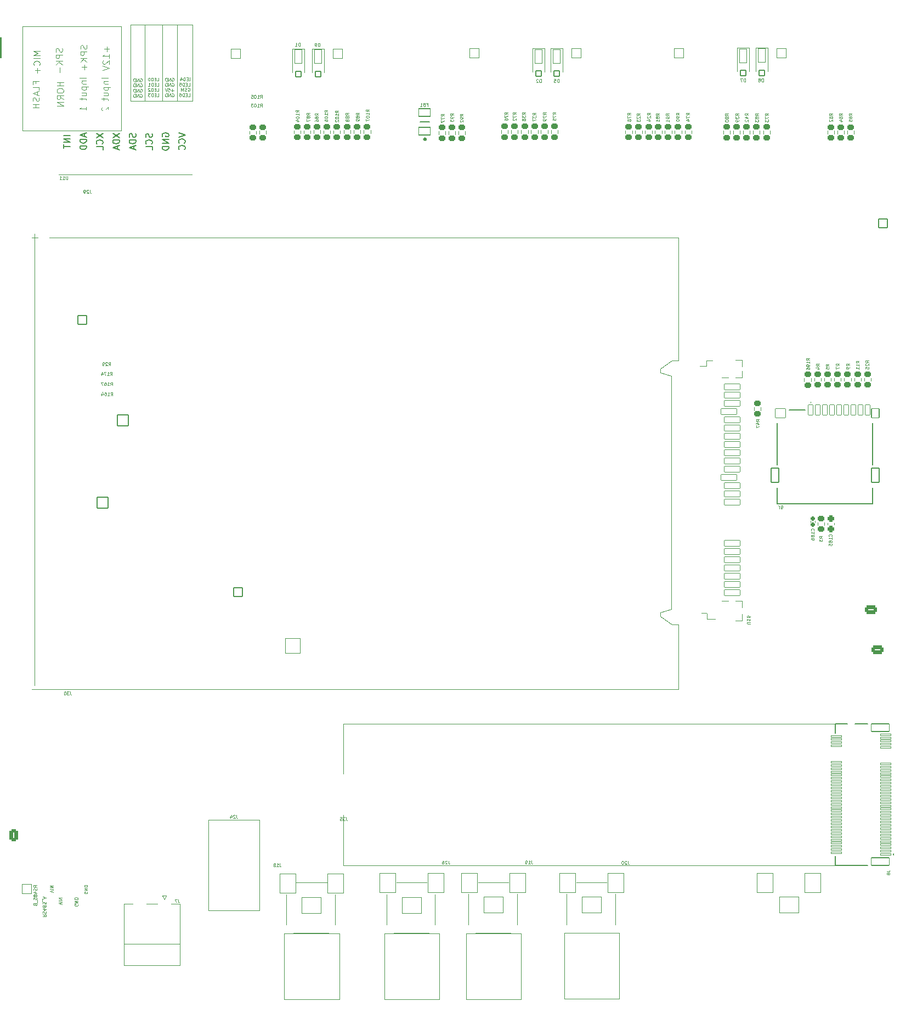
<source format=gbo>
G04 #@! TF.GenerationSoftware,KiCad,Pcbnew,8.0.0-rc1*
G04 #@! TF.CreationDate,2024-04-25T14:23:08+03:00*
G04 #@! TF.ProjectId,MXVR_3.0,4d585652-5f33-42e3-902e-6b696361645f,REV1*
G04 #@! TF.SameCoordinates,Original*
G04 #@! TF.FileFunction,Legend,Bot*
G04 #@! TF.FilePolarity,Positive*
%FSLAX46Y46*%
G04 Gerber Fmt 4.6, Leading zero omitted, Abs format (unit mm)*
G04 Created by KiCad (PCBNEW 8.0.0-rc1) date 2024-04-25 14:23:08*
%MOMM*%
%LPD*%
G01*
G04 APERTURE LIST*
G04 Aperture macros list*
%AMRoundRect*
0 Rectangle with rounded corners*
0 $1 Rounding radius*
0 $2 $3 $4 $5 $6 $7 $8 $9 X,Y pos of 4 corners*
0 Add a 4 corners polygon primitive as box body*
4,1,4,$2,$3,$4,$5,$6,$7,$8,$9,$2,$3,0*
0 Add four circle primitives for the rounded corners*
1,1,$1+$1,$2,$3*
1,1,$1+$1,$4,$5*
1,1,$1+$1,$6,$7*
1,1,$1+$1,$8,$9*
0 Add four rect primitives between the rounded corners*
20,1,$1+$1,$2,$3,$4,$5,0*
20,1,$1+$1,$4,$5,$6,$7,0*
20,1,$1+$1,$6,$7,$8,$9,0*
20,1,$1+$1,$8,$9,$2,$3,0*%
G04 Aperture macros list end*
%ADD10C,0.120000*%
%ADD11C,0.100000*%
%ADD12C,0.150000*%
%ADD13C,0.200000*%
%ADD14C,0.400000*%
%ADD15C,0.127000*%
%ADD16C,1.602000*%
%ADD17C,1.483000*%
%ADD18RoundRect,0.051000X1.155000X1.155000X-1.155000X1.155000X-1.155000X-1.155000X1.155000X-1.155000X0*%
%ADD19C,2.412000*%
%ADD20C,1.302000*%
%ADD21C,3.352000*%
%ADD22RoundRect,0.051000X0.750000X0.750000X-0.750000X0.750000X-0.750000X-0.750000X0.750000X-0.750000X0*%
%ADD23C,2.402000*%
%ADD24RoundRect,0.271250X-0.654750X0.379750X-0.654750X-0.379750X0.654750X-0.379750X0.654750X0.379750X0*%
%ADD25O,1.852000X1.302000*%
%ADD26RoundRect,0.051000X-0.675000X-0.675000X0.675000X-0.675000X0.675000X0.675000X-0.675000X0.675000X0*%
%ADD27O,1.452000X1.452000*%
%ADD28RoundRect,0.051000X-1.250000X1.500000X-1.250000X-1.500000X1.250000X-1.500000X1.250000X1.500000X0*%
%ADD29RoundRect,0.051000X-1.500000X1.250000X-1.500000X-1.250000X1.500000X-1.250000X1.500000X1.250000X0*%
%ADD30C,1.002000*%
%ADD31C,6.302000*%
%ADD32C,1.752000*%
%ADD33RoundRect,0.051000X-0.850000X0.850000X-0.850000X-0.850000X0.850000X-0.850000X0.850000X0.850000X0*%
%ADD34O,1.802000X1.802000*%
%ADD35RoundRect,0.051000X-0.675000X0.675000X-0.675000X-0.675000X0.675000X-0.675000X0.675000X0.675000X0*%
%ADD36C,2.352000*%
%ADD37RoundRect,0.271250X0.654750X-0.379750X0.654750X0.379750X-0.654750X0.379750X-0.654750X-0.379750X0*%
%ADD38RoundRect,0.264167X0.686833X1.586833X-0.686833X1.586833X-0.686833X-1.586833X0.686833X-1.586833X0*%
%ADD39O,1.902000X3.702000*%
%ADD40O,1.302000X2.002000*%
%ADD41C,1.552000*%
%ADD42RoundRect,0.271250X-0.379750X-0.654750X0.379750X-0.654750X0.379750X0.654750X-0.379750X0.654750X0*%
%ADD43O,1.302000X1.852000*%
%ADD44C,2.602000*%
%ADD45RoundRect,0.051000X0.675000X-0.675000X0.675000X0.675000X-0.675000X0.675000X-0.675000X-0.675000X0*%
%ADD46C,3.302000*%
%ADD47RoundRect,0.051000X-0.750000X-0.750000X0.750000X-0.750000X0.750000X0.750000X-0.750000X0.750000X0*%
%ADD48O,1.602000X3.402000*%
%ADD49O,1.602000X2.402000*%
%ADD50RoundRect,0.225500X-0.300500X0.225500X-0.300500X-0.225500X0.300500X-0.225500X0.300500X0.225500X0*%
%ADD51RoundRect,0.225500X0.300500X-0.225500X0.300500X0.225500X-0.300500X0.225500X-0.300500X-0.225500X0*%
%ADD52O,3.302000X2.102000*%
%ADD53RoundRect,0.051000X-1.200000X0.450000X-1.200000X-0.450000X1.200000X-0.450000X1.200000X0.450000X0*%
%ADD54RoundRect,0.051000X1.200000X-0.450000X1.200000X0.450000X-1.200000X0.450000X-1.200000X-0.450000X0*%
%ADD55RoundRect,0.051000X0.560000X1.085000X-0.560000X1.085000X-0.560000X-1.085000X0.560000X-1.085000X0*%
%ADD56RoundRect,0.051000X0.425000X0.425000X-0.425000X0.425000X-0.425000X-0.425000X0.425000X-0.425000X0*%
%ADD57O,1.402000X2.702000*%
%ADD58RoundRect,0.051000X0.900000X-0.600000X0.900000X0.600000X-0.900000X0.600000X-0.900000X-0.600000X0*%
%ADD59C,1.102000*%
%ADD60RoundRect,0.051000X-0.350000X-0.800000X0.350000X-0.800000X0.350000X0.800000X-0.350000X0.800000X0*%
%ADD61RoundRect,0.051000X-0.600000X-0.700000X0.600000X-0.700000X0.600000X0.700000X-0.600000X0.700000X0*%
%ADD62RoundRect,0.051000X-0.600000X-1.100000X0.600000X-1.100000X0.600000X1.100000X-0.600000X1.100000X0*%
%ADD63RoundRect,0.051000X0.800000X-0.700000X0.800000X0.700000X-0.800000X0.700000X-0.800000X-0.700000X0*%
%ADD64RoundRect,0.250500X-0.275500X0.250500X-0.275500X-0.250500X0.275500X-0.250500X0.275500X0.250500X0*%
%ADD65C,1.202000*%
%ADD66C,1.702000*%
%ADD67RoundRect,0.051000X0.775000X-0.150000X0.775000X0.150000X-0.775000X0.150000X-0.775000X-0.150000X0*%
%ADD68RoundRect,0.051000X1.375000X-0.600000X1.375000X0.600000X-1.375000X0.600000X-1.375000X-0.600000X0*%
%ADD69RoundRect,0.165500X-0.195500X0.165500X-0.195500X-0.165500X0.195500X-0.165500X0.195500X0.165500X0*%
%ADD70C,1.626000*%
G04 APERTURE END LIST*
D10*
X88540000Y-25690000D02*
X90840000Y-25690000D01*
X90840000Y-37460000D01*
X88540000Y-37460000D01*
X88540000Y-25690000D01*
X192409900Y-155415000D02*
X116465014Y-155415000D01*
X83630000Y-25690000D02*
X85850000Y-25690000D01*
X85850000Y-37460000D01*
X83630000Y-37460000D01*
X83630000Y-25690000D01*
X116465014Y-155415000D02*
X116465014Y-133515000D01*
X168200000Y-128195000D02*
X68350000Y-128195000D01*
X66910000Y-25917500D02*
X82200000Y-25917500D01*
X82200000Y-42062500D01*
X66910000Y-42062500D01*
X66910000Y-25917500D01*
X85850000Y-25690000D02*
X88540000Y-25690000D01*
X88540000Y-37460000D01*
X85850000Y-37460000D01*
X85850000Y-25690000D01*
X192409900Y-133515000D02*
X116465014Y-133515000D01*
X168200000Y-58535000D02*
X68350000Y-58535000D01*
X168200000Y-118195000D02*
X168200000Y-128195000D01*
X168200000Y-58535000D02*
X168200000Y-77535000D01*
X90840000Y-25690000D02*
X93220000Y-25690000D01*
X93220000Y-37460000D01*
X90840000Y-37460000D01*
X90840000Y-25690000D01*
X68794920Y-127645000D02*
X68800000Y-57985000D01*
D11*
X80182419Y-33926384D02*
X79182419Y-33926384D01*
X79515752Y-34402574D02*
X80182419Y-34402574D01*
X79610990Y-34402574D02*
X79563371Y-34450193D01*
X79563371Y-34450193D02*
X79515752Y-34545431D01*
X79515752Y-34545431D02*
X79515752Y-34688288D01*
X79515752Y-34688288D02*
X79563371Y-34783526D01*
X79563371Y-34783526D02*
X79658609Y-34831145D01*
X79658609Y-34831145D02*
X80182419Y-34831145D01*
X79515752Y-35307336D02*
X80515752Y-35307336D01*
X79563371Y-35307336D02*
X79515752Y-35402574D01*
X79515752Y-35402574D02*
X79515752Y-35593050D01*
X79515752Y-35593050D02*
X79563371Y-35688288D01*
X79563371Y-35688288D02*
X79610990Y-35735907D01*
X79610990Y-35735907D02*
X79706228Y-35783526D01*
X79706228Y-35783526D02*
X79991942Y-35783526D01*
X79991942Y-35783526D02*
X80087180Y-35735907D01*
X80087180Y-35735907D02*
X80134800Y-35688288D01*
X80134800Y-35688288D02*
X80182419Y-35593050D01*
X80182419Y-35593050D02*
X80182419Y-35402574D01*
X80182419Y-35402574D02*
X80134800Y-35307336D01*
X79515752Y-36640669D02*
X80182419Y-36640669D01*
X79515752Y-36212098D02*
X80039561Y-36212098D01*
X80039561Y-36212098D02*
X80134800Y-36259717D01*
X80134800Y-36259717D02*
X80182419Y-36354955D01*
X80182419Y-36354955D02*
X80182419Y-36497812D01*
X80182419Y-36497812D02*
X80134800Y-36593050D01*
X80134800Y-36593050D02*
X80087180Y-36640669D01*
X79515752Y-36974003D02*
X79515752Y-37354955D01*
X79182419Y-37116860D02*
X80039561Y-37116860D01*
X80039561Y-37116860D02*
X80134800Y-37164479D01*
X80134800Y-37164479D02*
X80182419Y-37259717D01*
X80182419Y-37259717D02*
X80182419Y-37354955D01*
X79277657Y-38402575D02*
X79230038Y-38450194D01*
X79230038Y-38450194D02*
X79182419Y-38545432D01*
X79182419Y-38545432D02*
X79182419Y-38783527D01*
X79182419Y-38783527D02*
X79230038Y-38878765D01*
X79230038Y-38878765D02*
X79277657Y-38926384D01*
X79277657Y-38926384D02*
X79372895Y-38974003D01*
X79372895Y-38974003D02*
X79468133Y-38974003D01*
X79468133Y-38974003D02*
X79610990Y-38926384D01*
X79610990Y-38926384D02*
X80182419Y-38354956D01*
X80182419Y-38354956D02*
X80182419Y-38974003D01*
X92693734Y-34338693D02*
X92741353Y-34314884D01*
X92741353Y-34314884D02*
X92765163Y-34267264D01*
X92765163Y-34267264D02*
X92765163Y-33838693D01*
X92503258Y-34076788D02*
X92336591Y-34076788D01*
X92265163Y-34338693D02*
X92503258Y-34338693D01*
X92503258Y-34338693D02*
X92503258Y-33838693D01*
X92503258Y-33838693D02*
X92265163Y-33838693D01*
X92050877Y-34338693D02*
X92050877Y-33838693D01*
X92050877Y-33838693D02*
X91931829Y-33838693D01*
X91931829Y-33838693D02*
X91860401Y-33862503D01*
X91860401Y-33862503D02*
X91812782Y-33910122D01*
X91812782Y-33910122D02*
X91788972Y-33957741D01*
X91788972Y-33957741D02*
X91765163Y-34052979D01*
X91765163Y-34052979D02*
X91765163Y-34124407D01*
X91765163Y-34124407D02*
X91788972Y-34219645D01*
X91788972Y-34219645D02*
X91812782Y-34267264D01*
X91812782Y-34267264D02*
X91860401Y-34314884D01*
X91860401Y-34314884D02*
X91931829Y-34338693D01*
X91931829Y-34338693D02*
X92050877Y-34338693D01*
X91336591Y-34005360D02*
X91336591Y-34338693D01*
X91455639Y-33814884D02*
X91574686Y-34172026D01*
X91574686Y-34172026D02*
X91265163Y-34172026D01*
X92527068Y-35143665D02*
X92765163Y-35143665D01*
X92765163Y-35143665D02*
X92765163Y-34643665D01*
X92360401Y-34881760D02*
X92193734Y-34881760D01*
X92122306Y-35143665D02*
X92360401Y-35143665D01*
X92360401Y-35143665D02*
X92360401Y-34643665D01*
X92360401Y-34643665D02*
X92122306Y-34643665D01*
X91908020Y-35143665D02*
X91908020Y-34643665D01*
X91908020Y-34643665D02*
X91788972Y-34643665D01*
X91788972Y-34643665D02*
X91717544Y-34667475D01*
X91717544Y-34667475D02*
X91669925Y-34715094D01*
X91669925Y-34715094D02*
X91646115Y-34762713D01*
X91646115Y-34762713D02*
X91622306Y-34857951D01*
X91622306Y-34857951D02*
X91622306Y-34929379D01*
X91622306Y-34929379D02*
X91646115Y-35024617D01*
X91646115Y-35024617D02*
X91669925Y-35072236D01*
X91669925Y-35072236D02*
X91717544Y-35119856D01*
X91717544Y-35119856D02*
X91788972Y-35143665D01*
X91788972Y-35143665D02*
X91908020Y-35143665D01*
X91169925Y-34643665D02*
X91408020Y-34643665D01*
X91408020Y-34643665D02*
X91431829Y-34881760D01*
X91431829Y-34881760D02*
X91408020Y-34857951D01*
X91408020Y-34857951D02*
X91360401Y-34834141D01*
X91360401Y-34834141D02*
X91241353Y-34834141D01*
X91241353Y-34834141D02*
X91193734Y-34857951D01*
X91193734Y-34857951D02*
X91169925Y-34881760D01*
X91169925Y-34881760D02*
X91146115Y-34929379D01*
X91146115Y-34929379D02*
X91146115Y-35048427D01*
X91146115Y-35048427D02*
X91169925Y-35096046D01*
X91169925Y-35096046D02*
X91193734Y-35119856D01*
X91193734Y-35119856D02*
X91241353Y-35143665D01*
X91241353Y-35143665D02*
X91360401Y-35143665D01*
X91360401Y-35143665D02*
X91408020Y-35119856D01*
X91408020Y-35119856D02*
X91431829Y-35096046D01*
X92503258Y-35472447D02*
X92550877Y-35448637D01*
X92550877Y-35448637D02*
X92622306Y-35448637D01*
X92622306Y-35448637D02*
X92693734Y-35472447D01*
X92693734Y-35472447D02*
X92741353Y-35520066D01*
X92741353Y-35520066D02*
X92765163Y-35567685D01*
X92765163Y-35567685D02*
X92788972Y-35662923D01*
X92788972Y-35662923D02*
X92788972Y-35734351D01*
X92788972Y-35734351D02*
X92765163Y-35829589D01*
X92765163Y-35829589D02*
X92741353Y-35877208D01*
X92741353Y-35877208D02*
X92693734Y-35924828D01*
X92693734Y-35924828D02*
X92622306Y-35948637D01*
X92622306Y-35948637D02*
X92574687Y-35948637D01*
X92574687Y-35948637D02*
X92503258Y-35924828D01*
X92503258Y-35924828D02*
X92479449Y-35901018D01*
X92479449Y-35901018D02*
X92479449Y-35734351D01*
X92479449Y-35734351D02*
X92574687Y-35734351D01*
X92288972Y-35924828D02*
X92217544Y-35948637D01*
X92217544Y-35948637D02*
X92098496Y-35948637D01*
X92098496Y-35948637D02*
X92050877Y-35924828D01*
X92050877Y-35924828D02*
X92027068Y-35901018D01*
X92027068Y-35901018D02*
X92003258Y-35853399D01*
X92003258Y-35853399D02*
X92003258Y-35805780D01*
X92003258Y-35805780D02*
X92027068Y-35758161D01*
X92027068Y-35758161D02*
X92050877Y-35734351D01*
X92050877Y-35734351D02*
X92098496Y-35710542D01*
X92098496Y-35710542D02*
X92193734Y-35686732D01*
X92193734Y-35686732D02*
X92241353Y-35662923D01*
X92241353Y-35662923D02*
X92265163Y-35639113D01*
X92265163Y-35639113D02*
X92288972Y-35591494D01*
X92288972Y-35591494D02*
X92288972Y-35543875D01*
X92288972Y-35543875D02*
X92265163Y-35496256D01*
X92265163Y-35496256D02*
X92241353Y-35472447D01*
X92241353Y-35472447D02*
X92193734Y-35448637D01*
X92193734Y-35448637D02*
X92074687Y-35448637D01*
X92074687Y-35448637D02*
X92003258Y-35472447D01*
X91788973Y-35948637D02*
X91788973Y-35448637D01*
X91788973Y-35448637D02*
X91622306Y-35805780D01*
X91622306Y-35805780D02*
X91455640Y-35448637D01*
X91455640Y-35448637D02*
X91455640Y-35948637D01*
X92527068Y-36753609D02*
X92765163Y-36753609D01*
X92765163Y-36753609D02*
X92765163Y-36253609D01*
X92360401Y-36491704D02*
X92193734Y-36491704D01*
X92122306Y-36753609D02*
X92360401Y-36753609D01*
X92360401Y-36753609D02*
X92360401Y-36253609D01*
X92360401Y-36253609D02*
X92122306Y-36253609D01*
X91908020Y-36753609D02*
X91908020Y-36253609D01*
X91908020Y-36253609D02*
X91788972Y-36253609D01*
X91788972Y-36253609D02*
X91717544Y-36277419D01*
X91717544Y-36277419D02*
X91669925Y-36325038D01*
X91669925Y-36325038D02*
X91646115Y-36372657D01*
X91646115Y-36372657D02*
X91622306Y-36467895D01*
X91622306Y-36467895D02*
X91622306Y-36539323D01*
X91622306Y-36539323D02*
X91646115Y-36634561D01*
X91646115Y-36634561D02*
X91669925Y-36682180D01*
X91669925Y-36682180D02*
X91717544Y-36729800D01*
X91717544Y-36729800D02*
X91788972Y-36753609D01*
X91788972Y-36753609D02*
X91908020Y-36753609D01*
X91193734Y-36253609D02*
X91288972Y-36253609D01*
X91288972Y-36253609D02*
X91336591Y-36277419D01*
X91336591Y-36277419D02*
X91360401Y-36301228D01*
X91360401Y-36301228D02*
X91408020Y-36372657D01*
X91408020Y-36372657D02*
X91431829Y-36467895D01*
X91431829Y-36467895D02*
X91431829Y-36658371D01*
X91431829Y-36658371D02*
X91408020Y-36705990D01*
X91408020Y-36705990D02*
X91384210Y-36729800D01*
X91384210Y-36729800D02*
X91336591Y-36753609D01*
X91336591Y-36753609D02*
X91241353Y-36753609D01*
X91241353Y-36753609D02*
X91193734Y-36729800D01*
X91193734Y-36729800D02*
X91169925Y-36705990D01*
X91169925Y-36705990D02*
X91146115Y-36658371D01*
X91146115Y-36658371D02*
X91146115Y-36539323D01*
X91146115Y-36539323D02*
X91169925Y-36491704D01*
X91169925Y-36491704D02*
X91193734Y-36467895D01*
X91193734Y-36467895D02*
X91241353Y-36444085D01*
X91241353Y-36444085D02*
X91336591Y-36444085D01*
X91336591Y-36444085D02*
X91384210Y-36467895D01*
X91384210Y-36467895D02*
X91408020Y-36491704D01*
X91408020Y-36491704D02*
X91431829Y-36539323D01*
X75462580Y-161383258D02*
X75486390Y-161430877D01*
X75486390Y-161430877D02*
X75486390Y-161502306D01*
X75486390Y-161502306D02*
X75462580Y-161573734D01*
X75462580Y-161573734D02*
X75414961Y-161621353D01*
X75414961Y-161621353D02*
X75367342Y-161645163D01*
X75367342Y-161645163D02*
X75272104Y-161668972D01*
X75272104Y-161668972D02*
X75200676Y-161668972D01*
X75200676Y-161668972D02*
X75105438Y-161645163D01*
X75105438Y-161645163D02*
X75057819Y-161621353D01*
X75057819Y-161621353D02*
X75010200Y-161573734D01*
X75010200Y-161573734D02*
X74986390Y-161502306D01*
X74986390Y-161502306D02*
X74986390Y-161454687D01*
X74986390Y-161454687D02*
X75010200Y-161383258D01*
X75010200Y-161383258D02*
X75034009Y-161359449D01*
X75034009Y-161359449D02*
X75200676Y-161359449D01*
X75200676Y-161359449D02*
X75200676Y-161454687D01*
X74986390Y-161145163D02*
X75486390Y-161145163D01*
X75486390Y-161145163D02*
X74986390Y-160859449D01*
X74986390Y-160859449D02*
X75486390Y-160859449D01*
X74986390Y-160621353D02*
X75486390Y-160621353D01*
X75486390Y-160621353D02*
X75486390Y-160502305D01*
X75486390Y-160502305D02*
X75462580Y-160430877D01*
X75462580Y-160430877D02*
X75414961Y-160383258D01*
X75414961Y-160383258D02*
X75367342Y-160359448D01*
X75367342Y-160359448D02*
X75272104Y-160335639D01*
X75272104Y-160335639D02*
X75200676Y-160335639D01*
X75200676Y-160335639D02*
X75105438Y-160359448D01*
X75105438Y-160359448D02*
X75057819Y-160383258D01*
X75057819Y-160383258D02*
X75010200Y-160430877D01*
X75010200Y-160430877D02*
X74986390Y-160502305D01*
X74986390Y-160502305D02*
X74986390Y-160621353D01*
X70076390Y-162969449D02*
X70314485Y-163136115D01*
X70076390Y-163255163D02*
X70576390Y-163255163D01*
X70576390Y-163255163D02*
X70576390Y-163064687D01*
X70576390Y-163064687D02*
X70552580Y-163017068D01*
X70552580Y-163017068D02*
X70528771Y-162993258D01*
X70528771Y-162993258D02*
X70481152Y-162969449D01*
X70481152Y-162969449D02*
X70409723Y-162969449D01*
X70409723Y-162969449D02*
X70362104Y-162993258D01*
X70362104Y-162993258D02*
X70338295Y-163017068D01*
X70338295Y-163017068D02*
X70314485Y-163064687D01*
X70314485Y-163064687D02*
X70314485Y-163255163D01*
X70100200Y-162778972D02*
X70076390Y-162707544D01*
X70076390Y-162707544D02*
X70076390Y-162588496D01*
X70076390Y-162588496D02*
X70100200Y-162540877D01*
X70100200Y-162540877D02*
X70124009Y-162517068D01*
X70124009Y-162517068D02*
X70171628Y-162493258D01*
X70171628Y-162493258D02*
X70219247Y-162493258D01*
X70219247Y-162493258D02*
X70266866Y-162517068D01*
X70266866Y-162517068D02*
X70290676Y-162540877D01*
X70290676Y-162540877D02*
X70314485Y-162588496D01*
X70314485Y-162588496D02*
X70338295Y-162683734D01*
X70338295Y-162683734D02*
X70362104Y-162731353D01*
X70362104Y-162731353D02*
X70385914Y-162755163D01*
X70385914Y-162755163D02*
X70433533Y-162778972D01*
X70433533Y-162778972D02*
X70481152Y-162778972D01*
X70481152Y-162778972D02*
X70528771Y-162755163D01*
X70528771Y-162755163D02*
X70552580Y-162731353D01*
X70552580Y-162731353D02*
X70576390Y-162683734D01*
X70576390Y-162683734D02*
X70576390Y-162564687D01*
X70576390Y-162564687D02*
X70552580Y-162493258D01*
X70409723Y-162064687D02*
X70076390Y-162064687D01*
X70600200Y-162183735D02*
X70243057Y-162302782D01*
X70243057Y-162302782D02*
X70243057Y-161993259D01*
X70362104Y-161731354D02*
X70385914Y-161778973D01*
X70385914Y-161778973D02*
X70409723Y-161802783D01*
X70409723Y-161802783D02*
X70457342Y-161826592D01*
X70457342Y-161826592D02*
X70481152Y-161826592D01*
X70481152Y-161826592D02*
X70528771Y-161802783D01*
X70528771Y-161802783D02*
X70552580Y-161778973D01*
X70552580Y-161778973D02*
X70576390Y-161731354D01*
X70576390Y-161731354D02*
X70576390Y-161636116D01*
X70576390Y-161636116D02*
X70552580Y-161588497D01*
X70552580Y-161588497D02*
X70528771Y-161564688D01*
X70528771Y-161564688D02*
X70481152Y-161540878D01*
X70481152Y-161540878D02*
X70457342Y-161540878D01*
X70457342Y-161540878D02*
X70409723Y-161564688D01*
X70409723Y-161564688D02*
X70385914Y-161588497D01*
X70385914Y-161588497D02*
X70362104Y-161636116D01*
X70362104Y-161636116D02*
X70362104Y-161731354D01*
X70362104Y-161731354D02*
X70338295Y-161778973D01*
X70338295Y-161778973D02*
X70314485Y-161802783D01*
X70314485Y-161802783D02*
X70266866Y-161826592D01*
X70266866Y-161826592D02*
X70171628Y-161826592D01*
X70171628Y-161826592D02*
X70124009Y-161802783D01*
X70124009Y-161802783D02*
X70100200Y-161778973D01*
X70100200Y-161778973D02*
X70076390Y-161731354D01*
X70076390Y-161731354D02*
X70076390Y-161636116D01*
X70076390Y-161636116D02*
X70100200Y-161588497D01*
X70100200Y-161588497D02*
X70124009Y-161564688D01*
X70124009Y-161564688D02*
X70171628Y-161540878D01*
X70171628Y-161540878D02*
X70266866Y-161540878D01*
X70266866Y-161540878D02*
X70314485Y-161564688D01*
X70314485Y-161564688D02*
X70338295Y-161588497D01*
X70338295Y-161588497D02*
X70362104Y-161636116D01*
X70576390Y-161088498D02*
X70576390Y-161326593D01*
X70576390Y-161326593D02*
X70338295Y-161350402D01*
X70338295Y-161350402D02*
X70362104Y-161326593D01*
X70362104Y-161326593D02*
X70385914Y-161278974D01*
X70385914Y-161278974D02*
X70385914Y-161159926D01*
X70385914Y-161159926D02*
X70362104Y-161112307D01*
X70362104Y-161112307D02*
X70338295Y-161088498D01*
X70338295Y-161088498D02*
X70290676Y-161064688D01*
X70290676Y-161064688D02*
X70171628Y-161064688D01*
X70171628Y-161064688D02*
X70124009Y-161088498D01*
X70124009Y-161088498D02*
X70100200Y-161112307D01*
X70100200Y-161112307D02*
X70076390Y-161159926D01*
X70076390Y-161159926D02*
X70076390Y-161278974D01*
X70076390Y-161278974D02*
X70100200Y-161326593D01*
X70100200Y-161326593D02*
X70124009Y-161350402D01*
X70028771Y-160969451D02*
X70028771Y-160588498D01*
X70219247Y-160493260D02*
X70219247Y-160255165D01*
X70076390Y-160540879D02*
X70576390Y-160374213D01*
X70576390Y-160374213D02*
X70076390Y-160207546D01*
X73054800Y-29308765D02*
X73102419Y-29451622D01*
X73102419Y-29451622D02*
X73102419Y-29689717D01*
X73102419Y-29689717D02*
X73054800Y-29784955D01*
X73054800Y-29784955D02*
X73007180Y-29832574D01*
X73007180Y-29832574D02*
X72911942Y-29880193D01*
X72911942Y-29880193D02*
X72816704Y-29880193D01*
X72816704Y-29880193D02*
X72721466Y-29832574D01*
X72721466Y-29832574D02*
X72673847Y-29784955D01*
X72673847Y-29784955D02*
X72626228Y-29689717D01*
X72626228Y-29689717D02*
X72578609Y-29499241D01*
X72578609Y-29499241D02*
X72530990Y-29404003D01*
X72530990Y-29404003D02*
X72483371Y-29356384D01*
X72483371Y-29356384D02*
X72388133Y-29308765D01*
X72388133Y-29308765D02*
X72292895Y-29308765D01*
X72292895Y-29308765D02*
X72197657Y-29356384D01*
X72197657Y-29356384D02*
X72150038Y-29404003D01*
X72150038Y-29404003D02*
X72102419Y-29499241D01*
X72102419Y-29499241D02*
X72102419Y-29737336D01*
X72102419Y-29737336D02*
X72150038Y-29880193D01*
X73102419Y-30308765D02*
X72102419Y-30308765D01*
X72102419Y-30308765D02*
X72102419Y-30689717D01*
X72102419Y-30689717D02*
X72150038Y-30784955D01*
X72150038Y-30784955D02*
X72197657Y-30832574D01*
X72197657Y-30832574D02*
X72292895Y-30880193D01*
X72292895Y-30880193D02*
X72435752Y-30880193D01*
X72435752Y-30880193D02*
X72530990Y-30832574D01*
X72530990Y-30832574D02*
X72578609Y-30784955D01*
X72578609Y-30784955D02*
X72626228Y-30689717D01*
X72626228Y-30689717D02*
X72626228Y-30308765D01*
X73102419Y-31308765D02*
X72102419Y-31308765D01*
X73102419Y-31880193D02*
X72530990Y-31451622D01*
X72102419Y-31880193D02*
X72673847Y-31308765D01*
X72721466Y-32308765D02*
X72721466Y-33070670D01*
X73016390Y-161446591D02*
X72516390Y-161279925D01*
X72516390Y-161279925D02*
X73016390Y-161113258D01*
X72516390Y-160946592D02*
X73016390Y-160946592D01*
X72516390Y-160708497D02*
X73016390Y-160708497D01*
X73016390Y-160708497D02*
X72516390Y-160422783D01*
X72516390Y-160422783D02*
X73016390Y-160422783D01*
X79961466Y-29066384D02*
X79961466Y-29828289D01*
X80342419Y-29447336D02*
X79580514Y-29447336D01*
X80342419Y-30828288D02*
X80342419Y-30256860D01*
X80342419Y-30542574D02*
X79342419Y-30542574D01*
X79342419Y-30542574D02*
X79485276Y-30447336D01*
X79485276Y-30447336D02*
X79580514Y-30352098D01*
X79580514Y-30352098D02*
X79628133Y-30256860D01*
X79437657Y-31209241D02*
X79390038Y-31256860D01*
X79390038Y-31256860D02*
X79342419Y-31352098D01*
X79342419Y-31352098D02*
X79342419Y-31590193D01*
X79342419Y-31590193D02*
X79390038Y-31685431D01*
X79390038Y-31685431D02*
X79437657Y-31733050D01*
X79437657Y-31733050D02*
X79532895Y-31780669D01*
X79532895Y-31780669D02*
X79628133Y-31780669D01*
X79628133Y-31780669D02*
X79770990Y-31733050D01*
X79770990Y-31733050D02*
X80342419Y-31161622D01*
X80342419Y-31161622D02*
X80342419Y-31780669D01*
X79342419Y-32066384D02*
X80342419Y-32399717D01*
X80342419Y-32399717D02*
X79342419Y-32733050D01*
X76834800Y-28858765D02*
X76882419Y-29001622D01*
X76882419Y-29001622D02*
X76882419Y-29239717D01*
X76882419Y-29239717D02*
X76834800Y-29334955D01*
X76834800Y-29334955D02*
X76787180Y-29382574D01*
X76787180Y-29382574D02*
X76691942Y-29430193D01*
X76691942Y-29430193D02*
X76596704Y-29430193D01*
X76596704Y-29430193D02*
X76501466Y-29382574D01*
X76501466Y-29382574D02*
X76453847Y-29334955D01*
X76453847Y-29334955D02*
X76406228Y-29239717D01*
X76406228Y-29239717D02*
X76358609Y-29049241D01*
X76358609Y-29049241D02*
X76310990Y-28954003D01*
X76310990Y-28954003D02*
X76263371Y-28906384D01*
X76263371Y-28906384D02*
X76168133Y-28858765D01*
X76168133Y-28858765D02*
X76072895Y-28858765D01*
X76072895Y-28858765D02*
X75977657Y-28906384D01*
X75977657Y-28906384D02*
X75930038Y-28954003D01*
X75930038Y-28954003D02*
X75882419Y-29049241D01*
X75882419Y-29049241D02*
X75882419Y-29287336D01*
X75882419Y-29287336D02*
X75930038Y-29430193D01*
X76882419Y-29858765D02*
X75882419Y-29858765D01*
X75882419Y-29858765D02*
X75882419Y-30239717D01*
X75882419Y-30239717D02*
X75930038Y-30334955D01*
X75930038Y-30334955D02*
X75977657Y-30382574D01*
X75977657Y-30382574D02*
X76072895Y-30430193D01*
X76072895Y-30430193D02*
X76215752Y-30430193D01*
X76215752Y-30430193D02*
X76310990Y-30382574D01*
X76310990Y-30382574D02*
X76358609Y-30334955D01*
X76358609Y-30334955D02*
X76406228Y-30239717D01*
X76406228Y-30239717D02*
X76406228Y-29858765D01*
X76882419Y-30858765D02*
X75882419Y-30858765D01*
X76882419Y-31430193D02*
X76310990Y-31001622D01*
X75882419Y-31430193D02*
X76453847Y-30858765D01*
X76501466Y-31858765D02*
X76501466Y-32620670D01*
X76882419Y-32239717D02*
X76120514Y-32239717D01*
X87727068Y-34358693D02*
X87965163Y-34358693D01*
X87965163Y-34358693D02*
X87965163Y-33858693D01*
X87560401Y-34096788D02*
X87393734Y-34096788D01*
X87322306Y-34358693D02*
X87560401Y-34358693D01*
X87560401Y-34358693D02*
X87560401Y-33858693D01*
X87560401Y-33858693D02*
X87322306Y-33858693D01*
X87108020Y-34358693D02*
X87108020Y-33858693D01*
X87108020Y-33858693D02*
X86988972Y-33858693D01*
X86988972Y-33858693D02*
X86917544Y-33882503D01*
X86917544Y-33882503D02*
X86869925Y-33930122D01*
X86869925Y-33930122D02*
X86846115Y-33977741D01*
X86846115Y-33977741D02*
X86822306Y-34072979D01*
X86822306Y-34072979D02*
X86822306Y-34144407D01*
X86822306Y-34144407D02*
X86846115Y-34239645D01*
X86846115Y-34239645D02*
X86869925Y-34287264D01*
X86869925Y-34287264D02*
X86917544Y-34334884D01*
X86917544Y-34334884D02*
X86988972Y-34358693D01*
X86988972Y-34358693D02*
X87108020Y-34358693D01*
X86512782Y-33858693D02*
X86465163Y-33858693D01*
X86465163Y-33858693D02*
X86417544Y-33882503D01*
X86417544Y-33882503D02*
X86393734Y-33906312D01*
X86393734Y-33906312D02*
X86369925Y-33953931D01*
X86369925Y-33953931D02*
X86346115Y-34049169D01*
X86346115Y-34049169D02*
X86346115Y-34168217D01*
X86346115Y-34168217D02*
X86369925Y-34263455D01*
X86369925Y-34263455D02*
X86393734Y-34311074D01*
X86393734Y-34311074D02*
X86417544Y-34334884D01*
X86417544Y-34334884D02*
X86465163Y-34358693D01*
X86465163Y-34358693D02*
X86512782Y-34358693D01*
X86512782Y-34358693D02*
X86560401Y-34334884D01*
X86560401Y-34334884D02*
X86584210Y-34311074D01*
X86584210Y-34311074D02*
X86608020Y-34263455D01*
X86608020Y-34263455D02*
X86631829Y-34168217D01*
X86631829Y-34168217D02*
X86631829Y-34049169D01*
X86631829Y-34049169D02*
X86608020Y-33953931D01*
X86608020Y-33953931D02*
X86584210Y-33906312D01*
X86584210Y-33906312D02*
X86560401Y-33882503D01*
X86560401Y-33882503D02*
X86512782Y-33858693D01*
X87727068Y-35163665D02*
X87965163Y-35163665D01*
X87965163Y-35163665D02*
X87965163Y-34663665D01*
X87560401Y-34901760D02*
X87393734Y-34901760D01*
X87322306Y-35163665D02*
X87560401Y-35163665D01*
X87560401Y-35163665D02*
X87560401Y-34663665D01*
X87560401Y-34663665D02*
X87322306Y-34663665D01*
X87108020Y-35163665D02*
X87108020Y-34663665D01*
X87108020Y-34663665D02*
X86988972Y-34663665D01*
X86988972Y-34663665D02*
X86917544Y-34687475D01*
X86917544Y-34687475D02*
X86869925Y-34735094D01*
X86869925Y-34735094D02*
X86846115Y-34782713D01*
X86846115Y-34782713D02*
X86822306Y-34877951D01*
X86822306Y-34877951D02*
X86822306Y-34949379D01*
X86822306Y-34949379D02*
X86846115Y-35044617D01*
X86846115Y-35044617D02*
X86869925Y-35092236D01*
X86869925Y-35092236D02*
X86917544Y-35139856D01*
X86917544Y-35139856D02*
X86988972Y-35163665D01*
X86988972Y-35163665D02*
X87108020Y-35163665D01*
X86346115Y-35163665D02*
X86631829Y-35163665D01*
X86488972Y-35163665D02*
X86488972Y-34663665D01*
X86488972Y-34663665D02*
X86536591Y-34735094D01*
X86536591Y-34735094D02*
X86584210Y-34782713D01*
X86584210Y-34782713D02*
X86631829Y-34806522D01*
X87727068Y-35968637D02*
X87965163Y-35968637D01*
X87965163Y-35968637D02*
X87965163Y-35468637D01*
X87560401Y-35706732D02*
X87393734Y-35706732D01*
X87322306Y-35968637D02*
X87560401Y-35968637D01*
X87560401Y-35968637D02*
X87560401Y-35468637D01*
X87560401Y-35468637D02*
X87322306Y-35468637D01*
X87108020Y-35968637D02*
X87108020Y-35468637D01*
X87108020Y-35468637D02*
X86988972Y-35468637D01*
X86988972Y-35468637D02*
X86917544Y-35492447D01*
X86917544Y-35492447D02*
X86869925Y-35540066D01*
X86869925Y-35540066D02*
X86846115Y-35587685D01*
X86846115Y-35587685D02*
X86822306Y-35682923D01*
X86822306Y-35682923D02*
X86822306Y-35754351D01*
X86822306Y-35754351D02*
X86846115Y-35849589D01*
X86846115Y-35849589D02*
X86869925Y-35897208D01*
X86869925Y-35897208D02*
X86917544Y-35944828D01*
X86917544Y-35944828D02*
X86988972Y-35968637D01*
X86988972Y-35968637D02*
X87108020Y-35968637D01*
X86631829Y-35516256D02*
X86608020Y-35492447D01*
X86608020Y-35492447D02*
X86560401Y-35468637D01*
X86560401Y-35468637D02*
X86441353Y-35468637D01*
X86441353Y-35468637D02*
X86393734Y-35492447D01*
X86393734Y-35492447D02*
X86369925Y-35516256D01*
X86369925Y-35516256D02*
X86346115Y-35563875D01*
X86346115Y-35563875D02*
X86346115Y-35611494D01*
X86346115Y-35611494D02*
X86369925Y-35682923D01*
X86369925Y-35682923D02*
X86655639Y-35968637D01*
X86655639Y-35968637D02*
X86346115Y-35968637D01*
X87727068Y-36773609D02*
X87965163Y-36773609D01*
X87965163Y-36773609D02*
X87965163Y-36273609D01*
X87560401Y-36511704D02*
X87393734Y-36511704D01*
X87322306Y-36773609D02*
X87560401Y-36773609D01*
X87560401Y-36773609D02*
X87560401Y-36273609D01*
X87560401Y-36273609D02*
X87322306Y-36273609D01*
X87108020Y-36773609D02*
X87108020Y-36273609D01*
X87108020Y-36273609D02*
X86988972Y-36273609D01*
X86988972Y-36273609D02*
X86917544Y-36297419D01*
X86917544Y-36297419D02*
X86869925Y-36345038D01*
X86869925Y-36345038D02*
X86846115Y-36392657D01*
X86846115Y-36392657D02*
X86822306Y-36487895D01*
X86822306Y-36487895D02*
X86822306Y-36559323D01*
X86822306Y-36559323D02*
X86846115Y-36654561D01*
X86846115Y-36654561D02*
X86869925Y-36702180D01*
X86869925Y-36702180D02*
X86917544Y-36749800D01*
X86917544Y-36749800D02*
X86988972Y-36773609D01*
X86988972Y-36773609D02*
X87108020Y-36773609D01*
X86655639Y-36273609D02*
X86346115Y-36273609D01*
X86346115Y-36273609D02*
X86512782Y-36464085D01*
X86512782Y-36464085D02*
X86441353Y-36464085D01*
X86441353Y-36464085D02*
X86393734Y-36487895D01*
X86393734Y-36487895D02*
X86369925Y-36511704D01*
X86369925Y-36511704D02*
X86346115Y-36559323D01*
X86346115Y-36559323D02*
X86346115Y-36678371D01*
X86346115Y-36678371D02*
X86369925Y-36725990D01*
X86369925Y-36725990D02*
X86393734Y-36749800D01*
X86393734Y-36749800D02*
X86441353Y-36773609D01*
X86441353Y-36773609D02*
X86584210Y-36773609D01*
X86584210Y-36773609D02*
X86631829Y-36749800D01*
X86631829Y-36749800D02*
X86655639Y-36725990D01*
X69153609Y-158770550D02*
X68915514Y-158603884D01*
X69153609Y-158484836D02*
X68653609Y-158484836D01*
X68653609Y-158484836D02*
X68653609Y-158675312D01*
X68653609Y-158675312D02*
X68677419Y-158722931D01*
X68677419Y-158722931D02*
X68701228Y-158746741D01*
X68701228Y-158746741D02*
X68748847Y-158770550D01*
X68748847Y-158770550D02*
X68820276Y-158770550D01*
X68820276Y-158770550D02*
X68867895Y-158746741D01*
X68867895Y-158746741D02*
X68891704Y-158722931D01*
X68891704Y-158722931D02*
X68915514Y-158675312D01*
X68915514Y-158675312D02*
X68915514Y-158484836D01*
X69129800Y-158961027D02*
X69153609Y-159032455D01*
X69153609Y-159032455D02*
X69153609Y-159151503D01*
X69153609Y-159151503D02*
X69129800Y-159199122D01*
X69129800Y-159199122D02*
X69105990Y-159222931D01*
X69105990Y-159222931D02*
X69058371Y-159246741D01*
X69058371Y-159246741D02*
X69010752Y-159246741D01*
X69010752Y-159246741D02*
X68963133Y-159222931D01*
X68963133Y-159222931D02*
X68939323Y-159199122D01*
X68939323Y-159199122D02*
X68915514Y-159151503D01*
X68915514Y-159151503D02*
X68891704Y-159056265D01*
X68891704Y-159056265D02*
X68867895Y-159008646D01*
X68867895Y-159008646D02*
X68844085Y-158984836D01*
X68844085Y-158984836D02*
X68796466Y-158961027D01*
X68796466Y-158961027D02*
X68748847Y-158961027D01*
X68748847Y-158961027D02*
X68701228Y-158984836D01*
X68701228Y-158984836D02*
X68677419Y-159008646D01*
X68677419Y-159008646D02*
X68653609Y-159056265D01*
X68653609Y-159056265D02*
X68653609Y-159175312D01*
X68653609Y-159175312D02*
X68677419Y-159246741D01*
X68820276Y-159675312D02*
X69153609Y-159675312D01*
X68629800Y-159556264D02*
X68986942Y-159437217D01*
X68986942Y-159437217D02*
X68986942Y-159746740D01*
X68867895Y-160008645D02*
X68844085Y-159961026D01*
X68844085Y-159961026D02*
X68820276Y-159937216D01*
X68820276Y-159937216D02*
X68772657Y-159913407D01*
X68772657Y-159913407D02*
X68748847Y-159913407D01*
X68748847Y-159913407D02*
X68701228Y-159937216D01*
X68701228Y-159937216D02*
X68677419Y-159961026D01*
X68677419Y-159961026D02*
X68653609Y-160008645D01*
X68653609Y-160008645D02*
X68653609Y-160103883D01*
X68653609Y-160103883D02*
X68677419Y-160151502D01*
X68677419Y-160151502D02*
X68701228Y-160175311D01*
X68701228Y-160175311D02*
X68748847Y-160199121D01*
X68748847Y-160199121D02*
X68772657Y-160199121D01*
X68772657Y-160199121D02*
X68820276Y-160175311D01*
X68820276Y-160175311D02*
X68844085Y-160151502D01*
X68844085Y-160151502D02*
X68867895Y-160103883D01*
X68867895Y-160103883D02*
X68867895Y-160008645D01*
X68867895Y-160008645D02*
X68891704Y-159961026D01*
X68891704Y-159961026D02*
X68915514Y-159937216D01*
X68915514Y-159937216D02*
X68963133Y-159913407D01*
X68963133Y-159913407D02*
X69058371Y-159913407D01*
X69058371Y-159913407D02*
X69105990Y-159937216D01*
X69105990Y-159937216D02*
X69129800Y-159961026D01*
X69129800Y-159961026D02*
X69153609Y-160008645D01*
X69153609Y-160008645D02*
X69153609Y-160103883D01*
X69153609Y-160103883D02*
X69129800Y-160151502D01*
X69129800Y-160151502D02*
X69105990Y-160175311D01*
X69105990Y-160175311D02*
X69058371Y-160199121D01*
X69058371Y-160199121D02*
X68963133Y-160199121D01*
X68963133Y-160199121D02*
X68915514Y-160175311D01*
X68915514Y-160175311D02*
X68891704Y-160151502D01*
X68891704Y-160151502D02*
X68867895Y-160103883D01*
X68653609Y-160651501D02*
X68653609Y-160413406D01*
X68653609Y-160413406D02*
X68891704Y-160389597D01*
X68891704Y-160389597D02*
X68867895Y-160413406D01*
X68867895Y-160413406D02*
X68844085Y-160461025D01*
X68844085Y-160461025D02*
X68844085Y-160580073D01*
X68844085Y-160580073D02*
X68867895Y-160627692D01*
X68867895Y-160627692D02*
X68891704Y-160651501D01*
X68891704Y-160651501D02*
X68939323Y-160675311D01*
X68939323Y-160675311D02*
X69058371Y-160675311D01*
X69058371Y-160675311D02*
X69105990Y-160651501D01*
X69105990Y-160651501D02*
X69129800Y-160627692D01*
X69129800Y-160627692D02*
X69153609Y-160580073D01*
X69153609Y-160580073D02*
X69153609Y-160461025D01*
X69153609Y-160461025D02*
X69129800Y-160413406D01*
X69129800Y-160413406D02*
X69105990Y-160389597D01*
X69201228Y-160770549D02*
X69201228Y-161151501D01*
X68891704Y-161437215D02*
X68915514Y-161508643D01*
X68915514Y-161508643D02*
X68939323Y-161532453D01*
X68939323Y-161532453D02*
X68986942Y-161556262D01*
X68986942Y-161556262D02*
X69058371Y-161556262D01*
X69058371Y-161556262D02*
X69105990Y-161532453D01*
X69105990Y-161532453D02*
X69129800Y-161508643D01*
X69129800Y-161508643D02*
X69153609Y-161461024D01*
X69153609Y-161461024D02*
X69153609Y-161270548D01*
X69153609Y-161270548D02*
X68653609Y-161270548D01*
X68653609Y-161270548D02*
X68653609Y-161437215D01*
X68653609Y-161437215D02*
X68677419Y-161484834D01*
X68677419Y-161484834D02*
X68701228Y-161508643D01*
X68701228Y-161508643D02*
X68748847Y-161532453D01*
X68748847Y-161532453D02*
X68796466Y-161532453D01*
X68796466Y-161532453D02*
X68844085Y-161508643D01*
X68844085Y-161508643D02*
X68867895Y-161484834D01*
X68867895Y-161484834D02*
X68891704Y-161437215D01*
X68891704Y-161437215D02*
X68891704Y-161270548D01*
X90023258Y-33912503D02*
X90070877Y-33888693D01*
X90070877Y-33888693D02*
X90142306Y-33888693D01*
X90142306Y-33888693D02*
X90213734Y-33912503D01*
X90213734Y-33912503D02*
X90261353Y-33960122D01*
X90261353Y-33960122D02*
X90285163Y-34007741D01*
X90285163Y-34007741D02*
X90308972Y-34102979D01*
X90308972Y-34102979D02*
X90308972Y-34174407D01*
X90308972Y-34174407D02*
X90285163Y-34269645D01*
X90285163Y-34269645D02*
X90261353Y-34317264D01*
X90261353Y-34317264D02*
X90213734Y-34364884D01*
X90213734Y-34364884D02*
X90142306Y-34388693D01*
X90142306Y-34388693D02*
X90094687Y-34388693D01*
X90094687Y-34388693D02*
X90023258Y-34364884D01*
X90023258Y-34364884D02*
X89999449Y-34341074D01*
X89999449Y-34341074D02*
X89999449Y-34174407D01*
X89999449Y-34174407D02*
X90094687Y-34174407D01*
X89785163Y-34388693D02*
X89785163Y-33888693D01*
X89785163Y-33888693D02*
X89499449Y-34388693D01*
X89499449Y-34388693D02*
X89499449Y-33888693D01*
X89261353Y-34388693D02*
X89261353Y-33888693D01*
X89261353Y-33888693D02*
X89142305Y-33888693D01*
X89142305Y-33888693D02*
X89070877Y-33912503D01*
X89070877Y-33912503D02*
X89023258Y-33960122D01*
X89023258Y-33960122D02*
X88999448Y-34007741D01*
X88999448Y-34007741D02*
X88975639Y-34102979D01*
X88975639Y-34102979D02*
X88975639Y-34174407D01*
X88975639Y-34174407D02*
X88999448Y-34269645D01*
X88999448Y-34269645D02*
X89023258Y-34317264D01*
X89023258Y-34317264D02*
X89070877Y-34364884D01*
X89070877Y-34364884D02*
X89142305Y-34388693D01*
X89142305Y-34388693D02*
X89261353Y-34388693D01*
X90023258Y-34717475D02*
X90070877Y-34693665D01*
X90070877Y-34693665D02*
X90142306Y-34693665D01*
X90142306Y-34693665D02*
X90213734Y-34717475D01*
X90213734Y-34717475D02*
X90261353Y-34765094D01*
X90261353Y-34765094D02*
X90285163Y-34812713D01*
X90285163Y-34812713D02*
X90308972Y-34907951D01*
X90308972Y-34907951D02*
X90308972Y-34979379D01*
X90308972Y-34979379D02*
X90285163Y-35074617D01*
X90285163Y-35074617D02*
X90261353Y-35122236D01*
X90261353Y-35122236D02*
X90213734Y-35169856D01*
X90213734Y-35169856D02*
X90142306Y-35193665D01*
X90142306Y-35193665D02*
X90094687Y-35193665D01*
X90094687Y-35193665D02*
X90023258Y-35169856D01*
X90023258Y-35169856D02*
X89999449Y-35146046D01*
X89999449Y-35146046D02*
X89999449Y-34979379D01*
X89999449Y-34979379D02*
X90094687Y-34979379D01*
X89785163Y-35193665D02*
X89785163Y-34693665D01*
X89785163Y-34693665D02*
X89499449Y-35193665D01*
X89499449Y-35193665D02*
X89499449Y-34693665D01*
X89261353Y-35193665D02*
X89261353Y-34693665D01*
X89261353Y-34693665D02*
X89142305Y-34693665D01*
X89142305Y-34693665D02*
X89070877Y-34717475D01*
X89070877Y-34717475D02*
X89023258Y-34765094D01*
X89023258Y-34765094D02*
X88999448Y-34812713D01*
X88999448Y-34812713D02*
X88975639Y-34907951D01*
X88975639Y-34907951D02*
X88975639Y-34979379D01*
X88975639Y-34979379D02*
X88999448Y-35074617D01*
X88999448Y-35074617D02*
X89023258Y-35122236D01*
X89023258Y-35122236D02*
X89070877Y-35169856D01*
X89070877Y-35169856D02*
X89142305Y-35193665D01*
X89142305Y-35193665D02*
X89261353Y-35193665D01*
X90285163Y-35808161D02*
X89904211Y-35808161D01*
X90094687Y-35998637D02*
X90094687Y-35617685D01*
X89428020Y-35498637D02*
X89666115Y-35498637D01*
X89666115Y-35498637D02*
X89689924Y-35736732D01*
X89689924Y-35736732D02*
X89666115Y-35712923D01*
X89666115Y-35712923D02*
X89618496Y-35689113D01*
X89618496Y-35689113D02*
X89499448Y-35689113D01*
X89499448Y-35689113D02*
X89451829Y-35712923D01*
X89451829Y-35712923D02*
X89428020Y-35736732D01*
X89428020Y-35736732D02*
X89404210Y-35784351D01*
X89404210Y-35784351D02*
X89404210Y-35903399D01*
X89404210Y-35903399D02*
X89428020Y-35951018D01*
X89428020Y-35951018D02*
X89451829Y-35974828D01*
X89451829Y-35974828D02*
X89499448Y-35998637D01*
X89499448Y-35998637D02*
X89618496Y-35998637D01*
X89618496Y-35998637D02*
X89666115Y-35974828D01*
X89666115Y-35974828D02*
X89689924Y-35951018D01*
X89261353Y-35498637D02*
X89094687Y-35998637D01*
X89094687Y-35998637D02*
X88928020Y-35498637D01*
X90023258Y-36327419D02*
X90070877Y-36303609D01*
X90070877Y-36303609D02*
X90142306Y-36303609D01*
X90142306Y-36303609D02*
X90213734Y-36327419D01*
X90213734Y-36327419D02*
X90261353Y-36375038D01*
X90261353Y-36375038D02*
X90285163Y-36422657D01*
X90285163Y-36422657D02*
X90308972Y-36517895D01*
X90308972Y-36517895D02*
X90308972Y-36589323D01*
X90308972Y-36589323D02*
X90285163Y-36684561D01*
X90285163Y-36684561D02*
X90261353Y-36732180D01*
X90261353Y-36732180D02*
X90213734Y-36779800D01*
X90213734Y-36779800D02*
X90142306Y-36803609D01*
X90142306Y-36803609D02*
X90094687Y-36803609D01*
X90094687Y-36803609D02*
X90023258Y-36779800D01*
X90023258Y-36779800D02*
X89999449Y-36755990D01*
X89999449Y-36755990D02*
X89999449Y-36589323D01*
X89999449Y-36589323D02*
X90094687Y-36589323D01*
X89785163Y-36803609D02*
X89785163Y-36303609D01*
X89785163Y-36303609D02*
X89499449Y-36803609D01*
X89499449Y-36803609D02*
X89499449Y-36303609D01*
X89261353Y-36803609D02*
X89261353Y-36303609D01*
X89261353Y-36303609D02*
X89142305Y-36303609D01*
X89142305Y-36303609D02*
X89070877Y-36327419D01*
X89070877Y-36327419D02*
X89023258Y-36375038D01*
X89023258Y-36375038D02*
X88999448Y-36422657D01*
X88999448Y-36422657D02*
X88975639Y-36517895D01*
X88975639Y-36517895D02*
X88975639Y-36589323D01*
X88975639Y-36589323D02*
X88999448Y-36684561D01*
X88999448Y-36684561D02*
X89023258Y-36732180D01*
X89023258Y-36732180D02*
X89070877Y-36779800D01*
X89070877Y-36779800D02*
X89142305Y-36803609D01*
X89142305Y-36803609D02*
X89261353Y-36803609D01*
X73262419Y-34536384D02*
X72262419Y-34536384D01*
X72738609Y-34536384D02*
X72738609Y-35107812D01*
X73262419Y-35107812D02*
X72262419Y-35107812D01*
X72262419Y-35774479D02*
X72262419Y-35964955D01*
X72262419Y-35964955D02*
X72310038Y-36060193D01*
X72310038Y-36060193D02*
X72405276Y-36155431D01*
X72405276Y-36155431D02*
X72595752Y-36203050D01*
X72595752Y-36203050D02*
X72929085Y-36203050D01*
X72929085Y-36203050D02*
X73119561Y-36155431D01*
X73119561Y-36155431D02*
X73214800Y-36060193D01*
X73214800Y-36060193D02*
X73262419Y-35964955D01*
X73262419Y-35964955D02*
X73262419Y-35774479D01*
X73262419Y-35774479D02*
X73214800Y-35679241D01*
X73214800Y-35679241D02*
X73119561Y-35584003D01*
X73119561Y-35584003D02*
X72929085Y-35536384D01*
X72929085Y-35536384D02*
X72595752Y-35536384D01*
X72595752Y-35536384D02*
X72405276Y-35584003D01*
X72405276Y-35584003D02*
X72310038Y-35679241D01*
X72310038Y-35679241D02*
X72262419Y-35774479D01*
X73262419Y-37203050D02*
X72786228Y-36869717D01*
X73262419Y-36631622D02*
X72262419Y-36631622D01*
X72262419Y-36631622D02*
X72262419Y-37012574D01*
X72262419Y-37012574D02*
X72310038Y-37107812D01*
X72310038Y-37107812D02*
X72357657Y-37155431D01*
X72357657Y-37155431D02*
X72452895Y-37203050D01*
X72452895Y-37203050D02*
X72595752Y-37203050D01*
X72595752Y-37203050D02*
X72690990Y-37155431D01*
X72690990Y-37155431D02*
X72738609Y-37107812D01*
X72738609Y-37107812D02*
X72786228Y-37012574D01*
X72786228Y-37012574D02*
X72786228Y-36631622D01*
X73262419Y-37631622D02*
X72262419Y-37631622D01*
X72262419Y-37631622D02*
X73262419Y-38203050D01*
X73262419Y-38203050D02*
X72262419Y-38203050D01*
X76792419Y-33886384D02*
X75792419Y-33886384D01*
X76125752Y-34362574D02*
X76792419Y-34362574D01*
X76220990Y-34362574D02*
X76173371Y-34410193D01*
X76173371Y-34410193D02*
X76125752Y-34505431D01*
X76125752Y-34505431D02*
X76125752Y-34648288D01*
X76125752Y-34648288D02*
X76173371Y-34743526D01*
X76173371Y-34743526D02*
X76268609Y-34791145D01*
X76268609Y-34791145D02*
X76792419Y-34791145D01*
X76125752Y-35267336D02*
X77125752Y-35267336D01*
X76173371Y-35267336D02*
X76125752Y-35362574D01*
X76125752Y-35362574D02*
X76125752Y-35553050D01*
X76125752Y-35553050D02*
X76173371Y-35648288D01*
X76173371Y-35648288D02*
X76220990Y-35695907D01*
X76220990Y-35695907D02*
X76316228Y-35743526D01*
X76316228Y-35743526D02*
X76601942Y-35743526D01*
X76601942Y-35743526D02*
X76697180Y-35695907D01*
X76697180Y-35695907D02*
X76744800Y-35648288D01*
X76744800Y-35648288D02*
X76792419Y-35553050D01*
X76792419Y-35553050D02*
X76792419Y-35362574D01*
X76792419Y-35362574D02*
X76744800Y-35267336D01*
X76125752Y-36600669D02*
X76792419Y-36600669D01*
X76125752Y-36172098D02*
X76649561Y-36172098D01*
X76649561Y-36172098D02*
X76744800Y-36219717D01*
X76744800Y-36219717D02*
X76792419Y-36314955D01*
X76792419Y-36314955D02*
X76792419Y-36457812D01*
X76792419Y-36457812D02*
X76744800Y-36553050D01*
X76744800Y-36553050D02*
X76697180Y-36600669D01*
X76125752Y-36934003D02*
X76125752Y-37314955D01*
X75792419Y-37076860D02*
X76649561Y-37076860D01*
X76649561Y-37076860D02*
X76744800Y-37124479D01*
X76744800Y-37124479D02*
X76792419Y-37219717D01*
X76792419Y-37219717D02*
X76792419Y-37314955D01*
X76792419Y-38934003D02*
X76792419Y-38362575D01*
X76792419Y-38648289D02*
X75792419Y-38648289D01*
X75792419Y-38648289D02*
X75935276Y-38553051D01*
X75935276Y-38553051D02*
X76030514Y-38457813D01*
X76030514Y-38457813D02*
X76078133Y-38362575D01*
X69642419Y-29726384D02*
X68642419Y-29726384D01*
X68642419Y-29726384D02*
X69356704Y-30059717D01*
X69356704Y-30059717D02*
X68642419Y-30393050D01*
X68642419Y-30393050D02*
X69642419Y-30393050D01*
X69642419Y-30869241D02*
X68642419Y-30869241D01*
X69547180Y-31916859D02*
X69594800Y-31869240D01*
X69594800Y-31869240D02*
X69642419Y-31726383D01*
X69642419Y-31726383D02*
X69642419Y-31631145D01*
X69642419Y-31631145D02*
X69594800Y-31488288D01*
X69594800Y-31488288D02*
X69499561Y-31393050D01*
X69499561Y-31393050D02*
X69404323Y-31345431D01*
X69404323Y-31345431D02*
X69213847Y-31297812D01*
X69213847Y-31297812D02*
X69070990Y-31297812D01*
X69070990Y-31297812D02*
X68880514Y-31345431D01*
X68880514Y-31345431D02*
X68785276Y-31393050D01*
X68785276Y-31393050D02*
X68690038Y-31488288D01*
X68690038Y-31488288D02*
X68642419Y-31631145D01*
X68642419Y-31631145D02*
X68642419Y-31726383D01*
X68642419Y-31726383D02*
X68690038Y-31869240D01*
X68690038Y-31869240D02*
X68737657Y-31916859D01*
X69261466Y-32345431D02*
X69261466Y-33107336D01*
X69642419Y-32726383D02*
X68880514Y-32726383D01*
X71676390Y-159546591D02*
X71176390Y-159379925D01*
X71176390Y-159379925D02*
X71676390Y-159213258D01*
X71176390Y-159046592D02*
X71676390Y-159046592D01*
X71176390Y-158808497D02*
X71676390Y-158808497D01*
X71676390Y-158808497D02*
X71176390Y-158522783D01*
X71176390Y-158522783D02*
X71676390Y-158522783D01*
X85113258Y-33982503D02*
X85160877Y-33958693D01*
X85160877Y-33958693D02*
X85232306Y-33958693D01*
X85232306Y-33958693D02*
X85303734Y-33982503D01*
X85303734Y-33982503D02*
X85351353Y-34030122D01*
X85351353Y-34030122D02*
X85375163Y-34077741D01*
X85375163Y-34077741D02*
X85398972Y-34172979D01*
X85398972Y-34172979D02*
X85398972Y-34244407D01*
X85398972Y-34244407D02*
X85375163Y-34339645D01*
X85375163Y-34339645D02*
X85351353Y-34387264D01*
X85351353Y-34387264D02*
X85303734Y-34434884D01*
X85303734Y-34434884D02*
X85232306Y-34458693D01*
X85232306Y-34458693D02*
X85184687Y-34458693D01*
X85184687Y-34458693D02*
X85113258Y-34434884D01*
X85113258Y-34434884D02*
X85089449Y-34411074D01*
X85089449Y-34411074D02*
X85089449Y-34244407D01*
X85089449Y-34244407D02*
X85184687Y-34244407D01*
X84875163Y-34458693D02*
X84875163Y-33958693D01*
X84875163Y-33958693D02*
X84589449Y-34458693D01*
X84589449Y-34458693D02*
X84589449Y-33958693D01*
X84351353Y-34458693D02*
X84351353Y-33958693D01*
X84351353Y-33958693D02*
X84232305Y-33958693D01*
X84232305Y-33958693D02*
X84160877Y-33982503D01*
X84160877Y-33982503D02*
X84113258Y-34030122D01*
X84113258Y-34030122D02*
X84089448Y-34077741D01*
X84089448Y-34077741D02*
X84065639Y-34172979D01*
X84065639Y-34172979D02*
X84065639Y-34244407D01*
X84065639Y-34244407D02*
X84089448Y-34339645D01*
X84089448Y-34339645D02*
X84113258Y-34387264D01*
X84113258Y-34387264D02*
X84160877Y-34434884D01*
X84160877Y-34434884D02*
X84232305Y-34458693D01*
X84232305Y-34458693D02*
X84351353Y-34458693D01*
X85113258Y-34787475D02*
X85160877Y-34763665D01*
X85160877Y-34763665D02*
X85232306Y-34763665D01*
X85232306Y-34763665D02*
X85303734Y-34787475D01*
X85303734Y-34787475D02*
X85351353Y-34835094D01*
X85351353Y-34835094D02*
X85375163Y-34882713D01*
X85375163Y-34882713D02*
X85398972Y-34977951D01*
X85398972Y-34977951D02*
X85398972Y-35049379D01*
X85398972Y-35049379D02*
X85375163Y-35144617D01*
X85375163Y-35144617D02*
X85351353Y-35192236D01*
X85351353Y-35192236D02*
X85303734Y-35239856D01*
X85303734Y-35239856D02*
X85232306Y-35263665D01*
X85232306Y-35263665D02*
X85184687Y-35263665D01*
X85184687Y-35263665D02*
X85113258Y-35239856D01*
X85113258Y-35239856D02*
X85089449Y-35216046D01*
X85089449Y-35216046D02*
X85089449Y-35049379D01*
X85089449Y-35049379D02*
X85184687Y-35049379D01*
X84875163Y-35263665D02*
X84875163Y-34763665D01*
X84875163Y-34763665D02*
X84589449Y-35263665D01*
X84589449Y-35263665D02*
X84589449Y-34763665D01*
X84351353Y-35263665D02*
X84351353Y-34763665D01*
X84351353Y-34763665D02*
X84232305Y-34763665D01*
X84232305Y-34763665D02*
X84160877Y-34787475D01*
X84160877Y-34787475D02*
X84113258Y-34835094D01*
X84113258Y-34835094D02*
X84089448Y-34882713D01*
X84089448Y-34882713D02*
X84065639Y-34977951D01*
X84065639Y-34977951D02*
X84065639Y-35049379D01*
X84065639Y-35049379D02*
X84089448Y-35144617D01*
X84089448Y-35144617D02*
X84113258Y-35192236D01*
X84113258Y-35192236D02*
X84160877Y-35239856D01*
X84160877Y-35239856D02*
X84232305Y-35263665D01*
X84232305Y-35263665D02*
X84351353Y-35263665D01*
X85113258Y-35592447D02*
X85160877Y-35568637D01*
X85160877Y-35568637D02*
X85232306Y-35568637D01*
X85232306Y-35568637D02*
X85303734Y-35592447D01*
X85303734Y-35592447D02*
X85351353Y-35640066D01*
X85351353Y-35640066D02*
X85375163Y-35687685D01*
X85375163Y-35687685D02*
X85398972Y-35782923D01*
X85398972Y-35782923D02*
X85398972Y-35854351D01*
X85398972Y-35854351D02*
X85375163Y-35949589D01*
X85375163Y-35949589D02*
X85351353Y-35997208D01*
X85351353Y-35997208D02*
X85303734Y-36044828D01*
X85303734Y-36044828D02*
X85232306Y-36068637D01*
X85232306Y-36068637D02*
X85184687Y-36068637D01*
X85184687Y-36068637D02*
X85113258Y-36044828D01*
X85113258Y-36044828D02*
X85089449Y-36021018D01*
X85089449Y-36021018D02*
X85089449Y-35854351D01*
X85089449Y-35854351D02*
X85184687Y-35854351D01*
X84875163Y-36068637D02*
X84875163Y-35568637D01*
X84875163Y-35568637D02*
X84589449Y-36068637D01*
X84589449Y-36068637D02*
X84589449Y-35568637D01*
X84351353Y-36068637D02*
X84351353Y-35568637D01*
X84351353Y-35568637D02*
X84232305Y-35568637D01*
X84232305Y-35568637D02*
X84160877Y-35592447D01*
X84160877Y-35592447D02*
X84113258Y-35640066D01*
X84113258Y-35640066D02*
X84089448Y-35687685D01*
X84089448Y-35687685D02*
X84065639Y-35782923D01*
X84065639Y-35782923D02*
X84065639Y-35854351D01*
X84065639Y-35854351D02*
X84089448Y-35949589D01*
X84089448Y-35949589D02*
X84113258Y-35997208D01*
X84113258Y-35997208D02*
X84160877Y-36044828D01*
X84160877Y-36044828D02*
X84232305Y-36068637D01*
X84232305Y-36068637D02*
X84351353Y-36068637D01*
X85113258Y-36397419D02*
X85160877Y-36373609D01*
X85160877Y-36373609D02*
X85232306Y-36373609D01*
X85232306Y-36373609D02*
X85303734Y-36397419D01*
X85303734Y-36397419D02*
X85351353Y-36445038D01*
X85351353Y-36445038D02*
X85375163Y-36492657D01*
X85375163Y-36492657D02*
X85398972Y-36587895D01*
X85398972Y-36587895D02*
X85398972Y-36659323D01*
X85398972Y-36659323D02*
X85375163Y-36754561D01*
X85375163Y-36754561D02*
X85351353Y-36802180D01*
X85351353Y-36802180D02*
X85303734Y-36849800D01*
X85303734Y-36849800D02*
X85232306Y-36873609D01*
X85232306Y-36873609D02*
X85184687Y-36873609D01*
X85184687Y-36873609D02*
X85113258Y-36849800D01*
X85113258Y-36849800D02*
X85089449Y-36825990D01*
X85089449Y-36825990D02*
X85089449Y-36659323D01*
X85089449Y-36659323D02*
X85184687Y-36659323D01*
X84875163Y-36873609D02*
X84875163Y-36373609D01*
X84875163Y-36373609D02*
X84589449Y-36873609D01*
X84589449Y-36873609D02*
X84589449Y-36373609D01*
X84351353Y-36873609D02*
X84351353Y-36373609D01*
X84351353Y-36373609D02*
X84232305Y-36373609D01*
X84232305Y-36373609D02*
X84160877Y-36397419D01*
X84160877Y-36397419D02*
X84113258Y-36445038D01*
X84113258Y-36445038D02*
X84089448Y-36492657D01*
X84089448Y-36492657D02*
X84065639Y-36587895D01*
X84065639Y-36587895D02*
X84065639Y-36659323D01*
X84065639Y-36659323D02*
X84089448Y-36754561D01*
X84089448Y-36754561D02*
X84113258Y-36802180D01*
X84113258Y-36802180D02*
X84160877Y-36849800D01*
X84160877Y-36849800D02*
X84232305Y-36873609D01*
X84232305Y-36873609D02*
X84351353Y-36873609D01*
X76952580Y-159463258D02*
X76976390Y-159510877D01*
X76976390Y-159510877D02*
X76976390Y-159582306D01*
X76976390Y-159582306D02*
X76952580Y-159653734D01*
X76952580Y-159653734D02*
X76904961Y-159701353D01*
X76904961Y-159701353D02*
X76857342Y-159725163D01*
X76857342Y-159725163D02*
X76762104Y-159748972D01*
X76762104Y-159748972D02*
X76690676Y-159748972D01*
X76690676Y-159748972D02*
X76595438Y-159725163D01*
X76595438Y-159725163D02*
X76547819Y-159701353D01*
X76547819Y-159701353D02*
X76500200Y-159653734D01*
X76500200Y-159653734D02*
X76476390Y-159582306D01*
X76476390Y-159582306D02*
X76476390Y-159534687D01*
X76476390Y-159534687D02*
X76500200Y-159463258D01*
X76500200Y-159463258D02*
X76524009Y-159439449D01*
X76524009Y-159439449D02*
X76690676Y-159439449D01*
X76690676Y-159439449D02*
X76690676Y-159534687D01*
X76476390Y-159225163D02*
X76976390Y-159225163D01*
X76976390Y-159225163D02*
X76476390Y-158939449D01*
X76476390Y-158939449D02*
X76976390Y-158939449D01*
X76476390Y-158701353D02*
X76976390Y-158701353D01*
X76976390Y-158701353D02*
X76976390Y-158582305D01*
X76976390Y-158582305D02*
X76952580Y-158510877D01*
X76952580Y-158510877D02*
X76904961Y-158463258D01*
X76904961Y-158463258D02*
X76857342Y-158439448D01*
X76857342Y-158439448D02*
X76762104Y-158415639D01*
X76762104Y-158415639D02*
X76690676Y-158415639D01*
X76690676Y-158415639D02*
X76595438Y-158439448D01*
X76595438Y-158439448D02*
X76547819Y-158463258D01*
X76547819Y-158463258D02*
X76500200Y-158510877D01*
X76500200Y-158510877D02*
X76476390Y-158582305D01*
X76476390Y-158582305D02*
X76476390Y-158701353D01*
X68998609Y-34779717D02*
X68998609Y-34446384D01*
X69522419Y-34446384D02*
X68522419Y-34446384D01*
X68522419Y-34446384D02*
X68522419Y-34922574D01*
X69522419Y-35779717D02*
X69522419Y-35303527D01*
X69522419Y-35303527D02*
X68522419Y-35303527D01*
X69236704Y-36065432D02*
X69236704Y-36541622D01*
X69522419Y-35970194D02*
X68522419Y-36303527D01*
X68522419Y-36303527D02*
X69522419Y-36636860D01*
X69474800Y-36922575D02*
X69522419Y-37065432D01*
X69522419Y-37065432D02*
X69522419Y-37303527D01*
X69522419Y-37303527D02*
X69474800Y-37398765D01*
X69474800Y-37398765D02*
X69427180Y-37446384D01*
X69427180Y-37446384D02*
X69331942Y-37494003D01*
X69331942Y-37494003D02*
X69236704Y-37494003D01*
X69236704Y-37494003D02*
X69141466Y-37446384D01*
X69141466Y-37446384D02*
X69093847Y-37398765D01*
X69093847Y-37398765D02*
X69046228Y-37303527D01*
X69046228Y-37303527D02*
X68998609Y-37113051D01*
X68998609Y-37113051D02*
X68950990Y-37017813D01*
X68950990Y-37017813D02*
X68903371Y-36970194D01*
X68903371Y-36970194D02*
X68808133Y-36922575D01*
X68808133Y-36922575D02*
X68712895Y-36922575D01*
X68712895Y-36922575D02*
X68617657Y-36970194D01*
X68617657Y-36970194D02*
X68570038Y-37017813D01*
X68570038Y-37017813D02*
X68522419Y-37113051D01*
X68522419Y-37113051D02*
X68522419Y-37351146D01*
X68522419Y-37351146D02*
X68570038Y-37494003D01*
X69522419Y-37922575D02*
X68522419Y-37922575D01*
X68998609Y-37922575D02*
X68998609Y-38494003D01*
X69522419Y-38494003D02*
X68522419Y-38494003D01*
X80529523Y-81351109D02*
X80696189Y-81113014D01*
X80815237Y-81351109D02*
X80815237Y-80851109D01*
X80815237Y-80851109D02*
X80624761Y-80851109D01*
X80624761Y-80851109D02*
X80577142Y-80874919D01*
X80577142Y-80874919D02*
X80553332Y-80898728D01*
X80553332Y-80898728D02*
X80529523Y-80946347D01*
X80529523Y-80946347D02*
X80529523Y-81017776D01*
X80529523Y-81017776D02*
X80553332Y-81065395D01*
X80553332Y-81065395D02*
X80577142Y-81089204D01*
X80577142Y-81089204D02*
X80624761Y-81113014D01*
X80624761Y-81113014D02*
X80815237Y-81113014D01*
X80053332Y-81351109D02*
X80339046Y-81351109D01*
X80196189Y-81351109D02*
X80196189Y-80851109D01*
X80196189Y-80851109D02*
X80243808Y-80922538D01*
X80243808Y-80922538D02*
X80291427Y-80970157D01*
X80291427Y-80970157D02*
X80339046Y-80993966D01*
X79624761Y-80851109D02*
X79719999Y-80851109D01*
X79719999Y-80851109D02*
X79767618Y-80874919D01*
X79767618Y-80874919D02*
X79791428Y-80898728D01*
X79791428Y-80898728D02*
X79839047Y-80970157D01*
X79839047Y-80970157D02*
X79862856Y-81065395D01*
X79862856Y-81065395D02*
X79862856Y-81255871D01*
X79862856Y-81255871D02*
X79839047Y-81303490D01*
X79839047Y-81303490D02*
X79815237Y-81327300D01*
X79815237Y-81327300D02*
X79767618Y-81351109D01*
X79767618Y-81351109D02*
X79672380Y-81351109D01*
X79672380Y-81351109D02*
X79624761Y-81327300D01*
X79624761Y-81327300D02*
X79600952Y-81303490D01*
X79600952Y-81303490D02*
X79577142Y-81255871D01*
X79577142Y-81255871D02*
X79577142Y-81136823D01*
X79577142Y-81136823D02*
X79600952Y-81089204D01*
X79600952Y-81089204D02*
X79624761Y-81065395D01*
X79624761Y-81065395D02*
X79672380Y-81041585D01*
X79672380Y-81041585D02*
X79767618Y-81041585D01*
X79767618Y-81041585D02*
X79815237Y-81065395D01*
X79815237Y-81065395D02*
X79839047Y-81089204D01*
X79839047Y-81089204D02*
X79862856Y-81136823D01*
X79410476Y-80851109D02*
X79077143Y-80851109D01*
X79077143Y-80851109D02*
X79291428Y-81351109D01*
X80221428Y-78286109D02*
X80388094Y-78048014D01*
X80507142Y-78286109D02*
X80507142Y-77786109D01*
X80507142Y-77786109D02*
X80316666Y-77786109D01*
X80316666Y-77786109D02*
X80269047Y-77809919D01*
X80269047Y-77809919D02*
X80245237Y-77833728D01*
X80245237Y-77833728D02*
X80221428Y-77881347D01*
X80221428Y-77881347D02*
X80221428Y-77952776D01*
X80221428Y-77952776D02*
X80245237Y-78000395D01*
X80245237Y-78000395D02*
X80269047Y-78024204D01*
X80269047Y-78024204D02*
X80316666Y-78048014D01*
X80316666Y-78048014D02*
X80507142Y-78048014D01*
X80030951Y-77833728D02*
X80007142Y-77809919D01*
X80007142Y-77809919D02*
X79959523Y-77786109D01*
X79959523Y-77786109D02*
X79840475Y-77786109D01*
X79840475Y-77786109D02*
X79792856Y-77809919D01*
X79792856Y-77809919D02*
X79769047Y-77833728D01*
X79769047Y-77833728D02*
X79745237Y-77881347D01*
X79745237Y-77881347D02*
X79745237Y-77928966D01*
X79745237Y-77928966D02*
X79769047Y-78000395D01*
X79769047Y-78000395D02*
X80054761Y-78286109D01*
X80054761Y-78286109D02*
X79745237Y-78286109D01*
X79507142Y-78286109D02*
X79411904Y-78286109D01*
X79411904Y-78286109D02*
X79364285Y-78262300D01*
X79364285Y-78262300D02*
X79340476Y-78238490D01*
X79340476Y-78238490D02*
X79292857Y-78167061D01*
X79292857Y-78167061D02*
X79269047Y-78071823D01*
X79269047Y-78071823D02*
X79269047Y-77881347D01*
X79269047Y-77881347D02*
X79292857Y-77833728D01*
X79292857Y-77833728D02*
X79316666Y-77809919D01*
X79316666Y-77809919D02*
X79364285Y-77786109D01*
X79364285Y-77786109D02*
X79459523Y-77786109D01*
X79459523Y-77786109D02*
X79507142Y-77809919D01*
X79507142Y-77809919D02*
X79530952Y-77833728D01*
X79530952Y-77833728D02*
X79554761Y-77881347D01*
X79554761Y-77881347D02*
X79554761Y-78000395D01*
X79554761Y-78000395D02*
X79530952Y-78048014D01*
X79530952Y-78048014D02*
X79507142Y-78071823D01*
X79507142Y-78071823D02*
X79459523Y-78095633D01*
X79459523Y-78095633D02*
X79364285Y-78095633D01*
X79364285Y-78095633D02*
X79316666Y-78071823D01*
X79316666Y-78071823D02*
X79292857Y-78048014D01*
X79292857Y-78048014D02*
X79269047Y-78000395D01*
X80499523Y-79771109D02*
X80666189Y-79533014D01*
X80785237Y-79771109D02*
X80785237Y-79271109D01*
X80785237Y-79271109D02*
X80594761Y-79271109D01*
X80594761Y-79271109D02*
X80547142Y-79294919D01*
X80547142Y-79294919D02*
X80523332Y-79318728D01*
X80523332Y-79318728D02*
X80499523Y-79366347D01*
X80499523Y-79366347D02*
X80499523Y-79437776D01*
X80499523Y-79437776D02*
X80523332Y-79485395D01*
X80523332Y-79485395D02*
X80547142Y-79509204D01*
X80547142Y-79509204D02*
X80594761Y-79533014D01*
X80594761Y-79533014D02*
X80785237Y-79533014D01*
X80023332Y-79771109D02*
X80309046Y-79771109D01*
X80166189Y-79771109D02*
X80166189Y-79271109D01*
X80166189Y-79271109D02*
X80213808Y-79342538D01*
X80213808Y-79342538D02*
X80261427Y-79390157D01*
X80261427Y-79390157D02*
X80309046Y-79413966D01*
X79856666Y-79271109D02*
X79523333Y-79271109D01*
X79523333Y-79271109D02*
X79737618Y-79771109D01*
X79118571Y-79437776D02*
X79118571Y-79771109D01*
X79237619Y-79247300D02*
X79356666Y-79604442D01*
X79356666Y-79604442D02*
X79047143Y-79604442D01*
X80549523Y-82881109D02*
X80716189Y-82643014D01*
X80835237Y-82881109D02*
X80835237Y-82381109D01*
X80835237Y-82381109D02*
X80644761Y-82381109D01*
X80644761Y-82381109D02*
X80597142Y-82404919D01*
X80597142Y-82404919D02*
X80573332Y-82428728D01*
X80573332Y-82428728D02*
X80549523Y-82476347D01*
X80549523Y-82476347D02*
X80549523Y-82547776D01*
X80549523Y-82547776D02*
X80573332Y-82595395D01*
X80573332Y-82595395D02*
X80597142Y-82619204D01*
X80597142Y-82619204D02*
X80644761Y-82643014D01*
X80644761Y-82643014D02*
X80835237Y-82643014D01*
X80073332Y-82881109D02*
X80359046Y-82881109D01*
X80216189Y-82881109D02*
X80216189Y-82381109D01*
X80216189Y-82381109D02*
X80263808Y-82452538D01*
X80263808Y-82452538D02*
X80311427Y-82500157D01*
X80311427Y-82500157D02*
X80359046Y-82523966D01*
X79644761Y-82381109D02*
X79739999Y-82381109D01*
X79739999Y-82381109D02*
X79787618Y-82404919D01*
X79787618Y-82404919D02*
X79811428Y-82428728D01*
X79811428Y-82428728D02*
X79859047Y-82500157D01*
X79859047Y-82500157D02*
X79882856Y-82595395D01*
X79882856Y-82595395D02*
X79882856Y-82785871D01*
X79882856Y-82785871D02*
X79859047Y-82833490D01*
X79859047Y-82833490D02*
X79835237Y-82857300D01*
X79835237Y-82857300D02*
X79787618Y-82881109D01*
X79787618Y-82881109D02*
X79692380Y-82881109D01*
X79692380Y-82881109D02*
X79644761Y-82857300D01*
X79644761Y-82857300D02*
X79620952Y-82833490D01*
X79620952Y-82833490D02*
X79597142Y-82785871D01*
X79597142Y-82785871D02*
X79597142Y-82666823D01*
X79597142Y-82666823D02*
X79620952Y-82619204D01*
X79620952Y-82619204D02*
X79644761Y-82595395D01*
X79644761Y-82595395D02*
X79692380Y-82571585D01*
X79692380Y-82571585D02*
X79787618Y-82571585D01*
X79787618Y-82571585D02*
X79835237Y-82595395D01*
X79835237Y-82595395D02*
X79859047Y-82619204D01*
X79859047Y-82619204D02*
X79882856Y-82666823D01*
X79168571Y-82547776D02*
X79168571Y-82881109D01*
X79287619Y-82357300D02*
X79406666Y-82714442D01*
X79406666Y-82714442D02*
X79097143Y-82714442D01*
X190436109Y-104906666D02*
X190198014Y-104740000D01*
X190436109Y-104620952D02*
X189936109Y-104620952D01*
X189936109Y-104620952D02*
X189936109Y-104811428D01*
X189936109Y-104811428D02*
X189959919Y-104859047D01*
X189959919Y-104859047D02*
X189983728Y-104882857D01*
X189983728Y-104882857D02*
X190031347Y-104906666D01*
X190031347Y-104906666D02*
X190102776Y-104906666D01*
X190102776Y-104906666D02*
X190150395Y-104882857D01*
X190150395Y-104882857D02*
X190174204Y-104859047D01*
X190174204Y-104859047D02*
X190198014Y-104811428D01*
X190198014Y-104811428D02*
X190198014Y-104620952D01*
X189936109Y-105073333D02*
X189936109Y-105382857D01*
X189936109Y-105382857D02*
X190126585Y-105216190D01*
X190126585Y-105216190D02*
X190126585Y-105287619D01*
X190126585Y-105287619D02*
X190150395Y-105335238D01*
X190150395Y-105335238D02*
X190174204Y-105359047D01*
X190174204Y-105359047D02*
X190221823Y-105382857D01*
X190221823Y-105382857D02*
X190340871Y-105382857D01*
X190340871Y-105382857D02*
X190388490Y-105359047D01*
X190388490Y-105359047D02*
X190412300Y-105335238D01*
X190412300Y-105335238D02*
X190436109Y-105287619D01*
X190436109Y-105287619D02*
X190436109Y-105144762D01*
X190436109Y-105144762D02*
X190412300Y-105097143D01*
X190412300Y-105097143D02*
X190388490Y-105073333D01*
X132694761Y-154678609D02*
X132694761Y-155035752D01*
X132694761Y-155035752D02*
X132718570Y-155107180D01*
X132718570Y-155107180D02*
X132766189Y-155154800D01*
X132766189Y-155154800D02*
X132837618Y-155178609D01*
X132837618Y-155178609D02*
X132885237Y-155178609D01*
X132480475Y-154726228D02*
X132456666Y-154702419D01*
X132456666Y-154702419D02*
X132409047Y-154678609D01*
X132409047Y-154678609D02*
X132289999Y-154678609D01*
X132289999Y-154678609D02*
X132242380Y-154702419D01*
X132242380Y-154702419D02*
X132218571Y-154726228D01*
X132218571Y-154726228D02*
X132194761Y-154773847D01*
X132194761Y-154773847D02*
X132194761Y-154821466D01*
X132194761Y-154821466D02*
X132218571Y-154892895D01*
X132218571Y-154892895D02*
X132504285Y-155178609D01*
X132504285Y-155178609D02*
X132194761Y-155178609D01*
X131766190Y-154678609D02*
X131861428Y-154678609D01*
X131861428Y-154678609D02*
X131909047Y-154702419D01*
X131909047Y-154702419D02*
X131932857Y-154726228D01*
X131932857Y-154726228D02*
X131980476Y-154797657D01*
X131980476Y-154797657D02*
X132004285Y-154892895D01*
X132004285Y-154892895D02*
X132004285Y-155083371D01*
X132004285Y-155083371D02*
X131980476Y-155130990D01*
X131980476Y-155130990D02*
X131956666Y-155154800D01*
X131956666Y-155154800D02*
X131909047Y-155178609D01*
X131909047Y-155178609D02*
X131813809Y-155178609D01*
X131813809Y-155178609D02*
X131766190Y-155154800D01*
X131766190Y-155154800D02*
X131742381Y-155130990D01*
X131742381Y-155130990D02*
X131718571Y-155083371D01*
X131718571Y-155083371D02*
X131718571Y-154964323D01*
X131718571Y-154964323D02*
X131742381Y-154916704D01*
X131742381Y-154916704D02*
X131766190Y-154892895D01*
X131766190Y-154892895D02*
X131813809Y-154869085D01*
X131813809Y-154869085D02*
X131909047Y-154869085D01*
X131909047Y-154869085D02*
X131956666Y-154892895D01*
X131956666Y-154892895D02*
X131980476Y-154916704D01*
X131980476Y-154916704D02*
X132004285Y-154964323D01*
X143141109Y-39503571D02*
X142903014Y-39336905D01*
X143141109Y-39217857D02*
X142641109Y-39217857D01*
X142641109Y-39217857D02*
X142641109Y-39408333D01*
X142641109Y-39408333D02*
X142664919Y-39455952D01*
X142664919Y-39455952D02*
X142688728Y-39479762D01*
X142688728Y-39479762D02*
X142736347Y-39503571D01*
X142736347Y-39503571D02*
X142807776Y-39503571D01*
X142807776Y-39503571D02*
X142855395Y-39479762D01*
X142855395Y-39479762D02*
X142879204Y-39455952D01*
X142879204Y-39455952D02*
X142903014Y-39408333D01*
X142903014Y-39408333D02*
X142903014Y-39217857D01*
X142641109Y-39670238D02*
X142641109Y-40003571D01*
X142641109Y-40003571D02*
X143141109Y-39789286D01*
X142688728Y-40170238D02*
X142664919Y-40194047D01*
X142664919Y-40194047D02*
X142641109Y-40241666D01*
X142641109Y-40241666D02*
X142641109Y-40360714D01*
X142641109Y-40360714D02*
X142664919Y-40408333D01*
X142664919Y-40408333D02*
X142688728Y-40432142D01*
X142688728Y-40432142D02*
X142736347Y-40455952D01*
X142736347Y-40455952D02*
X142783966Y-40455952D01*
X142783966Y-40455952D02*
X142855395Y-40432142D01*
X142855395Y-40432142D02*
X143141109Y-40146428D01*
X143141109Y-40146428D02*
X143141109Y-40455952D01*
X179303890Y-118144047D02*
X178899128Y-118144047D01*
X178899128Y-118144047D02*
X178851509Y-118120237D01*
X178851509Y-118120237D02*
X178827700Y-118096428D01*
X178827700Y-118096428D02*
X178803890Y-118048809D01*
X178803890Y-118048809D02*
X178803890Y-117953571D01*
X178803890Y-117953571D02*
X178827700Y-117905952D01*
X178827700Y-117905952D02*
X178851509Y-117882142D01*
X178851509Y-117882142D02*
X178899128Y-117858333D01*
X178899128Y-117858333D02*
X179303890Y-117858333D01*
X178803890Y-117358332D02*
X178803890Y-117644046D01*
X178803890Y-117501189D02*
X179303890Y-117501189D01*
X179303890Y-117501189D02*
X179232461Y-117548808D01*
X179232461Y-117548808D02*
X179184842Y-117596427D01*
X179184842Y-117596427D02*
X179161033Y-117644046D01*
X179303890Y-116929761D02*
X179303890Y-117024999D01*
X179303890Y-117024999D02*
X179280080Y-117072618D01*
X179280080Y-117072618D02*
X179256271Y-117096428D01*
X179256271Y-117096428D02*
X179184842Y-117144047D01*
X179184842Y-117144047D02*
X179089604Y-117167856D01*
X179089604Y-117167856D02*
X178899128Y-117167856D01*
X178899128Y-117167856D02*
X178851509Y-117144047D01*
X178851509Y-117144047D02*
X178827700Y-117120237D01*
X178827700Y-117120237D02*
X178803890Y-117072618D01*
X178803890Y-117072618D02*
X178803890Y-116977380D01*
X178803890Y-116977380D02*
X178827700Y-116929761D01*
X178827700Y-116929761D02*
X178851509Y-116905952D01*
X178851509Y-116905952D02*
X178899128Y-116882142D01*
X178899128Y-116882142D02*
X179018176Y-116882142D01*
X179018176Y-116882142D02*
X179065795Y-116905952D01*
X179065795Y-116905952D02*
X179089604Y-116929761D01*
X179089604Y-116929761D02*
X179113414Y-116977380D01*
X179113414Y-116977380D02*
X179113414Y-117072618D01*
X179113414Y-117072618D02*
X179089604Y-117120237D01*
X179089604Y-117120237D02*
X179065795Y-117144047D01*
X179065795Y-117144047D02*
X179018176Y-117167856D01*
X149749047Y-34586109D02*
X149749047Y-34086109D01*
X149749047Y-34086109D02*
X149629999Y-34086109D01*
X149629999Y-34086109D02*
X149558571Y-34109919D01*
X149558571Y-34109919D02*
X149510952Y-34157538D01*
X149510952Y-34157538D02*
X149487142Y-34205157D01*
X149487142Y-34205157D02*
X149463333Y-34300395D01*
X149463333Y-34300395D02*
X149463333Y-34371823D01*
X149463333Y-34371823D02*
X149487142Y-34467061D01*
X149487142Y-34467061D02*
X149510952Y-34514680D01*
X149510952Y-34514680D02*
X149558571Y-34562300D01*
X149558571Y-34562300D02*
X149629999Y-34586109D01*
X149629999Y-34586109D02*
X149749047Y-34586109D01*
X149010952Y-34086109D02*
X149249047Y-34086109D01*
X149249047Y-34086109D02*
X149272856Y-34324204D01*
X149272856Y-34324204D02*
X149249047Y-34300395D01*
X149249047Y-34300395D02*
X149201428Y-34276585D01*
X149201428Y-34276585D02*
X149082380Y-34276585D01*
X149082380Y-34276585D02*
X149034761Y-34300395D01*
X149034761Y-34300395D02*
X149010952Y-34324204D01*
X149010952Y-34324204D02*
X148987142Y-34371823D01*
X148987142Y-34371823D02*
X148987142Y-34490871D01*
X148987142Y-34490871D02*
X149010952Y-34538490D01*
X149010952Y-34538490D02*
X149034761Y-34562300D01*
X149034761Y-34562300D02*
X149082380Y-34586109D01*
X149082380Y-34586109D02*
X149201428Y-34586109D01*
X149201428Y-34586109D02*
X149249047Y-34562300D01*
X149249047Y-34562300D02*
X149272856Y-34538490D01*
X163866109Y-39593571D02*
X163628014Y-39426905D01*
X163866109Y-39307857D02*
X163366109Y-39307857D01*
X163366109Y-39307857D02*
X163366109Y-39498333D01*
X163366109Y-39498333D02*
X163389919Y-39545952D01*
X163389919Y-39545952D02*
X163413728Y-39569762D01*
X163413728Y-39569762D02*
X163461347Y-39593571D01*
X163461347Y-39593571D02*
X163532776Y-39593571D01*
X163532776Y-39593571D02*
X163580395Y-39569762D01*
X163580395Y-39569762D02*
X163604204Y-39545952D01*
X163604204Y-39545952D02*
X163628014Y-39498333D01*
X163628014Y-39498333D02*
X163628014Y-39307857D01*
X163413728Y-39784048D02*
X163389919Y-39807857D01*
X163389919Y-39807857D02*
X163366109Y-39855476D01*
X163366109Y-39855476D02*
X163366109Y-39974524D01*
X163366109Y-39974524D02*
X163389919Y-40022143D01*
X163389919Y-40022143D02*
X163413728Y-40045952D01*
X163413728Y-40045952D02*
X163461347Y-40069762D01*
X163461347Y-40069762D02*
X163508966Y-40069762D01*
X163508966Y-40069762D02*
X163580395Y-40045952D01*
X163580395Y-40045952D02*
X163866109Y-39760238D01*
X163866109Y-39760238D02*
X163866109Y-40069762D01*
X163532776Y-40498333D02*
X163866109Y-40498333D01*
X163342300Y-40379285D02*
X163699442Y-40260238D01*
X163699442Y-40260238D02*
X163699442Y-40569761D01*
X147009047Y-34596109D02*
X147009047Y-34096109D01*
X147009047Y-34096109D02*
X146889999Y-34096109D01*
X146889999Y-34096109D02*
X146818571Y-34119919D01*
X146818571Y-34119919D02*
X146770952Y-34167538D01*
X146770952Y-34167538D02*
X146747142Y-34215157D01*
X146747142Y-34215157D02*
X146723333Y-34310395D01*
X146723333Y-34310395D02*
X146723333Y-34381823D01*
X146723333Y-34381823D02*
X146747142Y-34477061D01*
X146747142Y-34477061D02*
X146770952Y-34524680D01*
X146770952Y-34524680D02*
X146818571Y-34572300D01*
X146818571Y-34572300D02*
X146889999Y-34596109D01*
X146889999Y-34596109D02*
X147009047Y-34596109D01*
X146532856Y-34143728D02*
X146509047Y-34119919D01*
X146509047Y-34119919D02*
X146461428Y-34096109D01*
X146461428Y-34096109D02*
X146342380Y-34096109D01*
X146342380Y-34096109D02*
X146294761Y-34119919D01*
X146294761Y-34119919D02*
X146270952Y-34143728D01*
X146270952Y-34143728D02*
X146247142Y-34191347D01*
X146247142Y-34191347D02*
X146247142Y-34238966D01*
X146247142Y-34238966D02*
X146270952Y-34310395D01*
X146270952Y-34310395D02*
X146556666Y-34596109D01*
X146556666Y-34596109D02*
X146247142Y-34596109D01*
X118936109Y-39568571D02*
X118698014Y-39401905D01*
X118936109Y-39282857D02*
X118436109Y-39282857D01*
X118436109Y-39282857D02*
X118436109Y-39473333D01*
X118436109Y-39473333D02*
X118459919Y-39520952D01*
X118459919Y-39520952D02*
X118483728Y-39544762D01*
X118483728Y-39544762D02*
X118531347Y-39568571D01*
X118531347Y-39568571D02*
X118602776Y-39568571D01*
X118602776Y-39568571D02*
X118650395Y-39544762D01*
X118650395Y-39544762D02*
X118674204Y-39520952D01*
X118674204Y-39520952D02*
X118698014Y-39473333D01*
X118698014Y-39473333D02*
X118698014Y-39282857D01*
X118650395Y-39854286D02*
X118626585Y-39806667D01*
X118626585Y-39806667D02*
X118602776Y-39782857D01*
X118602776Y-39782857D02*
X118555157Y-39759048D01*
X118555157Y-39759048D02*
X118531347Y-39759048D01*
X118531347Y-39759048D02*
X118483728Y-39782857D01*
X118483728Y-39782857D02*
X118459919Y-39806667D01*
X118459919Y-39806667D02*
X118436109Y-39854286D01*
X118436109Y-39854286D02*
X118436109Y-39949524D01*
X118436109Y-39949524D02*
X118459919Y-39997143D01*
X118459919Y-39997143D02*
X118483728Y-40020952D01*
X118483728Y-40020952D02*
X118531347Y-40044762D01*
X118531347Y-40044762D02*
X118555157Y-40044762D01*
X118555157Y-40044762D02*
X118602776Y-40020952D01*
X118602776Y-40020952D02*
X118626585Y-39997143D01*
X118626585Y-39997143D02*
X118650395Y-39949524D01*
X118650395Y-39949524D02*
X118650395Y-39854286D01*
X118650395Y-39854286D02*
X118674204Y-39806667D01*
X118674204Y-39806667D02*
X118698014Y-39782857D01*
X118698014Y-39782857D02*
X118745633Y-39759048D01*
X118745633Y-39759048D02*
X118840871Y-39759048D01*
X118840871Y-39759048D02*
X118888490Y-39782857D01*
X118888490Y-39782857D02*
X118912300Y-39806667D01*
X118912300Y-39806667D02*
X118936109Y-39854286D01*
X118936109Y-39854286D02*
X118936109Y-39949524D01*
X118936109Y-39949524D02*
X118912300Y-39997143D01*
X118912300Y-39997143D02*
X118888490Y-40020952D01*
X118888490Y-40020952D02*
X118840871Y-40044762D01*
X118840871Y-40044762D02*
X118745633Y-40044762D01*
X118745633Y-40044762D02*
X118698014Y-40020952D01*
X118698014Y-40020952D02*
X118674204Y-39997143D01*
X118674204Y-39997143D02*
X118650395Y-39949524D01*
X118936109Y-40282857D02*
X118936109Y-40378095D01*
X118936109Y-40378095D02*
X118912300Y-40425714D01*
X118912300Y-40425714D02*
X118888490Y-40449523D01*
X118888490Y-40449523D02*
X118817061Y-40497142D01*
X118817061Y-40497142D02*
X118721823Y-40520952D01*
X118721823Y-40520952D02*
X118531347Y-40520952D01*
X118531347Y-40520952D02*
X118483728Y-40497142D01*
X118483728Y-40497142D02*
X118459919Y-40473333D01*
X118459919Y-40473333D02*
X118436109Y-40425714D01*
X118436109Y-40425714D02*
X118436109Y-40330476D01*
X118436109Y-40330476D02*
X118459919Y-40282857D01*
X118459919Y-40282857D02*
X118483728Y-40259047D01*
X118483728Y-40259047D02*
X118531347Y-40235238D01*
X118531347Y-40235238D02*
X118650395Y-40235238D01*
X118650395Y-40235238D02*
X118698014Y-40259047D01*
X118698014Y-40259047D02*
X118721823Y-40282857D01*
X118721823Y-40282857D02*
X118745633Y-40330476D01*
X118745633Y-40330476D02*
X118745633Y-40425714D01*
X118745633Y-40425714D02*
X118721823Y-40473333D01*
X118721823Y-40473333D02*
X118698014Y-40497142D01*
X118698014Y-40497142D02*
X118650395Y-40520952D01*
X115736109Y-39225476D02*
X115498014Y-39058810D01*
X115736109Y-38939762D02*
X115236109Y-38939762D01*
X115236109Y-38939762D02*
X115236109Y-39130238D01*
X115236109Y-39130238D02*
X115259919Y-39177857D01*
X115259919Y-39177857D02*
X115283728Y-39201667D01*
X115283728Y-39201667D02*
X115331347Y-39225476D01*
X115331347Y-39225476D02*
X115402776Y-39225476D01*
X115402776Y-39225476D02*
X115450395Y-39201667D01*
X115450395Y-39201667D02*
X115474204Y-39177857D01*
X115474204Y-39177857D02*
X115498014Y-39130238D01*
X115498014Y-39130238D02*
X115498014Y-38939762D01*
X115736109Y-39701667D02*
X115736109Y-39415953D01*
X115736109Y-39558810D02*
X115236109Y-39558810D01*
X115236109Y-39558810D02*
X115307538Y-39511191D01*
X115307538Y-39511191D02*
X115355157Y-39463572D01*
X115355157Y-39463572D02*
X115378966Y-39415953D01*
X115236109Y-40011190D02*
X115236109Y-40058809D01*
X115236109Y-40058809D02*
X115259919Y-40106428D01*
X115259919Y-40106428D02*
X115283728Y-40130238D01*
X115283728Y-40130238D02*
X115331347Y-40154047D01*
X115331347Y-40154047D02*
X115426585Y-40177857D01*
X115426585Y-40177857D02*
X115545633Y-40177857D01*
X115545633Y-40177857D02*
X115640871Y-40154047D01*
X115640871Y-40154047D02*
X115688490Y-40130238D01*
X115688490Y-40130238D02*
X115712300Y-40106428D01*
X115712300Y-40106428D02*
X115736109Y-40058809D01*
X115736109Y-40058809D02*
X115736109Y-40011190D01*
X115736109Y-40011190D02*
X115712300Y-39963571D01*
X115712300Y-39963571D02*
X115688490Y-39939762D01*
X115688490Y-39939762D02*
X115640871Y-39915952D01*
X115640871Y-39915952D02*
X115545633Y-39892143D01*
X115545633Y-39892143D02*
X115426585Y-39892143D01*
X115426585Y-39892143D02*
X115331347Y-39915952D01*
X115331347Y-39915952D02*
X115283728Y-39939762D01*
X115283728Y-39939762D02*
X115259919Y-39963571D01*
X115259919Y-39963571D02*
X115236109Y-40011190D01*
X115283728Y-40368333D02*
X115259919Y-40392142D01*
X115259919Y-40392142D02*
X115236109Y-40439761D01*
X115236109Y-40439761D02*
X115236109Y-40558809D01*
X115236109Y-40558809D02*
X115259919Y-40606428D01*
X115259919Y-40606428D02*
X115283728Y-40630237D01*
X115283728Y-40630237D02*
X115331347Y-40654047D01*
X115331347Y-40654047D02*
X115378966Y-40654047D01*
X115378966Y-40654047D02*
X115450395Y-40630237D01*
X115450395Y-40630237D02*
X115736109Y-40344523D01*
X115736109Y-40344523D02*
X115736109Y-40654047D01*
X193046109Y-78301666D02*
X192808014Y-78135000D01*
X193046109Y-78015952D02*
X192546109Y-78015952D01*
X192546109Y-78015952D02*
X192546109Y-78206428D01*
X192546109Y-78206428D02*
X192569919Y-78254047D01*
X192569919Y-78254047D02*
X192593728Y-78277857D01*
X192593728Y-78277857D02*
X192641347Y-78301666D01*
X192641347Y-78301666D02*
X192712776Y-78301666D01*
X192712776Y-78301666D02*
X192760395Y-78277857D01*
X192760395Y-78277857D02*
X192784204Y-78254047D01*
X192784204Y-78254047D02*
X192808014Y-78206428D01*
X192808014Y-78206428D02*
X192808014Y-78015952D01*
X192546109Y-78468333D02*
X192546109Y-78801666D01*
X192546109Y-78801666D02*
X193046109Y-78587381D01*
X99984761Y-147616109D02*
X99984761Y-147973252D01*
X99984761Y-147973252D02*
X100008570Y-148044680D01*
X100008570Y-148044680D02*
X100056189Y-148092300D01*
X100056189Y-148092300D02*
X100127618Y-148116109D01*
X100127618Y-148116109D02*
X100175237Y-148116109D01*
X99770475Y-147663728D02*
X99746666Y-147639919D01*
X99746666Y-147639919D02*
X99699047Y-147616109D01*
X99699047Y-147616109D02*
X99579999Y-147616109D01*
X99579999Y-147616109D02*
X99532380Y-147639919D01*
X99532380Y-147639919D02*
X99508571Y-147663728D01*
X99508571Y-147663728D02*
X99484761Y-147711347D01*
X99484761Y-147711347D02*
X99484761Y-147758966D01*
X99484761Y-147758966D02*
X99508571Y-147830395D01*
X99508571Y-147830395D02*
X99794285Y-148116109D01*
X99794285Y-148116109D02*
X99484761Y-148116109D01*
X99056190Y-147782776D02*
X99056190Y-148116109D01*
X99175238Y-147592300D02*
X99294285Y-147949442D01*
X99294285Y-147949442D02*
X98984762Y-147949442D01*
X168336109Y-39613571D02*
X168098014Y-39446905D01*
X168336109Y-39327857D02*
X167836109Y-39327857D01*
X167836109Y-39327857D02*
X167836109Y-39518333D01*
X167836109Y-39518333D02*
X167859919Y-39565952D01*
X167859919Y-39565952D02*
X167883728Y-39589762D01*
X167883728Y-39589762D02*
X167931347Y-39613571D01*
X167931347Y-39613571D02*
X168002776Y-39613571D01*
X168002776Y-39613571D02*
X168050395Y-39589762D01*
X168050395Y-39589762D02*
X168074204Y-39565952D01*
X168074204Y-39565952D02*
X168098014Y-39518333D01*
X168098014Y-39518333D02*
X168098014Y-39327857D01*
X168336109Y-39851667D02*
X168336109Y-39946905D01*
X168336109Y-39946905D02*
X168312300Y-39994524D01*
X168312300Y-39994524D02*
X168288490Y-40018333D01*
X168288490Y-40018333D02*
X168217061Y-40065952D01*
X168217061Y-40065952D02*
X168121823Y-40089762D01*
X168121823Y-40089762D02*
X167931347Y-40089762D01*
X167931347Y-40089762D02*
X167883728Y-40065952D01*
X167883728Y-40065952D02*
X167859919Y-40042143D01*
X167859919Y-40042143D02*
X167836109Y-39994524D01*
X167836109Y-39994524D02*
X167836109Y-39899286D01*
X167836109Y-39899286D02*
X167859919Y-39851667D01*
X167859919Y-39851667D02*
X167883728Y-39827857D01*
X167883728Y-39827857D02*
X167931347Y-39804048D01*
X167931347Y-39804048D02*
X168050395Y-39804048D01*
X168050395Y-39804048D02*
X168098014Y-39827857D01*
X168098014Y-39827857D02*
X168121823Y-39851667D01*
X168121823Y-39851667D02*
X168145633Y-39899286D01*
X168145633Y-39899286D02*
X168145633Y-39994524D01*
X168145633Y-39994524D02*
X168121823Y-40042143D01*
X168121823Y-40042143D02*
X168098014Y-40065952D01*
X168098014Y-40065952D02*
X168050395Y-40089762D01*
X167836109Y-40399285D02*
X167836109Y-40446904D01*
X167836109Y-40446904D02*
X167859919Y-40494523D01*
X167859919Y-40494523D02*
X167883728Y-40518333D01*
X167883728Y-40518333D02*
X167931347Y-40542142D01*
X167931347Y-40542142D02*
X168026585Y-40565952D01*
X168026585Y-40565952D02*
X168145633Y-40565952D01*
X168145633Y-40565952D02*
X168240871Y-40542142D01*
X168240871Y-40542142D02*
X168288490Y-40518333D01*
X168288490Y-40518333D02*
X168312300Y-40494523D01*
X168312300Y-40494523D02*
X168336109Y-40446904D01*
X168336109Y-40446904D02*
X168336109Y-40399285D01*
X168336109Y-40399285D02*
X168312300Y-40351666D01*
X168312300Y-40351666D02*
X168288490Y-40327857D01*
X168288490Y-40327857D02*
X168240871Y-40304047D01*
X168240871Y-40304047D02*
X168145633Y-40280238D01*
X168145633Y-40280238D02*
X168026585Y-40280238D01*
X168026585Y-40280238D02*
X167931347Y-40304047D01*
X167931347Y-40304047D02*
X167883728Y-40327857D01*
X167883728Y-40327857D02*
X167859919Y-40351666D01*
X167859919Y-40351666D02*
X167836109Y-40399285D01*
X160414761Y-154728609D02*
X160414761Y-155085752D01*
X160414761Y-155085752D02*
X160438570Y-155157180D01*
X160438570Y-155157180D02*
X160486189Y-155204800D01*
X160486189Y-155204800D02*
X160557618Y-155228609D01*
X160557618Y-155228609D02*
X160605237Y-155228609D01*
X160200475Y-154776228D02*
X160176666Y-154752419D01*
X160176666Y-154752419D02*
X160129047Y-154728609D01*
X160129047Y-154728609D02*
X160009999Y-154728609D01*
X160009999Y-154728609D02*
X159962380Y-154752419D01*
X159962380Y-154752419D02*
X159938571Y-154776228D01*
X159938571Y-154776228D02*
X159914761Y-154823847D01*
X159914761Y-154823847D02*
X159914761Y-154871466D01*
X159914761Y-154871466D02*
X159938571Y-154942895D01*
X159938571Y-154942895D02*
X160224285Y-155228609D01*
X160224285Y-155228609D02*
X159914761Y-155228609D01*
X159605238Y-154728609D02*
X159557619Y-154728609D01*
X159557619Y-154728609D02*
X159510000Y-154752419D01*
X159510000Y-154752419D02*
X159486190Y-154776228D01*
X159486190Y-154776228D02*
X159462381Y-154823847D01*
X159462381Y-154823847D02*
X159438571Y-154919085D01*
X159438571Y-154919085D02*
X159438571Y-155038133D01*
X159438571Y-155038133D02*
X159462381Y-155133371D01*
X159462381Y-155133371D02*
X159486190Y-155180990D01*
X159486190Y-155180990D02*
X159510000Y-155204800D01*
X159510000Y-155204800D02*
X159557619Y-155228609D01*
X159557619Y-155228609D02*
X159605238Y-155228609D01*
X159605238Y-155228609D02*
X159652857Y-155204800D01*
X159652857Y-155204800D02*
X159676666Y-155180990D01*
X159676666Y-155180990D02*
X159700476Y-155133371D01*
X159700476Y-155133371D02*
X159724285Y-155038133D01*
X159724285Y-155038133D02*
X159724285Y-154919085D01*
X159724285Y-154919085D02*
X159700476Y-154823847D01*
X159700476Y-154823847D02*
X159676666Y-154776228D01*
X159676666Y-154776228D02*
X159652857Y-154752419D01*
X159652857Y-154752419D02*
X159605238Y-154728609D01*
X180546109Y-39713571D02*
X180308014Y-39546905D01*
X180546109Y-39427857D02*
X180046109Y-39427857D01*
X180046109Y-39427857D02*
X180046109Y-39618333D01*
X180046109Y-39618333D02*
X180069919Y-39665952D01*
X180069919Y-39665952D02*
X180093728Y-39689762D01*
X180093728Y-39689762D02*
X180141347Y-39713571D01*
X180141347Y-39713571D02*
X180212776Y-39713571D01*
X180212776Y-39713571D02*
X180260395Y-39689762D01*
X180260395Y-39689762D02*
X180284204Y-39665952D01*
X180284204Y-39665952D02*
X180308014Y-39618333D01*
X180308014Y-39618333D02*
X180308014Y-39427857D01*
X180260395Y-39999286D02*
X180236585Y-39951667D01*
X180236585Y-39951667D02*
X180212776Y-39927857D01*
X180212776Y-39927857D02*
X180165157Y-39904048D01*
X180165157Y-39904048D02*
X180141347Y-39904048D01*
X180141347Y-39904048D02*
X180093728Y-39927857D01*
X180093728Y-39927857D02*
X180069919Y-39951667D01*
X180069919Y-39951667D02*
X180046109Y-39999286D01*
X180046109Y-39999286D02*
X180046109Y-40094524D01*
X180046109Y-40094524D02*
X180069919Y-40142143D01*
X180069919Y-40142143D02*
X180093728Y-40165952D01*
X180093728Y-40165952D02*
X180141347Y-40189762D01*
X180141347Y-40189762D02*
X180165157Y-40189762D01*
X180165157Y-40189762D02*
X180212776Y-40165952D01*
X180212776Y-40165952D02*
X180236585Y-40142143D01*
X180236585Y-40142143D02*
X180260395Y-40094524D01*
X180260395Y-40094524D02*
X180260395Y-39999286D01*
X180260395Y-39999286D02*
X180284204Y-39951667D01*
X180284204Y-39951667D02*
X180308014Y-39927857D01*
X180308014Y-39927857D02*
X180355633Y-39904048D01*
X180355633Y-39904048D02*
X180450871Y-39904048D01*
X180450871Y-39904048D02*
X180498490Y-39927857D01*
X180498490Y-39927857D02*
X180522300Y-39951667D01*
X180522300Y-39951667D02*
X180546109Y-39999286D01*
X180546109Y-39999286D02*
X180546109Y-40094524D01*
X180546109Y-40094524D02*
X180522300Y-40142143D01*
X180522300Y-40142143D02*
X180498490Y-40165952D01*
X180498490Y-40165952D02*
X180450871Y-40189762D01*
X180450871Y-40189762D02*
X180355633Y-40189762D01*
X180355633Y-40189762D02*
X180308014Y-40165952D01*
X180308014Y-40165952D02*
X180284204Y-40142143D01*
X180284204Y-40142143D02*
X180260395Y-40094524D01*
X180046109Y-40356428D02*
X180046109Y-40665952D01*
X180046109Y-40665952D02*
X180236585Y-40499285D01*
X180236585Y-40499285D02*
X180236585Y-40570714D01*
X180236585Y-40570714D02*
X180260395Y-40618333D01*
X180260395Y-40618333D02*
X180284204Y-40642142D01*
X180284204Y-40642142D02*
X180331823Y-40665952D01*
X180331823Y-40665952D02*
X180450871Y-40665952D01*
X180450871Y-40665952D02*
X180498490Y-40642142D01*
X180498490Y-40642142D02*
X180522300Y-40618333D01*
X180522300Y-40618333D02*
X180546109Y-40570714D01*
X180546109Y-40570714D02*
X180546109Y-40427857D01*
X180546109Y-40427857D02*
X180522300Y-40380238D01*
X180522300Y-40380238D02*
X180498490Y-40356428D01*
X133476109Y-39668571D02*
X133238014Y-39501905D01*
X133476109Y-39382857D02*
X132976109Y-39382857D01*
X132976109Y-39382857D02*
X132976109Y-39573333D01*
X132976109Y-39573333D02*
X132999919Y-39620952D01*
X132999919Y-39620952D02*
X133023728Y-39644762D01*
X133023728Y-39644762D02*
X133071347Y-39668571D01*
X133071347Y-39668571D02*
X133142776Y-39668571D01*
X133142776Y-39668571D02*
X133190395Y-39644762D01*
X133190395Y-39644762D02*
X133214204Y-39620952D01*
X133214204Y-39620952D02*
X133238014Y-39573333D01*
X133238014Y-39573333D02*
X133238014Y-39382857D01*
X133476109Y-39906667D02*
X133476109Y-40001905D01*
X133476109Y-40001905D02*
X133452300Y-40049524D01*
X133452300Y-40049524D02*
X133428490Y-40073333D01*
X133428490Y-40073333D02*
X133357061Y-40120952D01*
X133357061Y-40120952D02*
X133261823Y-40144762D01*
X133261823Y-40144762D02*
X133071347Y-40144762D01*
X133071347Y-40144762D02*
X133023728Y-40120952D01*
X133023728Y-40120952D02*
X132999919Y-40097143D01*
X132999919Y-40097143D02*
X132976109Y-40049524D01*
X132976109Y-40049524D02*
X132976109Y-39954286D01*
X132976109Y-39954286D02*
X132999919Y-39906667D01*
X132999919Y-39906667D02*
X133023728Y-39882857D01*
X133023728Y-39882857D02*
X133071347Y-39859048D01*
X133071347Y-39859048D02*
X133190395Y-39859048D01*
X133190395Y-39859048D02*
X133238014Y-39882857D01*
X133238014Y-39882857D02*
X133261823Y-39906667D01*
X133261823Y-39906667D02*
X133285633Y-39954286D01*
X133285633Y-39954286D02*
X133285633Y-40049524D01*
X133285633Y-40049524D02*
X133261823Y-40097143D01*
X133261823Y-40097143D02*
X133238014Y-40120952D01*
X133238014Y-40120952D02*
X133190395Y-40144762D01*
X132976109Y-40311428D02*
X132976109Y-40620952D01*
X132976109Y-40620952D02*
X133166585Y-40454285D01*
X133166585Y-40454285D02*
X133166585Y-40525714D01*
X133166585Y-40525714D02*
X133190395Y-40573333D01*
X133190395Y-40573333D02*
X133214204Y-40597142D01*
X133214204Y-40597142D02*
X133261823Y-40620952D01*
X133261823Y-40620952D02*
X133380871Y-40620952D01*
X133380871Y-40620952D02*
X133428490Y-40597142D01*
X133428490Y-40597142D02*
X133452300Y-40573333D01*
X133452300Y-40573333D02*
X133476109Y-40525714D01*
X133476109Y-40525714D02*
X133476109Y-40382857D01*
X133476109Y-40382857D02*
X133452300Y-40335238D01*
X133452300Y-40335238D02*
X133428490Y-40311428D01*
X193506109Y-39668571D02*
X193268014Y-39501905D01*
X193506109Y-39382857D02*
X193006109Y-39382857D01*
X193006109Y-39382857D02*
X193006109Y-39573333D01*
X193006109Y-39573333D02*
X193029919Y-39620952D01*
X193029919Y-39620952D02*
X193053728Y-39644762D01*
X193053728Y-39644762D02*
X193101347Y-39668571D01*
X193101347Y-39668571D02*
X193172776Y-39668571D01*
X193172776Y-39668571D02*
X193220395Y-39644762D01*
X193220395Y-39644762D02*
X193244204Y-39620952D01*
X193244204Y-39620952D02*
X193268014Y-39573333D01*
X193268014Y-39573333D02*
X193268014Y-39382857D01*
X193220395Y-39954286D02*
X193196585Y-39906667D01*
X193196585Y-39906667D02*
X193172776Y-39882857D01*
X193172776Y-39882857D02*
X193125157Y-39859048D01*
X193125157Y-39859048D02*
X193101347Y-39859048D01*
X193101347Y-39859048D02*
X193053728Y-39882857D01*
X193053728Y-39882857D02*
X193029919Y-39906667D01*
X193029919Y-39906667D02*
X193006109Y-39954286D01*
X193006109Y-39954286D02*
X193006109Y-40049524D01*
X193006109Y-40049524D02*
X193029919Y-40097143D01*
X193029919Y-40097143D02*
X193053728Y-40120952D01*
X193053728Y-40120952D02*
X193101347Y-40144762D01*
X193101347Y-40144762D02*
X193125157Y-40144762D01*
X193125157Y-40144762D02*
X193172776Y-40120952D01*
X193172776Y-40120952D02*
X193196585Y-40097143D01*
X193196585Y-40097143D02*
X193220395Y-40049524D01*
X193220395Y-40049524D02*
X193220395Y-39954286D01*
X193220395Y-39954286D02*
X193244204Y-39906667D01*
X193244204Y-39906667D02*
X193268014Y-39882857D01*
X193268014Y-39882857D02*
X193315633Y-39859048D01*
X193315633Y-39859048D02*
X193410871Y-39859048D01*
X193410871Y-39859048D02*
X193458490Y-39882857D01*
X193458490Y-39882857D02*
X193482300Y-39906667D01*
X193482300Y-39906667D02*
X193506109Y-39954286D01*
X193506109Y-39954286D02*
X193506109Y-40049524D01*
X193506109Y-40049524D02*
X193482300Y-40097143D01*
X193482300Y-40097143D02*
X193458490Y-40120952D01*
X193458490Y-40120952D02*
X193410871Y-40144762D01*
X193410871Y-40144762D02*
X193315633Y-40144762D01*
X193315633Y-40144762D02*
X193268014Y-40120952D01*
X193268014Y-40120952D02*
X193244204Y-40097143D01*
X193244204Y-40097143D02*
X193220395Y-40049524D01*
X193172776Y-40573333D02*
X193506109Y-40573333D01*
X192982300Y-40454285D02*
X193339442Y-40335238D01*
X193339442Y-40335238D02*
X193339442Y-40644761D01*
X162266109Y-39673571D02*
X162028014Y-39506905D01*
X162266109Y-39387857D02*
X161766109Y-39387857D01*
X161766109Y-39387857D02*
X161766109Y-39578333D01*
X161766109Y-39578333D02*
X161789919Y-39625952D01*
X161789919Y-39625952D02*
X161813728Y-39649762D01*
X161813728Y-39649762D02*
X161861347Y-39673571D01*
X161861347Y-39673571D02*
X161932776Y-39673571D01*
X161932776Y-39673571D02*
X161980395Y-39649762D01*
X161980395Y-39649762D02*
X162004204Y-39625952D01*
X162004204Y-39625952D02*
X162028014Y-39578333D01*
X162028014Y-39578333D02*
X162028014Y-39387857D01*
X161813728Y-39864048D02*
X161789919Y-39887857D01*
X161789919Y-39887857D02*
X161766109Y-39935476D01*
X161766109Y-39935476D02*
X161766109Y-40054524D01*
X161766109Y-40054524D02*
X161789919Y-40102143D01*
X161789919Y-40102143D02*
X161813728Y-40125952D01*
X161813728Y-40125952D02*
X161861347Y-40149762D01*
X161861347Y-40149762D02*
X161908966Y-40149762D01*
X161908966Y-40149762D02*
X161980395Y-40125952D01*
X161980395Y-40125952D02*
X162266109Y-39840238D01*
X162266109Y-39840238D02*
X162266109Y-40149762D01*
X161766109Y-40316428D02*
X161766109Y-40625952D01*
X161766109Y-40625952D02*
X161956585Y-40459285D01*
X161956585Y-40459285D02*
X161956585Y-40530714D01*
X161956585Y-40530714D02*
X161980395Y-40578333D01*
X161980395Y-40578333D02*
X162004204Y-40602142D01*
X162004204Y-40602142D02*
X162051823Y-40625952D01*
X162051823Y-40625952D02*
X162170871Y-40625952D01*
X162170871Y-40625952D02*
X162218490Y-40602142D01*
X162218490Y-40602142D02*
X162242300Y-40578333D01*
X162242300Y-40578333D02*
X162266109Y-40530714D01*
X162266109Y-40530714D02*
X162266109Y-40387857D01*
X162266109Y-40387857D02*
X162242300Y-40340238D01*
X162242300Y-40340238D02*
X162218490Y-40316428D01*
X134976109Y-39738571D02*
X134738014Y-39571905D01*
X134976109Y-39452857D02*
X134476109Y-39452857D01*
X134476109Y-39452857D02*
X134476109Y-39643333D01*
X134476109Y-39643333D02*
X134499919Y-39690952D01*
X134499919Y-39690952D02*
X134523728Y-39714762D01*
X134523728Y-39714762D02*
X134571347Y-39738571D01*
X134571347Y-39738571D02*
X134642776Y-39738571D01*
X134642776Y-39738571D02*
X134690395Y-39714762D01*
X134690395Y-39714762D02*
X134714204Y-39690952D01*
X134714204Y-39690952D02*
X134738014Y-39643333D01*
X134738014Y-39643333D02*
X134738014Y-39452857D01*
X134976109Y-39976667D02*
X134976109Y-40071905D01*
X134976109Y-40071905D02*
X134952300Y-40119524D01*
X134952300Y-40119524D02*
X134928490Y-40143333D01*
X134928490Y-40143333D02*
X134857061Y-40190952D01*
X134857061Y-40190952D02*
X134761823Y-40214762D01*
X134761823Y-40214762D02*
X134571347Y-40214762D01*
X134571347Y-40214762D02*
X134523728Y-40190952D01*
X134523728Y-40190952D02*
X134499919Y-40167143D01*
X134499919Y-40167143D02*
X134476109Y-40119524D01*
X134476109Y-40119524D02*
X134476109Y-40024286D01*
X134476109Y-40024286D02*
X134499919Y-39976667D01*
X134499919Y-39976667D02*
X134523728Y-39952857D01*
X134523728Y-39952857D02*
X134571347Y-39929048D01*
X134571347Y-39929048D02*
X134690395Y-39929048D01*
X134690395Y-39929048D02*
X134738014Y-39952857D01*
X134738014Y-39952857D02*
X134761823Y-39976667D01*
X134761823Y-39976667D02*
X134785633Y-40024286D01*
X134785633Y-40024286D02*
X134785633Y-40119524D01*
X134785633Y-40119524D02*
X134761823Y-40167143D01*
X134761823Y-40167143D02*
X134738014Y-40190952D01*
X134738014Y-40190952D02*
X134690395Y-40214762D01*
X134523728Y-40405238D02*
X134499919Y-40429047D01*
X134499919Y-40429047D02*
X134476109Y-40476666D01*
X134476109Y-40476666D02*
X134476109Y-40595714D01*
X134476109Y-40595714D02*
X134499919Y-40643333D01*
X134499919Y-40643333D02*
X134523728Y-40667142D01*
X134523728Y-40667142D02*
X134571347Y-40690952D01*
X134571347Y-40690952D02*
X134618966Y-40690952D01*
X134618966Y-40690952D02*
X134690395Y-40667142D01*
X134690395Y-40667142D02*
X134976109Y-40381428D01*
X134976109Y-40381428D02*
X134976109Y-40690952D01*
X116909775Y-147971109D02*
X116909775Y-148328252D01*
X116909775Y-148328252D02*
X116933584Y-148399680D01*
X116933584Y-148399680D02*
X116981203Y-148447300D01*
X116981203Y-148447300D02*
X117052632Y-148471109D01*
X117052632Y-148471109D02*
X117100251Y-148471109D01*
X116719299Y-147971109D02*
X116409775Y-147971109D01*
X116409775Y-147971109D02*
X116576442Y-148161585D01*
X116576442Y-148161585D02*
X116505013Y-148161585D01*
X116505013Y-148161585D02*
X116457394Y-148185395D01*
X116457394Y-148185395D02*
X116433585Y-148209204D01*
X116433585Y-148209204D02*
X116409775Y-148256823D01*
X116409775Y-148256823D02*
X116409775Y-148375871D01*
X116409775Y-148375871D02*
X116433585Y-148423490D01*
X116433585Y-148423490D02*
X116457394Y-148447300D01*
X116457394Y-148447300D02*
X116505013Y-148471109D01*
X116505013Y-148471109D02*
X116647870Y-148471109D01*
X116647870Y-148471109D02*
X116695489Y-148447300D01*
X116695489Y-148447300D02*
X116719299Y-148423490D01*
X115957395Y-147971109D02*
X116195490Y-147971109D01*
X116195490Y-147971109D02*
X116219299Y-148209204D01*
X116219299Y-148209204D02*
X116195490Y-148185395D01*
X116195490Y-148185395D02*
X116147871Y-148161585D01*
X116147871Y-148161585D02*
X116028823Y-148161585D01*
X116028823Y-148161585D02*
X115981204Y-148185395D01*
X115981204Y-148185395D02*
X115957395Y-148209204D01*
X115957395Y-148209204D02*
X115933585Y-148256823D01*
X115933585Y-148256823D02*
X115933585Y-148375871D01*
X115933585Y-148375871D02*
X115957395Y-148423490D01*
X115957395Y-148423490D02*
X115981204Y-148447300D01*
X115981204Y-148447300D02*
X116028823Y-148471109D01*
X116028823Y-148471109D02*
X116147871Y-148471109D01*
X116147871Y-148471109D02*
X116195490Y-148447300D01*
X116195490Y-148447300D02*
X116219299Y-148423490D01*
X195006109Y-39668571D02*
X194768014Y-39501905D01*
X195006109Y-39382857D02*
X194506109Y-39382857D01*
X194506109Y-39382857D02*
X194506109Y-39573333D01*
X194506109Y-39573333D02*
X194529919Y-39620952D01*
X194529919Y-39620952D02*
X194553728Y-39644762D01*
X194553728Y-39644762D02*
X194601347Y-39668571D01*
X194601347Y-39668571D02*
X194672776Y-39668571D01*
X194672776Y-39668571D02*
X194720395Y-39644762D01*
X194720395Y-39644762D02*
X194744204Y-39620952D01*
X194744204Y-39620952D02*
X194768014Y-39573333D01*
X194768014Y-39573333D02*
X194768014Y-39382857D01*
X194720395Y-39954286D02*
X194696585Y-39906667D01*
X194696585Y-39906667D02*
X194672776Y-39882857D01*
X194672776Y-39882857D02*
X194625157Y-39859048D01*
X194625157Y-39859048D02*
X194601347Y-39859048D01*
X194601347Y-39859048D02*
X194553728Y-39882857D01*
X194553728Y-39882857D02*
X194529919Y-39906667D01*
X194529919Y-39906667D02*
X194506109Y-39954286D01*
X194506109Y-39954286D02*
X194506109Y-40049524D01*
X194506109Y-40049524D02*
X194529919Y-40097143D01*
X194529919Y-40097143D02*
X194553728Y-40120952D01*
X194553728Y-40120952D02*
X194601347Y-40144762D01*
X194601347Y-40144762D02*
X194625157Y-40144762D01*
X194625157Y-40144762D02*
X194672776Y-40120952D01*
X194672776Y-40120952D02*
X194696585Y-40097143D01*
X194696585Y-40097143D02*
X194720395Y-40049524D01*
X194720395Y-40049524D02*
X194720395Y-39954286D01*
X194720395Y-39954286D02*
X194744204Y-39906667D01*
X194744204Y-39906667D02*
X194768014Y-39882857D01*
X194768014Y-39882857D02*
X194815633Y-39859048D01*
X194815633Y-39859048D02*
X194910871Y-39859048D01*
X194910871Y-39859048D02*
X194958490Y-39882857D01*
X194958490Y-39882857D02*
X194982300Y-39906667D01*
X194982300Y-39906667D02*
X195006109Y-39954286D01*
X195006109Y-39954286D02*
X195006109Y-40049524D01*
X195006109Y-40049524D02*
X194982300Y-40097143D01*
X194982300Y-40097143D02*
X194958490Y-40120952D01*
X194958490Y-40120952D02*
X194910871Y-40144762D01*
X194910871Y-40144762D02*
X194815633Y-40144762D01*
X194815633Y-40144762D02*
X194768014Y-40120952D01*
X194768014Y-40120952D02*
X194744204Y-40097143D01*
X194744204Y-40097143D02*
X194720395Y-40049524D01*
X194506109Y-40597142D02*
X194506109Y-40359047D01*
X194506109Y-40359047D02*
X194744204Y-40335238D01*
X194744204Y-40335238D02*
X194720395Y-40359047D01*
X194720395Y-40359047D02*
X194696585Y-40406666D01*
X194696585Y-40406666D02*
X194696585Y-40525714D01*
X194696585Y-40525714D02*
X194720395Y-40573333D01*
X194720395Y-40573333D02*
X194744204Y-40597142D01*
X194744204Y-40597142D02*
X194791823Y-40620952D01*
X194791823Y-40620952D02*
X194910871Y-40620952D01*
X194910871Y-40620952D02*
X194958490Y-40597142D01*
X194958490Y-40597142D02*
X194982300Y-40573333D01*
X194982300Y-40573333D02*
X195006109Y-40525714D01*
X195006109Y-40525714D02*
X195006109Y-40406666D01*
X195006109Y-40406666D02*
X194982300Y-40359047D01*
X194982300Y-40359047D02*
X194958490Y-40335238D01*
X188456109Y-77460476D02*
X188218014Y-77293810D01*
X188456109Y-77174762D02*
X187956109Y-77174762D01*
X187956109Y-77174762D02*
X187956109Y-77365238D01*
X187956109Y-77365238D02*
X187979919Y-77412857D01*
X187979919Y-77412857D02*
X188003728Y-77436667D01*
X188003728Y-77436667D02*
X188051347Y-77460476D01*
X188051347Y-77460476D02*
X188122776Y-77460476D01*
X188122776Y-77460476D02*
X188170395Y-77436667D01*
X188170395Y-77436667D02*
X188194204Y-77412857D01*
X188194204Y-77412857D02*
X188218014Y-77365238D01*
X188218014Y-77365238D02*
X188218014Y-77174762D01*
X188456109Y-77936667D02*
X188456109Y-77650953D01*
X188456109Y-77793810D02*
X187956109Y-77793810D01*
X187956109Y-77793810D02*
X188027538Y-77746191D01*
X188027538Y-77746191D02*
X188075157Y-77698572D01*
X188075157Y-77698572D02*
X188098966Y-77650953D01*
X188456109Y-78174762D02*
X188456109Y-78270000D01*
X188456109Y-78270000D02*
X188432300Y-78317619D01*
X188432300Y-78317619D02*
X188408490Y-78341428D01*
X188408490Y-78341428D02*
X188337061Y-78389047D01*
X188337061Y-78389047D02*
X188241823Y-78412857D01*
X188241823Y-78412857D02*
X188051347Y-78412857D01*
X188051347Y-78412857D02*
X188003728Y-78389047D01*
X188003728Y-78389047D02*
X187979919Y-78365238D01*
X187979919Y-78365238D02*
X187956109Y-78317619D01*
X187956109Y-78317619D02*
X187956109Y-78222381D01*
X187956109Y-78222381D02*
X187979919Y-78174762D01*
X187979919Y-78174762D02*
X188003728Y-78150952D01*
X188003728Y-78150952D02*
X188051347Y-78127143D01*
X188051347Y-78127143D02*
X188170395Y-78127143D01*
X188170395Y-78127143D02*
X188218014Y-78150952D01*
X188218014Y-78150952D02*
X188241823Y-78174762D01*
X188241823Y-78174762D02*
X188265633Y-78222381D01*
X188265633Y-78222381D02*
X188265633Y-78317619D01*
X188265633Y-78317619D02*
X188241823Y-78365238D01*
X188241823Y-78365238D02*
X188218014Y-78389047D01*
X188218014Y-78389047D02*
X188170395Y-78412857D01*
X187956109Y-78841428D02*
X187956109Y-78746190D01*
X187956109Y-78746190D02*
X187979919Y-78698571D01*
X187979919Y-78698571D02*
X188003728Y-78674761D01*
X188003728Y-78674761D02*
X188075157Y-78627142D01*
X188075157Y-78627142D02*
X188170395Y-78603333D01*
X188170395Y-78603333D02*
X188360871Y-78603333D01*
X188360871Y-78603333D02*
X188408490Y-78627142D01*
X188408490Y-78627142D02*
X188432300Y-78650952D01*
X188432300Y-78650952D02*
X188456109Y-78698571D01*
X188456109Y-78698571D02*
X188456109Y-78793809D01*
X188456109Y-78793809D02*
X188432300Y-78841428D01*
X188432300Y-78841428D02*
X188408490Y-78865237D01*
X188408490Y-78865237D02*
X188360871Y-78889047D01*
X188360871Y-78889047D02*
X188241823Y-78889047D01*
X188241823Y-78889047D02*
X188194204Y-78865237D01*
X188194204Y-78865237D02*
X188170395Y-78841428D01*
X188170395Y-78841428D02*
X188146585Y-78793809D01*
X188146585Y-78793809D02*
X188146585Y-78698571D01*
X188146585Y-78698571D02*
X188170395Y-78650952D01*
X188170395Y-78650952D02*
X188194204Y-78627142D01*
X188194204Y-78627142D02*
X188241823Y-78603333D01*
X129366665Y-38004204D02*
X129533332Y-38004204D01*
X129533332Y-38266109D02*
X129533332Y-37766109D01*
X129533332Y-37766109D02*
X129295237Y-37766109D01*
X128938094Y-38004204D02*
X128866666Y-38028014D01*
X128866666Y-38028014D02*
X128842856Y-38051823D01*
X128842856Y-38051823D02*
X128819047Y-38099442D01*
X128819047Y-38099442D02*
X128819047Y-38170871D01*
X128819047Y-38170871D02*
X128842856Y-38218490D01*
X128842856Y-38218490D02*
X128866666Y-38242300D01*
X128866666Y-38242300D02*
X128914285Y-38266109D01*
X128914285Y-38266109D02*
X129104761Y-38266109D01*
X129104761Y-38266109D02*
X129104761Y-37766109D01*
X129104761Y-37766109D02*
X128938094Y-37766109D01*
X128938094Y-37766109D02*
X128890475Y-37789919D01*
X128890475Y-37789919D02*
X128866666Y-37813728D01*
X128866666Y-37813728D02*
X128842856Y-37861347D01*
X128842856Y-37861347D02*
X128842856Y-37908966D01*
X128842856Y-37908966D02*
X128866666Y-37956585D01*
X128866666Y-37956585D02*
X128890475Y-37980395D01*
X128890475Y-37980395D02*
X128938094Y-38004204D01*
X128938094Y-38004204D02*
X129104761Y-38004204D01*
X128342856Y-38266109D02*
X128628570Y-38266109D01*
X128485713Y-38266109D02*
X128485713Y-37766109D01*
X128485713Y-37766109D02*
X128533332Y-37837538D01*
X128533332Y-37837538D02*
X128580951Y-37885157D01*
X128580951Y-37885157D02*
X128628570Y-37908966D01*
X183793333Y-100393890D02*
X183793333Y-100036747D01*
X183793333Y-100036747D02*
X183769524Y-99965319D01*
X183769524Y-99965319D02*
X183721905Y-99917700D01*
X183721905Y-99917700D02*
X183650476Y-99893890D01*
X183650476Y-99893890D02*
X183602857Y-99893890D01*
X184245714Y-100393890D02*
X184150476Y-100393890D01*
X184150476Y-100393890D02*
X184102857Y-100370080D01*
X184102857Y-100370080D02*
X184079047Y-100346271D01*
X184079047Y-100346271D02*
X184031428Y-100274842D01*
X184031428Y-100274842D02*
X184007619Y-100179604D01*
X184007619Y-100179604D02*
X184007619Y-99989128D01*
X184007619Y-99989128D02*
X184031428Y-99941509D01*
X184031428Y-99941509D02*
X184055238Y-99917700D01*
X184055238Y-99917700D02*
X184102857Y-99893890D01*
X184102857Y-99893890D02*
X184198095Y-99893890D01*
X184198095Y-99893890D02*
X184245714Y-99917700D01*
X184245714Y-99917700D02*
X184269523Y-99941509D01*
X184269523Y-99941509D02*
X184293333Y-99989128D01*
X184293333Y-99989128D02*
X184293333Y-100108176D01*
X184293333Y-100108176D02*
X184269523Y-100155795D01*
X184269523Y-100155795D02*
X184245714Y-100179604D01*
X184245714Y-100179604D02*
X184198095Y-100203414D01*
X184198095Y-100203414D02*
X184102857Y-100203414D01*
X184102857Y-100203414D02*
X184055238Y-100179604D01*
X184055238Y-100179604D02*
X184031428Y-100155795D01*
X184031428Y-100155795D02*
X184007619Y-100108176D01*
X149286109Y-39503571D02*
X149048014Y-39336905D01*
X149286109Y-39217857D02*
X148786109Y-39217857D01*
X148786109Y-39217857D02*
X148786109Y-39408333D01*
X148786109Y-39408333D02*
X148809919Y-39455952D01*
X148809919Y-39455952D02*
X148833728Y-39479762D01*
X148833728Y-39479762D02*
X148881347Y-39503571D01*
X148881347Y-39503571D02*
X148952776Y-39503571D01*
X148952776Y-39503571D02*
X149000395Y-39479762D01*
X149000395Y-39479762D02*
X149024204Y-39455952D01*
X149024204Y-39455952D02*
X149048014Y-39408333D01*
X149048014Y-39408333D02*
X149048014Y-39217857D01*
X148786109Y-39670238D02*
X148786109Y-40003571D01*
X148786109Y-40003571D02*
X149286109Y-39789286D01*
X148786109Y-40432142D02*
X148786109Y-40194047D01*
X148786109Y-40194047D02*
X149024204Y-40170238D01*
X149024204Y-40170238D02*
X149000395Y-40194047D01*
X149000395Y-40194047D02*
X148976585Y-40241666D01*
X148976585Y-40241666D02*
X148976585Y-40360714D01*
X148976585Y-40360714D02*
X149000395Y-40408333D01*
X149000395Y-40408333D02*
X149024204Y-40432142D01*
X149024204Y-40432142D02*
X149071823Y-40455952D01*
X149071823Y-40455952D02*
X149190871Y-40455952D01*
X149190871Y-40455952D02*
X149238490Y-40432142D01*
X149238490Y-40432142D02*
X149262300Y-40408333D01*
X149262300Y-40408333D02*
X149286109Y-40360714D01*
X149286109Y-40360714D02*
X149286109Y-40241666D01*
X149286109Y-40241666D02*
X149262300Y-40194047D01*
X149262300Y-40194047D02*
X149238490Y-40170238D01*
X109646109Y-39180476D02*
X109408014Y-39013810D01*
X109646109Y-38894762D02*
X109146109Y-38894762D01*
X109146109Y-38894762D02*
X109146109Y-39085238D01*
X109146109Y-39085238D02*
X109169919Y-39132857D01*
X109169919Y-39132857D02*
X109193728Y-39156667D01*
X109193728Y-39156667D02*
X109241347Y-39180476D01*
X109241347Y-39180476D02*
X109312776Y-39180476D01*
X109312776Y-39180476D02*
X109360395Y-39156667D01*
X109360395Y-39156667D02*
X109384204Y-39132857D01*
X109384204Y-39132857D02*
X109408014Y-39085238D01*
X109408014Y-39085238D02*
X109408014Y-38894762D01*
X109646109Y-39656667D02*
X109646109Y-39370953D01*
X109646109Y-39513810D02*
X109146109Y-39513810D01*
X109146109Y-39513810D02*
X109217538Y-39466191D01*
X109217538Y-39466191D02*
X109265157Y-39418572D01*
X109265157Y-39418572D02*
X109288966Y-39370953D01*
X109146109Y-39966190D02*
X109146109Y-40013809D01*
X109146109Y-40013809D02*
X109169919Y-40061428D01*
X109169919Y-40061428D02*
X109193728Y-40085238D01*
X109193728Y-40085238D02*
X109241347Y-40109047D01*
X109241347Y-40109047D02*
X109336585Y-40132857D01*
X109336585Y-40132857D02*
X109455633Y-40132857D01*
X109455633Y-40132857D02*
X109550871Y-40109047D01*
X109550871Y-40109047D02*
X109598490Y-40085238D01*
X109598490Y-40085238D02*
X109622300Y-40061428D01*
X109622300Y-40061428D02*
X109646109Y-40013809D01*
X109646109Y-40013809D02*
X109646109Y-39966190D01*
X109646109Y-39966190D02*
X109622300Y-39918571D01*
X109622300Y-39918571D02*
X109598490Y-39894762D01*
X109598490Y-39894762D02*
X109550871Y-39870952D01*
X109550871Y-39870952D02*
X109455633Y-39847143D01*
X109455633Y-39847143D02*
X109336585Y-39847143D01*
X109336585Y-39847143D02*
X109241347Y-39870952D01*
X109241347Y-39870952D02*
X109193728Y-39894762D01*
X109193728Y-39894762D02*
X109169919Y-39918571D01*
X109169919Y-39918571D02*
X109146109Y-39966190D01*
X109312776Y-40561428D02*
X109646109Y-40561428D01*
X109122300Y-40442380D02*
X109479442Y-40323333D01*
X109479442Y-40323333D02*
X109479442Y-40632856D01*
X175926109Y-39708571D02*
X175688014Y-39541905D01*
X175926109Y-39422857D02*
X175426109Y-39422857D01*
X175426109Y-39422857D02*
X175426109Y-39613333D01*
X175426109Y-39613333D02*
X175449919Y-39660952D01*
X175449919Y-39660952D02*
X175473728Y-39684762D01*
X175473728Y-39684762D02*
X175521347Y-39708571D01*
X175521347Y-39708571D02*
X175592776Y-39708571D01*
X175592776Y-39708571D02*
X175640395Y-39684762D01*
X175640395Y-39684762D02*
X175664204Y-39660952D01*
X175664204Y-39660952D02*
X175688014Y-39613333D01*
X175688014Y-39613333D02*
X175688014Y-39422857D01*
X175640395Y-39994286D02*
X175616585Y-39946667D01*
X175616585Y-39946667D02*
X175592776Y-39922857D01*
X175592776Y-39922857D02*
X175545157Y-39899048D01*
X175545157Y-39899048D02*
X175521347Y-39899048D01*
X175521347Y-39899048D02*
X175473728Y-39922857D01*
X175473728Y-39922857D02*
X175449919Y-39946667D01*
X175449919Y-39946667D02*
X175426109Y-39994286D01*
X175426109Y-39994286D02*
X175426109Y-40089524D01*
X175426109Y-40089524D02*
X175449919Y-40137143D01*
X175449919Y-40137143D02*
X175473728Y-40160952D01*
X175473728Y-40160952D02*
X175521347Y-40184762D01*
X175521347Y-40184762D02*
X175545157Y-40184762D01*
X175545157Y-40184762D02*
X175592776Y-40160952D01*
X175592776Y-40160952D02*
X175616585Y-40137143D01*
X175616585Y-40137143D02*
X175640395Y-40089524D01*
X175640395Y-40089524D02*
X175640395Y-39994286D01*
X175640395Y-39994286D02*
X175664204Y-39946667D01*
X175664204Y-39946667D02*
X175688014Y-39922857D01*
X175688014Y-39922857D02*
X175735633Y-39899048D01*
X175735633Y-39899048D02*
X175830871Y-39899048D01*
X175830871Y-39899048D02*
X175878490Y-39922857D01*
X175878490Y-39922857D02*
X175902300Y-39946667D01*
X175902300Y-39946667D02*
X175926109Y-39994286D01*
X175926109Y-39994286D02*
X175926109Y-40089524D01*
X175926109Y-40089524D02*
X175902300Y-40137143D01*
X175902300Y-40137143D02*
X175878490Y-40160952D01*
X175878490Y-40160952D02*
X175830871Y-40184762D01*
X175830871Y-40184762D02*
X175735633Y-40184762D01*
X175735633Y-40184762D02*
X175688014Y-40160952D01*
X175688014Y-40160952D02*
X175664204Y-40137143D01*
X175664204Y-40137143D02*
X175640395Y-40089524D01*
X175426109Y-40494285D02*
X175426109Y-40541904D01*
X175426109Y-40541904D02*
X175449919Y-40589523D01*
X175449919Y-40589523D02*
X175473728Y-40613333D01*
X175473728Y-40613333D02*
X175521347Y-40637142D01*
X175521347Y-40637142D02*
X175616585Y-40660952D01*
X175616585Y-40660952D02*
X175735633Y-40660952D01*
X175735633Y-40660952D02*
X175830871Y-40637142D01*
X175830871Y-40637142D02*
X175878490Y-40613333D01*
X175878490Y-40613333D02*
X175902300Y-40589523D01*
X175902300Y-40589523D02*
X175926109Y-40541904D01*
X175926109Y-40541904D02*
X175926109Y-40494285D01*
X175926109Y-40494285D02*
X175902300Y-40446666D01*
X175902300Y-40446666D02*
X175878490Y-40422857D01*
X175878490Y-40422857D02*
X175830871Y-40399047D01*
X175830871Y-40399047D02*
X175735633Y-40375238D01*
X175735633Y-40375238D02*
X175616585Y-40375238D01*
X175616585Y-40375238D02*
X175521347Y-40399047D01*
X175521347Y-40399047D02*
X175473728Y-40422857D01*
X175473728Y-40422857D02*
X175449919Y-40446666D01*
X175449919Y-40446666D02*
X175426109Y-40494285D01*
X182096109Y-39678571D02*
X181858014Y-39511905D01*
X182096109Y-39392857D02*
X181596109Y-39392857D01*
X181596109Y-39392857D02*
X181596109Y-39583333D01*
X181596109Y-39583333D02*
X181619919Y-39630952D01*
X181619919Y-39630952D02*
X181643728Y-39654762D01*
X181643728Y-39654762D02*
X181691347Y-39678571D01*
X181691347Y-39678571D02*
X181762776Y-39678571D01*
X181762776Y-39678571D02*
X181810395Y-39654762D01*
X181810395Y-39654762D02*
X181834204Y-39630952D01*
X181834204Y-39630952D02*
X181858014Y-39583333D01*
X181858014Y-39583333D02*
X181858014Y-39392857D01*
X181596109Y-39845238D02*
X181596109Y-40178571D01*
X181596109Y-40178571D02*
X182096109Y-39964286D01*
X181596109Y-40321428D02*
X181596109Y-40630952D01*
X181596109Y-40630952D02*
X181786585Y-40464285D01*
X181786585Y-40464285D02*
X181786585Y-40535714D01*
X181786585Y-40535714D02*
X181810395Y-40583333D01*
X181810395Y-40583333D02*
X181834204Y-40607142D01*
X181834204Y-40607142D02*
X181881823Y-40630952D01*
X181881823Y-40630952D02*
X182000871Y-40630952D01*
X182000871Y-40630952D02*
X182048490Y-40607142D01*
X182048490Y-40607142D02*
X182072300Y-40583333D01*
X182072300Y-40583333D02*
X182096109Y-40535714D01*
X182096109Y-40535714D02*
X182096109Y-40392857D01*
X182096109Y-40392857D02*
X182072300Y-40345238D01*
X182072300Y-40345238D02*
X182048490Y-40321428D01*
X191858490Y-104610476D02*
X191882300Y-104586667D01*
X191882300Y-104586667D02*
X191906109Y-104515238D01*
X191906109Y-104515238D02*
X191906109Y-104467619D01*
X191906109Y-104467619D02*
X191882300Y-104396191D01*
X191882300Y-104396191D02*
X191834680Y-104348572D01*
X191834680Y-104348572D02*
X191787061Y-104324762D01*
X191787061Y-104324762D02*
X191691823Y-104300953D01*
X191691823Y-104300953D02*
X191620395Y-104300953D01*
X191620395Y-104300953D02*
X191525157Y-104324762D01*
X191525157Y-104324762D02*
X191477538Y-104348572D01*
X191477538Y-104348572D02*
X191429919Y-104396191D01*
X191429919Y-104396191D02*
X191406109Y-104467619D01*
X191406109Y-104467619D02*
X191406109Y-104515238D01*
X191406109Y-104515238D02*
X191429919Y-104586667D01*
X191429919Y-104586667D02*
X191453728Y-104610476D01*
X191906109Y-105086667D02*
X191906109Y-104800953D01*
X191906109Y-104943810D02*
X191406109Y-104943810D01*
X191406109Y-104943810D02*
X191477538Y-104896191D01*
X191477538Y-104896191D02*
X191525157Y-104848572D01*
X191525157Y-104848572D02*
X191548966Y-104800953D01*
X191620395Y-105372381D02*
X191596585Y-105324762D01*
X191596585Y-105324762D02*
X191572776Y-105300952D01*
X191572776Y-105300952D02*
X191525157Y-105277143D01*
X191525157Y-105277143D02*
X191501347Y-105277143D01*
X191501347Y-105277143D02*
X191453728Y-105300952D01*
X191453728Y-105300952D02*
X191429919Y-105324762D01*
X191429919Y-105324762D02*
X191406109Y-105372381D01*
X191406109Y-105372381D02*
X191406109Y-105467619D01*
X191406109Y-105467619D02*
X191429919Y-105515238D01*
X191429919Y-105515238D02*
X191453728Y-105539047D01*
X191453728Y-105539047D02*
X191501347Y-105562857D01*
X191501347Y-105562857D02*
X191525157Y-105562857D01*
X191525157Y-105562857D02*
X191572776Y-105539047D01*
X191572776Y-105539047D02*
X191596585Y-105515238D01*
X191596585Y-105515238D02*
X191620395Y-105467619D01*
X191620395Y-105467619D02*
X191620395Y-105372381D01*
X191620395Y-105372381D02*
X191644204Y-105324762D01*
X191644204Y-105324762D02*
X191668014Y-105300952D01*
X191668014Y-105300952D02*
X191715633Y-105277143D01*
X191715633Y-105277143D02*
X191810871Y-105277143D01*
X191810871Y-105277143D02*
X191858490Y-105300952D01*
X191858490Y-105300952D02*
X191882300Y-105324762D01*
X191882300Y-105324762D02*
X191906109Y-105372381D01*
X191906109Y-105372381D02*
X191906109Y-105467619D01*
X191906109Y-105467619D02*
X191882300Y-105515238D01*
X191882300Y-105515238D02*
X191858490Y-105539047D01*
X191858490Y-105539047D02*
X191810871Y-105562857D01*
X191810871Y-105562857D02*
X191715633Y-105562857D01*
X191715633Y-105562857D02*
X191668014Y-105539047D01*
X191668014Y-105539047D02*
X191644204Y-105515238D01*
X191644204Y-105515238D02*
X191620395Y-105467619D01*
X191406109Y-106015237D02*
X191406109Y-105777142D01*
X191406109Y-105777142D02*
X191644204Y-105753333D01*
X191644204Y-105753333D02*
X191620395Y-105777142D01*
X191620395Y-105777142D02*
X191596585Y-105824761D01*
X191596585Y-105824761D02*
X191596585Y-105943809D01*
X191596585Y-105943809D02*
X191620395Y-105991428D01*
X191620395Y-105991428D02*
X191644204Y-106015237D01*
X191644204Y-106015237D02*
X191691823Y-106039047D01*
X191691823Y-106039047D02*
X191810871Y-106039047D01*
X191810871Y-106039047D02*
X191858490Y-106015237D01*
X191858490Y-106015237D02*
X191882300Y-105991428D01*
X191882300Y-105991428D02*
X191906109Y-105943809D01*
X191906109Y-105943809D02*
X191906109Y-105824761D01*
X191906109Y-105824761D02*
X191882300Y-105777142D01*
X191882300Y-105777142D02*
X191858490Y-105753333D01*
X178534047Y-34483609D02*
X178534047Y-33983609D01*
X178534047Y-33983609D02*
X178414999Y-33983609D01*
X178414999Y-33983609D02*
X178343571Y-34007419D01*
X178343571Y-34007419D02*
X178295952Y-34055038D01*
X178295952Y-34055038D02*
X178272142Y-34102657D01*
X178272142Y-34102657D02*
X178248333Y-34197895D01*
X178248333Y-34197895D02*
X178248333Y-34269323D01*
X178248333Y-34269323D02*
X178272142Y-34364561D01*
X178272142Y-34364561D02*
X178295952Y-34412180D01*
X178295952Y-34412180D02*
X178343571Y-34459800D01*
X178343571Y-34459800D02*
X178414999Y-34483609D01*
X178414999Y-34483609D02*
X178534047Y-34483609D01*
X178081666Y-33983609D02*
X177748333Y-33983609D01*
X177748333Y-33983609D02*
X177962618Y-34483609D01*
X74324761Y-128586109D02*
X74324761Y-128943252D01*
X74324761Y-128943252D02*
X74348570Y-129014680D01*
X74348570Y-129014680D02*
X74396189Y-129062300D01*
X74396189Y-129062300D02*
X74467618Y-129086109D01*
X74467618Y-129086109D02*
X74515237Y-129086109D01*
X74134285Y-128586109D02*
X73824761Y-128586109D01*
X73824761Y-128586109D02*
X73991428Y-128776585D01*
X73991428Y-128776585D02*
X73919999Y-128776585D01*
X73919999Y-128776585D02*
X73872380Y-128800395D01*
X73872380Y-128800395D02*
X73848571Y-128824204D01*
X73848571Y-128824204D02*
X73824761Y-128871823D01*
X73824761Y-128871823D02*
X73824761Y-128990871D01*
X73824761Y-128990871D02*
X73848571Y-129038490D01*
X73848571Y-129038490D02*
X73872380Y-129062300D01*
X73872380Y-129062300D02*
X73919999Y-129086109D01*
X73919999Y-129086109D02*
X74062856Y-129086109D01*
X74062856Y-129086109D02*
X74110475Y-129062300D01*
X74110475Y-129062300D02*
X74134285Y-129038490D01*
X73515238Y-128586109D02*
X73467619Y-128586109D01*
X73467619Y-128586109D02*
X73420000Y-128609919D01*
X73420000Y-128609919D02*
X73396190Y-128633728D01*
X73396190Y-128633728D02*
X73372381Y-128681347D01*
X73372381Y-128681347D02*
X73348571Y-128776585D01*
X73348571Y-128776585D02*
X73348571Y-128895633D01*
X73348571Y-128895633D02*
X73372381Y-128990871D01*
X73372381Y-128990871D02*
X73396190Y-129038490D01*
X73396190Y-129038490D02*
X73420000Y-129062300D01*
X73420000Y-129062300D02*
X73467619Y-129086109D01*
X73467619Y-129086109D02*
X73515238Y-129086109D01*
X73515238Y-129086109D02*
X73562857Y-129062300D01*
X73562857Y-129062300D02*
X73586666Y-129038490D01*
X73586666Y-129038490D02*
X73610476Y-128990871D01*
X73610476Y-128990871D02*
X73634285Y-128895633D01*
X73634285Y-128895633D02*
X73634285Y-128776585D01*
X73634285Y-128776585D02*
X73610476Y-128681347D01*
X73610476Y-128681347D02*
X73586666Y-128633728D01*
X73586666Y-128633728D02*
X73562857Y-128609919D01*
X73562857Y-128609919D02*
X73515238Y-128586109D01*
X166796109Y-39713571D02*
X166558014Y-39546905D01*
X166796109Y-39427857D02*
X166296109Y-39427857D01*
X166296109Y-39427857D02*
X166296109Y-39618333D01*
X166296109Y-39618333D02*
X166319919Y-39665952D01*
X166319919Y-39665952D02*
X166343728Y-39689762D01*
X166343728Y-39689762D02*
X166391347Y-39713571D01*
X166391347Y-39713571D02*
X166462776Y-39713571D01*
X166462776Y-39713571D02*
X166510395Y-39689762D01*
X166510395Y-39689762D02*
X166534204Y-39665952D01*
X166534204Y-39665952D02*
X166558014Y-39618333D01*
X166558014Y-39618333D02*
X166558014Y-39427857D01*
X166796109Y-39951667D02*
X166796109Y-40046905D01*
X166796109Y-40046905D02*
X166772300Y-40094524D01*
X166772300Y-40094524D02*
X166748490Y-40118333D01*
X166748490Y-40118333D02*
X166677061Y-40165952D01*
X166677061Y-40165952D02*
X166581823Y-40189762D01*
X166581823Y-40189762D02*
X166391347Y-40189762D01*
X166391347Y-40189762D02*
X166343728Y-40165952D01*
X166343728Y-40165952D02*
X166319919Y-40142143D01*
X166319919Y-40142143D02*
X166296109Y-40094524D01*
X166296109Y-40094524D02*
X166296109Y-39999286D01*
X166296109Y-39999286D02*
X166319919Y-39951667D01*
X166319919Y-39951667D02*
X166343728Y-39927857D01*
X166343728Y-39927857D02*
X166391347Y-39904048D01*
X166391347Y-39904048D02*
X166510395Y-39904048D01*
X166510395Y-39904048D02*
X166558014Y-39927857D01*
X166558014Y-39927857D02*
X166581823Y-39951667D01*
X166581823Y-39951667D02*
X166605633Y-39999286D01*
X166605633Y-39999286D02*
X166605633Y-40094524D01*
X166605633Y-40094524D02*
X166581823Y-40142143D01*
X166581823Y-40142143D02*
X166558014Y-40165952D01*
X166558014Y-40165952D02*
X166510395Y-40189762D01*
X166796109Y-40665952D02*
X166796109Y-40380238D01*
X166796109Y-40523095D02*
X166296109Y-40523095D01*
X166296109Y-40523095D02*
X166367538Y-40475476D01*
X166367538Y-40475476D02*
X166415157Y-40427857D01*
X166415157Y-40427857D02*
X166438966Y-40380238D01*
X106674761Y-155098609D02*
X106674761Y-155455752D01*
X106674761Y-155455752D02*
X106698570Y-155527180D01*
X106698570Y-155527180D02*
X106746189Y-155574800D01*
X106746189Y-155574800D02*
X106817618Y-155598609D01*
X106817618Y-155598609D02*
X106865237Y-155598609D01*
X106174761Y-155598609D02*
X106460475Y-155598609D01*
X106317618Y-155598609D02*
X106317618Y-155098609D01*
X106317618Y-155098609D02*
X106365237Y-155170038D01*
X106365237Y-155170038D02*
X106412856Y-155217657D01*
X106412856Y-155217657D02*
X106460475Y-155241466D01*
X105889047Y-155312895D02*
X105936666Y-155289085D01*
X105936666Y-155289085D02*
X105960476Y-155265276D01*
X105960476Y-155265276D02*
X105984285Y-155217657D01*
X105984285Y-155217657D02*
X105984285Y-155193847D01*
X105984285Y-155193847D02*
X105960476Y-155146228D01*
X105960476Y-155146228D02*
X105936666Y-155122419D01*
X105936666Y-155122419D02*
X105889047Y-155098609D01*
X105889047Y-155098609D02*
X105793809Y-155098609D01*
X105793809Y-155098609D02*
X105746190Y-155122419D01*
X105746190Y-155122419D02*
X105722381Y-155146228D01*
X105722381Y-155146228D02*
X105698571Y-155193847D01*
X105698571Y-155193847D02*
X105698571Y-155217657D01*
X105698571Y-155217657D02*
X105722381Y-155265276D01*
X105722381Y-155265276D02*
X105746190Y-155289085D01*
X105746190Y-155289085D02*
X105793809Y-155312895D01*
X105793809Y-155312895D02*
X105889047Y-155312895D01*
X105889047Y-155312895D02*
X105936666Y-155336704D01*
X105936666Y-155336704D02*
X105960476Y-155360514D01*
X105960476Y-155360514D02*
X105984285Y-155408133D01*
X105984285Y-155408133D02*
X105984285Y-155503371D01*
X105984285Y-155503371D02*
X105960476Y-155550990D01*
X105960476Y-155550990D02*
X105936666Y-155574800D01*
X105936666Y-155574800D02*
X105889047Y-155598609D01*
X105889047Y-155598609D02*
X105793809Y-155598609D01*
X105793809Y-155598609D02*
X105746190Y-155574800D01*
X105746190Y-155574800D02*
X105722381Y-155550990D01*
X105722381Y-155550990D02*
X105698571Y-155503371D01*
X105698571Y-155503371D02*
X105698571Y-155408133D01*
X105698571Y-155408133D02*
X105722381Y-155360514D01*
X105722381Y-155360514D02*
X105746190Y-155336704D01*
X105746190Y-155336704D02*
X105793809Y-155312895D01*
X200346109Y-156313333D02*
X200703252Y-156313333D01*
X200703252Y-156313333D02*
X200774680Y-156289524D01*
X200774680Y-156289524D02*
X200822300Y-156241905D01*
X200822300Y-156241905D02*
X200846109Y-156170476D01*
X200846109Y-156170476D02*
X200846109Y-156122857D01*
X200560395Y-156622857D02*
X200536585Y-156575238D01*
X200536585Y-156575238D02*
X200512776Y-156551428D01*
X200512776Y-156551428D02*
X200465157Y-156527619D01*
X200465157Y-156527619D02*
X200441347Y-156527619D01*
X200441347Y-156527619D02*
X200393728Y-156551428D01*
X200393728Y-156551428D02*
X200369919Y-156575238D01*
X200369919Y-156575238D02*
X200346109Y-156622857D01*
X200346109Y-156622857D02*
X200346109Y-156718095D01*
X200346109Y-156718095D02*
X200369919Y-156765714D01*
X200369919Y-156765714D02*
X200393728Y-156789523D01*
X200393728Y-156789523D02*
X200441347Y-156813333D01*
X200441347Y-156813333D02*
X200465157Y-156813333D01*
X200465157Y-156813333D02*
X200512776Y-156789523D01*
X200512776Y-156789523D02*
X200536585Y-156765714D01*
X200536585Y-156765714D02*
X200560395Y-156718095D01*
X200560395Y-156718095D02*
X200560395Y-156622857D01*
X200560395Y-156622857D02*
X200584204Y-156575238D01*
X200584204Y-156575238D02*
X200608014Y-156551428D01*
X200608014Y-156551428D02*
X200655633Y-156527619D01*
X200655633Y-156527619D02*
X200750871Y-156527619D01*
X200750871Y-156527619D02*
X200798490Y-156551428D01*
X200798490Y-156551428D02*
X200822300Y-156575238D01*
X200822300Y-156575238D02*
X200846109Y-156622857D01*
X200846109Y-156622857D02*
X200846109Y-156718095D01*
X200846109Y-156718095D02*
X200822300Y-156765714D01*
X200822300Y-156765714D02*
X200798490Y-156789523D01*
X200798490Y-156789523D02*
X200750871Y-156813333D01*
X200750871Y-156813333D02*
X200655633Y-156813333D01*
X200655633Y-156813333D02*
X200608014Y-156789523D01*
X200608014Y-156789523D02*
X200584204Y-156765714D01*
X200584204Y-156765714D02*
X200560395Y-156718095D01*
X165256109Y-39663571D02*
X165018014Y-39496905D01*
X165256109Y-39377857D02*
X164756109Y-39377857D01*
X164756109Y-39377857D02*
X164756109Y-39568333D01*
X164756109Y-39568333D02*
X164779919Y-39615952D01*
X164779919Y-39615952D02*
X164803728Y-39639762D01*
X164803728Y-39639762D02*
X164851347Y-39663571D01*
X164851347Y-39663571D02*
X164922776Y-39663571D01*
X164922776Y-39663571D02*
X164970395Y-39639762D01*
X164970395Y-39639762D02*
X164994204Y-39615952D01*
X164994204Y-39615952D02*
X165018014Y-39568333D01*
X165018014Y-39568333D02*
X165018014Y-39377857D01*
X164970395Y-39949286D02*
X164946585Y-39901667D01*
X164946585Y-39901667D02*
X164922776Y-39877857D01*
X164922776Y-39877857D02*
X164875157Y-39854048D01*
X164875157Y-39854048D02*
X164851347Y-39854048D01*
X164851347Y-39854048D02*
X164803728Y-39877857D01*
X164803728Y-39877857D02*
X164779919Y-39901667D01*
X164779919Y-39901667D02*
X164756109Y-39949286D01*
X164756109Y-39949286D02*
X164756109Y-40044524D01*
X164756109Y-40044524D02*
X164779919Y-40092143D01*
X164779919Y-40092143D02*
X164803728Y-40115952D01*
X164803728Y-40115952D02*
X164851347Y-40139762D01*
X164851347Y-40139762D02*
X164875157Y-40139762D01*
X164875157Y-40139762D02*
X164922776Y-40115952D01*
X164922776Y-40115952D02*
X164946585Y-40092143D01*
X164946585Y-40092143D02*
X164970395Y-40044524D01*
X164970395Y-40044524D02*
X164970395Y-39949286D01*
X164970395Y-39949286D02*
X164994204Y-39901667D01*
X164994204Y-39901667D02*
X165018014Y-39877857D01*
X165018014Y-39877857D02*
X165065633Y-39854048D01*
X165065633Y-39854048D02*
X165160871Y-39854048D01*
X165160871Y-39854048D02*
X165208490Y-39877857D01*
X165208490Y-39877857D02*
X165232300Y-39901667D01*
X165232300Y-39901667D02*
X165256109Y-39949286D01*
X165256109Y-39949286D02*
X165256109Y-40044524D01*
X165256109Y-40044524D02*
X165232300Y-40092143D01*
X165232300Y-40092143D02*
X165208490Y-40115952D01*
X165208490Y-40115952D02*
X165160871Y-40139762D01*
X165160871Y-40139762D02*
X165065633Y-40139762D01*
X165065633Y-40139762D02*
X165018014Y-40115952D01*
X165018014Y-40115952D02*
X164994204Y-40092143D01*
X164994204Y-40092143D02*
X164970395Y-40044524D01*
X165256109Y-40615952D02*
X165256109Y-40330238D01*
X165256109Y-40473095D02*
X164756109Y-40473095D01*
X164756109Y-40473095D02*
X164827538Y-40425476D01*
X164827538Y-40425476D02*
X164875157Y-40377857D01*
X164875157Y-40377857D02*
X164898966Y-40330238D01*
X191986109Y-39668571D02*
X191748014Y-39501905D01*
X191986109Y-39382857D02*
X191486109Y-39382857D01*
X191486109Y-39382857D02*
X191486109Y-39573333D01*
X191486109Y-39573333D02*
X191509919Y-39620952D01*
X191509919Y-39620952D02*
X191533728Y-39644762D01*
X191533728Y-39644762D02*
X191581347Y-39668571D01*
X191581347Y-39668571D02*
X191652776Y-39668571D01*
X191652776Y-39668571D02*
X191700395Y-39644762D01*
X191700395Y-39644762D02*
X191724204Y-39620952D01*
X191724204Y-39620952D02*
X191748014Y-39573333D01*
X191748014Y-39573333D02*
X191748014Y-39382857D01*
X191700395Y-39954286D02*
X191676585Y-39906667D01*
X191676585Y-39906667D02*
X191652776Y-39882857D01*
X191652776Y-39882857D02*
X191605157Y-39859048D01*
X191605157Y-39859048D02*
X191581347Y-39859048D01*
X191581347Y-39859048D02*
X191533728Y-39882857D01*
X191533728Y-39882857D02*
X191509919Y-39906667D01*
X191509919Y-39906667D02*
X191486109Y-39954286D01*
X191486109Y-39954286D02*
X191486109Y-40049524D01*
X191486109Y-40049524D02*
X191509919Y-40097143D01*
X191509919Y-40097143D02*
X191533728Y-40120952D01*
X191533728Y-40120952D02*
X191581347Y-40144762D01*
X191581347Y-40144762D02*
X191605157Y-40144762D01*
X191605157Y-40144762D02*
X191652776Y-40120952D01*
X191652776Y-40120952D02*
X191676585Y-40097143D01*
X191676585Y-40097143D02*
X191700395Y-40049524D01*
X191700395Y-40049524D02*
X191700395Y-39954286D01*
X191700395Y-39954286D02*
X191724204Y-39906667D01*
X191724204Y-39906667D02*
X191748014Y-39882857D01*
X191748014Y-39882857D02*
X191795633Y-39859048D01*
X191795633Y-39859048D02*
X191890871Y-39859048D01*
X191890871Y-39859048D02*
X191938490Y-39882857D01*
X191938490Y-39882857D02*
X191962300Y-39906667D01*
X191962300Y-39906667D02*
X191986109Y-39954286D01*
X191986109Y-39954286D02*
X191986109Y-40049524D01*
X191986109Y-40049524D02*
X191962300Y-40097143D01*
X191962300Y-40097143D02*
X191938490Y-40120952D01*
X191938490Y-40120952D02*
X191890871Y-40144762D01*
X191890871Y-40144762D02*
X191795633Y-40144762D01*
X191795633Y-40144762D02*
X191748014Y-40120952D01*
X191748014Y-40120952D02*
X191724204Y-40097143D01*
X191724204Y-40097143D02*
X191700395Y-40049524D01*
X191533728Y-40335238D02*
X191509919Y-40359047D01*
X191509919Y-40359047D02*
X191486109Y-40406666D01*
X191486109Y-40406666D02*
X191486109Y-40525714D01*
X191486109Y-40525714D02*
X191509919Y-40573333D01*
X191509919Y-40573333D02*
X191533728Y-40597142D01*
X191533728Y-40597142D02*
X191581347Y-40620952D01*
X191581347Y-40620952D02*
X191628966Y-40620952D01*
X191628966Y-40620952D02*
X191700395Y-40597142D01*
X191700395Y-40597142D02*
X191986109Y-40311428D01*
X191986109Y-40311428D02*
X191986109Y-40620952D01*
X194586109Y-78291666D02*
X194348014Y-78125000D01*
X194586109Y-78005952D02*
X194086109Y-78005952D01*
X194086109Y-78005952D02*
X194086109Y-78196428D01*
X194086109Y-78196428D02*
X194109919Y-78244047D01*
X194109919Y-78244047D02*
X194133728Y-78267857D01*
X194133728Y-78267857D02*
X194181347Y-78291666D01*
X194181347Y-78291666D02*
X194252776Y-78291666D01*
X194252776Y-78291666D02*
X194300395Y-78267857D01*
X194300395Y-78267857D02*
X194324204Y-78244047D01*
X194324204Y-78244047D02*
X194348014Y-78196428D01*
X194348014Y-78196428D02*
X194348014Y-78005952D01*
X194586109Y-78529762D02*
X194586109Y-78625000D01*
X194586109Y-78625000D02*
X194562300Y-78672619D01*
X194562300Y-78672619D02*
X194538490Y-78696428D01*
X194538490Y-78696428D02*
X194467061Y-78744047D01*
X194467061Y-78744047D02*
X194371823Y-78767857D01*
X194371823Y-78767857D02*
X194181347Y-78767857D01*
X194181347Y-78767857D02*
X194133728Y-78744047D01*
X194133728Y-78744047D02*
X194109919Y-78720238D01*
X194109919Y-78720238D02*
X194086109Y-78672619D01*
X194086109Y-78672619D02*
X194086109Y-78577381D01*
X194086109Y-78577381D02*
X194109919Y-78529762D01*
X194109919Y-78529762D02*
X194133728Y-78505952D01*
X194133728Y-78505952D02*
X194181347Y-78482143D01*
X194181347Y-78482143D02*
X194300395Y-78482143D01*
X194300395Y-78482143D02*
X194348014Y-78505952D01*
X194348014Y-78505952D02*
X194371823Y-78529762D01*
X194371823Y-78529762D02*
X194395633Y-78577381D01*
X194395633Y-78577381D02*
X194395633Y-78672619D01*
X194395633Y-78672619D02*
X194371823Y-78720238D01*
X194371823Y-78720238D02*
X194348014Y-78744047D01*
X194348014Y-78744047D02*
X194300395Y-78767857D01*
X160826109Y-39613571D02*
X160588014Y-39446905D01*
X160826109Y-39327857D02*
X160326109Y-39327857D01*
X160326109Y-39327857D02*
X160326109Y-39518333D01*
X160326109Y-39518333D02*
X160349919Y-39565952D01*
X160349919Y-39565952D02*
X160373728Y-39589762D01*
X160373728Y-39589762D02*
X160421347Y-39613571D01*
X160421347Y-39613571D02*
X160492776Y-39613571D01*
X160492776Y-39613571D02*
X160540395Y-39589762D01*
X160540395Y-39589762D02*
X160564204Y-39565952D01*
X160564204Y-39565952D02*
X160588014Y-39518333D01*
X160588014Y-39518333D02*
X160588014Y-39327857D01*
X160326109Y-39780238D02*
X160326109Y-40113571D01*
X160326109Y-40113571D02*
X160826109Y-39899286D01*
X160540395Y-40375476D02*
X160516585Y-40327857D01*
X160516585Y-40327857D02*
X160492776Y-40304047D01*
X160492776Y-40304047D02*
X160445157Y-40280238D01*
X160445157Y-40280238D02*
X160421347Y-40280238D01*
X160421347Y-40280238D02*
X160373728Y-40304047D01*
X160373728Y-40304047D02*
X160349919Y-40327857D01*
X160349919Y-40327857D02*
X160326109Y-40375476D01*
X160326109Y-40375476D02*
X160326109Y-40470714D01*
X160326109Y-40470714D02*
X160349919Y-40518333D01*
X160349919Y-40518333D02*
X160373728Y-40542142D01*
X160373728Y-40542142D02*
X160421347Y-40565952D01*
X160421347Y-40565952D02*
X160445157Y-40565952D01*
X160445157Y-40565952D02*
X160492776Y-40542142D01*
X160492776Y-40542142D02*
X160516585Y-40518333D01*
X160516585Y-40518333D02*
X160540395Y-40470714D01*
X160540395Y-40470714D02*
X160540395Y-40375476D01*
X160540395Y-40375476D02*
X160564204Y-40327857D01*
X160564204Y-40327857D02*
X160588014Y-40304047D01*
X160588014Y-40304047D02*
X160635633Y-40280238D01*
X160635633Y-40280238D02*
X160730871Y-40280238D01*
X160730871Y-40280238D02*
X160778490Y-40304047D01*
X160778490Y-40304047D02*
X160802300Y-40327857D01*
X160802300Y-40327857D02*
X160826109Y-40375476D01*
X160826109Y-40375476D02*
X160826109Y-40470714D01*
X160826109Y-40470714D02*
X160802300Y-40518333D01*
X160802300Y-40518333D02*
X160778490Y-40542142D01*
X160778490Y-40542142D02*
X160730871Y-40565952D01*
X160730871Y-40565952D02*
X160635633Y-40565952D01*
X160635633Y-40565952D02*
X160588014Y-40542142D01*
X160588014Y-40542142D02*
X160564204Y-40518333D01*
X160564204Y-40518333D02*
X160540395Y-40470714D01*
X196106109Y-77863571D02*
X195868014Y-77696905D01*
X196106109Y-77577857D02*
X195606109Y-77577857D01*
X195606109Y-77577857D02*
X195606109Y-77768333D01*
X195606109Y-77768333D02*
X195629919Y-77815952D01*
X195629919Y-77815952D02*
X195653728Y-77839762D01*
X195653728Y-77839762D02*
X195701347Y-77863571D01*
X195701347Y-77863571D02*
X195772776Y-77863571D01*
X195772776Y-77863571D02*
X195820395Y-77839762D01*
X195820395Y-77839762D02*
X195844204Y-77815952D01*
X195844204Y-77815952D02*
X195868014Y-77768333D01*
X195868014Y-77768333D02*
X195868014Y-77577857D01*
X196106109Y-78339762D02*
X196106109Y-78054048D01*
X196106109Y-78196905D02*
X195606109Y-78196905D01*
X195606109Y-78196905D02*
X195677538Y-78149286D01*
X195677538Y-78149286D02*
X195725157Y-78101667D01*
X195725157Y-78101667D02*
X195748966Y-78054048D01*
X196106109Y-78815952D02*
X196106109Y-78530238D01*
X196106109Y-78673095D02*
X195606109Y-78673095D01*
X195606109Y-78673095D02*
X195677538Y-78625476D01*
X195677538Y-78625476D02*
X195725157Y-78577857D01*
X195725157Y-78577857D02*
X195748966Y-78530238D01*
X114066109Y-39155476D02*
X113828014Y-38988810D01*
X114066109Y-38869762D02*
X113566109Y-38869762D01*
X113566109Y-38869762D02*
X113566109Y-39060238D01*
X113566109Y-39060238D02*
X113589919Y-39107857D01*
X113589919Y-39107857D02*
X113613728Y-39131667D01*
X113613728Y-39131667D02*
X113661347Y-39155476D01*
X113661347Y-39155476D02*
X113732776Y-39155476D01*
X113732776Y-39155476D02*
X113780395Y-39131667D01*
X113780395Y-39131667D02*
X113804204Y-39107857D01*
X113804204Y-39107857D02*
X113828014Y-39060238D01*
X113828014Y-39060238D02*
X113828014Y-38869762D01*
X114066109Y-39631667D02*
X114066109Y-39345953D01*
X114066109Y-39488810D02*
X113566109Y-39488810D01*
X113566109Y-39488810D02*
X113637538Y-39441191D01*
X113637538Y-39441191D02*
X113685157Y-39393572D01*
X113685157Y-39393572D02*
X113708966Y-39345953D01*
X113566109Y-39941190D02*
X113566109Y-39988809D01*
X113566109Y-39988809D02*
X113589919Y-40036428D01*
X113589919Y-40036428D02*
X113613728Y-40060238D01*
X113613728Y-40060238D02*
X113661347Y-40084047D01*
X113661347Y-40084047D02*
X113756585Y-40107857D01*
X113756585Y-40107857D02*
X113875633Y-40107857D01*
X113875633Y-40107857D02*
X113970871Y-40084047D01*
X113970871Y-40084047D02*
X114018490Y-40060238D01*
X114018490Y-40060238D02*
X114042300Y-40036428D01*
X114042300Y-40036428D02*
X114066109Y-39988809D01*
X114066109Y-39988809D02*
X114066109Y-39941190D01*
X114066109Y-39941190D02*
X114042300Y-39893571D01*
X114042300Y-39893571D02*
X114018490Y-39869762D01*
X114018490Y-39869762D02*
X113970871Y-39845952D01*
X113970871Y-39845952D02*
X113875633Y-39822143D01*
X113875633Y-39822143D02*
X113756585Y-39822143D01*
X113756585Y-39822143D02*
X113661347Y-39845952D01*
X113661347Y-39845952D02*
X113613728Y-39869762D01*
X113613728Y-39869762D02*
X113589919Y-39893571D01*
X113589919Y-39893571D02*
X113566109Y-39941190D01*
X113566109Y-40536428D02*
X113566109Y-40441190D01*
X113566109Y-40441190D02*
X113589919Y-40393571D01*
X113589919Y-40393571D02*
X113613728Y-40369761D01*
X113613728Y-40369761D02*
X113685157Y-40322142D01*
X113685157Y-40322142D02*
X113780395Y-40298333D01*
X113780395Y-40298333D02*
X113970871Y-40298333D01*
X113970871Y-40298333D02*
X114018490Y-40322142D01*
X114018490Y-40322142D02*
X114042300Y-40345952D01*
X114042300Y-40345952D02*
X114066109Y-40393571D01*
X114066109Y-40393571D02*
X114066109Y-40488809D01*
X114066109Y-40488809D02*
X114042300Y-40536428D01*
X114042300Y-40536428D02*
X114018490Y-40560237D01*
X114018490Y-40560237D02*
X113970871Y-40584047D01*
X113970871Y-40584047D02*
X113851823Y-40584047D01*
X113851823Y-40584047D02*
X113804204Y-40560237D01*
X113804204Y-40560237D02*
X113780395Y-40536428D01*
X113780395Y-40536428D02*
X113756585Y-40488809D01*
X113756585Y-40488809D02*
X113756585Y-40393571D01*
X113756585Y-40393571D02*
X113780395Y-40345952D01*
X113780395Y-40345952D02*
X113804204Y-40322142D01*
X113804204Y-40322142D02*
X113851823Y-40298333D01*
X132036109Y-39758571D02*
X131798014Y-39591905D01*
X132036109Y-39472857D02*
X131536109Y-39472857D01*
X131536109Y-39472857D02*
X131536109Y-39663333D01*
X131536109Y-39663333D02*
X131559919Y-39710952D01*
X131559919Y-39710952D02*
X131583728Y-39734762D01*
X131583728Y-39734762D02*
X131631347Y-39758571D01*
X131631347Y-39758571D02*
X131702776Y-39758571D01*
X131702776Y-39758571D02*
X131750395Y-39734762D01*
X131750395Y-39734762D02*
X131774204Y-39710952D01*
X131774204Y-39710952D02*
X131798014Y-39663333D01*
X131798014Y-39663333D02*
X131798014Y-39472857D01*
X131536109Y-39925238D02*
X131536109Y-40258571D01*
X131536109Y-40258571D02*
X132036109Y-40044286D01*
X131536109Y-40401428D02*
X131536109Y-40734761D01*
X131536109Y-40734761D02*
X132036109Y-40520476D01*
X103649523Y-38356109D02*
X103816189Y-38118014D01*
X103935237Y-38356109D02*
X103935237Y-37856109D01*
X103935237Y-37856109D02*
X103744761Y-37856109D01*
X103744761Y-37856109D02*
X103697142Y-37879919D01*
X103697142Y-37879919D02*
X103673332Y-37903728D01*
X103673332Y-37903728D02*
X103649523Y-37951347D01*
X103649523Y-37951347D02*
X103649523Y-38022776D01*
X103649523Y-38022776D02*
X103673332Y-38070395D01*
X103673332Y-38070395D02*
X103697142Y-38094204D01*
X103697142Y-38094204D02*
X103744761Y-38118014D01*
X103744761Y-38118014D02*
X103935237Y-38118014D01*
X103173332Y-38356109D02*
X103459046Y-38356109D01*
X103316189Y-38356109D02*
X103316189Y-37856109D01*
X103316189Y-37856109D02*
X103363808Y-37927538D01*
X103363808Y-37927538D02*
X103411427Y-37975157D01*
X103411427Y-37975157D02*
X103459046Y-37998966D01*
X102863809Y-37856109D02*
X102816190Y-37856109D01*
X102816190Y-37856109D02*
X102768571Y-37879919D01*
X102768571Y-37879919D02*
X102744761Y-37903728D01*
X102744761Y-37903728D02*
X102720952Y-37951347D01*
X102720952Y-37951347D02*
X102697142Y-38046585D01*
X102697142Y-38046585D02*
X102697142Y-38165633D01*
X102697142Y-38165633D02*
X102720952Y-38260871D01*
X102720952Y-38260871D02*
X102744761Y-38308490D01*
X102744761Y-38308490D02*
X102768571Y-38332300D01*
X102768571Y-38332300D02*
X102816190Y-38356109D01*
X102816190Y-38356109D02*
X102863809Y-38356109D01*
X102863809Y-38356109D02*
X102911428Y-38332300D01*
X102911428Y-38332300D02*
X102935237Y-38308490D01*
X102935237Y-38308490D02*
X102959047Y-38260871D01*
X102959047Y-38260871D02*
X102982856Y-38165633D01*
X102982856Y-38165633D02*
X102982856Y-38046585D01*
X102982856Y-38046585D02*
X102959047Y-37951347D01*
X102959047Y-37951347D02*
X102935237Y-37903728D01*
X102935237Y-37903728D02*
X102911428Y-37879919D01*
X102911428Y-37879919D02*
X102863809Y-37856109D01*
X102530476Y-37856109D02*
X102220952Y-37856109D01*
X102220952Y-37856109D02*
X102387619Y-38046585D01*
X102387619Y-38046585D02*
X102316190Y-38046585D01*
X102316190Y-38046585D02*
X102268571Y-38070395D01*
X102268571Y-38070395D02*
X102244762Y-38094204D01*
X102244762Y-38094204D02*
X102220952Y-38141823D01*
X102220952Y-38141823D02*
X102220952Y-38260871D01*
X102220952Y-38260871D02*
X102244762Y-38308490D01*
X102244762Y-38308490D02*
X102268571Y-38332300D01*
X102268571Y-38332300D02*
X102316190Y-38356109D01*
X102316190Y-38356109D02*
X102459047Y-38356109D01*
X102459047Y-38356109D02*
X102506666Y-38332300D01*
X102506666Y-38332300D02*
X102530476Y-38308490D01*
X178996109Y-39678571D02*
X178758014Y-39511905D01*
X178996109Y-39392857D02*
X178496109Y-39392857D01*
X178496109Y-39392857D02*
X178496109Y-39583333D01*
X178496109Y-39583333D02*
X178519919Y-39630952D01*
X178519919Y-39630952D02*
X178543728Y-39654762D01*
X178543728Y-39654762D02*
X178591347Y-39678571D01*
X178591347Y-39678571D02*
X178662776Y-39678571D01*
X178662776Y-39678571D02*
X178710395Y-39654762D01*
X178710395Y-39654762D02*
X178734204Y-39630952D01*
X178734204Y-39630952D02*
X178758014Y-39583333D01*
X178758014Y-39583333D02*
X178758014Y-39392857D01*
X178662776Y-40107143D02*
X178996109Y-40107143D01*
X178472300Y-39988095D02*
X178829442Y-39869048D01*
X178829442Y-39869048D02*
X178829442Y-40178571D01*
X178543728Y-40345238D02*
X178519919Y-40369047D01*
X178519919Y-40369047D02*
X178496109Y-40416666D01*
X178496109Y-40416666D02*
X178496109Y-40535714D01*
X178496109Y-40535714D02*
X178519919Y-40583333D01*
X178519919Y-40583333D02*
X178543728Y-40607142D01*
X178543728Y-40607142D02*
X178591347Y-40630952D01*
X178591347Y-40630952D02*
X178638966Y-40630952D01*
X178638966Y-40630952D02*
X178710395Y-40607142D01*
X178710395Y-40607142D02*
X178996109Y-40321428D01*
X178996109Y-40321428D02*
X178996109Y-40630952D01*
X146206109Y-39563571D02*
X145968014Y-39396905D01*
X146206109Y-39277857D02*
X145706109Y-39277857D01*
X145706109Y-39277857D02*
X145706109Y-39468333D01*
X145706109Y-39468333D02*
X145729919Y-39515952D01*
X145729919Y-39515952D02*
X145753728Y-39539762D01*
X145753728Y-39539762D02*
X145801347Y-39563571D01*
X145801347Y-39563571D02*
X145872776Y-39563571D01*
X145872776Y-39563571D02*
X145920395Y-39539762D01*
X145920395Y-39539762D02*
X145944204Y-39515952D01*
X145944204Y-39515952D02*
X145968014Y-39468333D01*
X145968014Y-39468333D02*
X145968014Y-39277857D01*
X145706109Y-39730238D02*
X145706109Y-40039762D01*
X145706109Y-40039762D02*
X145896585Y-39873095D01*
X145896585Y-39873095D02*
X145896585Y-39944524D01*
X145896585Y-39944524D02*
X145920395Y-39992143D01*
X145920395Y-39992143D02*
X145944204Y-40015952D01*
X145944204Y-40015952D02*
X145991823Y-40039762D01*
X145991823Y-40039762D02*
X146110871Y-40039762D01*
X146110871Y-40039762D02*
X146158490Y-40015952D01*
X146158490Y-40015952D02*
X146182300Y-39992143D01*
X146182300Y-39992143D02*
X146206109Y-39944524D01*
X146206109Y-39944524D02*
X146206109Y-39801667D01*
X146206109Y-39801667D02*
X146182300Y-39754048D01*
X146182300Y-39754048D02*
X146158490Y-39730238D01*
X145706109Y-40206428D02*
X145706109Y-40539761D01*
X145706109Y-40539761D02*
X146206109Y-40325476D01*
X112616109Y-39668571D02*
X112378014Y-39501905D01*
X112616109Y-39382857D02*
X112116109Y-39382857D01*
X112116109Y-39382857D02*
X112116109Y-39573333D01*
X112116109Y-39573333D02*
X112139919Y-39620952D01*
X112139919Y-39620952D02*
X112163728Y-39644762D01*
X112163728Y-39644762D02*
X112211347Y-39668571D01*
X112211347Y-39668571D02*
X112282776Y-39668571D01*
X112282776Y-39668571D02*
X112330395Y-39644762D01*
X112330395Y-39644762D02*
X112354204Y-39620952D01*
X112354204Y-39620952D02*
X112378014Y-39573333D01*
X112378014Y-39573333D02*
X112378014Y-39382857D01*
X112330395Y-39954286D02*
X112306585Y-39906667D01*
X112306585Y-39906667D02*
X112282776Y-39882857D01*
X112282776Y-39882857D02*
X112235157Y-39859048D01*
X112235157Y-39859048D02*
X112211347Y-39859048D01*
X112211347Y-39859048D02*
X112163728Y-39882857D01*
X112163728Y-39882857D02*
X112139919Y-39906667D01*
X112139919Y-39906667D02*
X112116109Y-39954286D01*
X112116109Y-39954286D02*
X112116109Y-40049524D01*
X112116109Y-40049524D02*
X112139919Y-40097143D01*
X112139919Y-40097143D02*
X112163728Y-40120952D01*
X112163728Y-40120952D02*
X112211347Y-40144762D01*
X112211347Y-40144762D02*
X112235157Y-40144762D01*
X112235157Y-40144762D02*
X112282776Y-40120952D01*
X112282776Y-40120952D02*
X112306585Y-40097143D01*
X112306585Y-40097143D02*
X112330395Y-40049524D01*
X112330395Y-40049524D02*
X112330395Y-39954286D01*
X112330395Y-39954286D02*
X112354204Y-39906667D01*
X112354204Y-39906667D02*
X112378014Y-39882857D01*
X112378014Y-39882857D02*
X112425633Y-39859048D01*
X112425633Y-39859048D02*
X112520871Y-39859048D01*
X112520871Y-39859048D02*
X112568490Y-39882857D01*
X112568490Y-39882857D02*
X112592300Y-39906667D01*
X112592300Y-39906667D02*
X112616109Y-39954286D01*
X112616109Y-39954286D02*
X112616109Y-40049524D01*
X112616109Y-40049524D02*
X112592300Y-40097143D01*
X112592300Y-40097143D02*
X112568490Y-40120952D01*
X112568490Y-40120952D02*
X112520871Y-40144762D01*
X112520871Y-40144762D02*
X112425633Y-40144762D01*
X112425633Y-40144762D02*
X112378014Y-40120952D01*
X112378014Y-40120952D02*
X112354204Y-40097143D01*
X112354204Y-40097143D02*
X112330395Y-40049524D01*
X112116109Y-40573333D02*
X112116109Y-40478095D01*
X112116109Y-40478095D02*
X112139919Y-40430476D01*
X112139919Y-40430476D02*
X112163728Y-40406666D01*
X112163728Y-40406666D02*
X112235157Y-40359047D01*
X112235157Y-40359047D02*
X112330395Y-40335238D01*
X112330395Y-40335238D02*
X112520871Y-40335238D01*
X112520871Y-40335238D02*
X112568490Y-40359047D01*
X112568490Y-40359047D02*
X112592300Y-40382857D01*
X112592300Y-40382857D02*
X112616109Y-40430476D01*
X112616109Y-40430476D02*
X112616109Y-40525714D01*
X112616109Y-40525714D02*
X112592300Y-40573333D01*
X112592300Y-40573333D02*
X112568490Y-40597142D01*
X112568490Y-40597142D02*
X112520871Y-40620952D01*
X112520871Y-40620952D02*
X112401823Y-40620952D01*
X112401823Y-40620952D02*
X112354204Y-40597142D01*
X112354204Y-40597142D02*
X112330395Y-40573333D01*
X112330395Y-40573333D02*
X112306585Y-40525714D01*
X112306585Y-40525714D02*
X112306585Y-40430476D01*
X112306585Y-40430476D02*
X112330395Y-40382857D01*
X112330395Y-40382857D02*
X112354204Y-40359047D01*
X112354204Y-40359047D02*
X112401823Y-40335238D01*
X189936109Y-78326666D02*
X189698014Y-78160000D01*
X189936109Y-78040952D02*
X189436109Y-78040952D01*
X189436109Y-78040952D02*
X189436109Y-78231428D01*
X189436109Y-78231428D02*
X189459919Y-78279047D01*
X189459919Y-78279047D02*
X189483728Y-78302857D01*
X189483728Y-78302857D02*
X189531347Y-78326666D01*
X189531347Y-78326666D02*
X189602776Y-78326666D01*
X189602776Y-78326666D02*
X189650395Y-78302857D01*
X189650395Y-78302857D02*
X189674204Y-78279047D01*
X189674204Y-78279047D02*
X189698014Y-78231428D01*
X189698014Y-78231428D02*
X189698014Y-78040952D01*
X189602776Y-78755238D02*
X189936109Y-78755238D01*
X189412300Y-78636190D02*
X189769442Y-78517143D01*
X189769442Y-78517143D02*
X189769442Y-78826666D01*
X120476109Y-39090476D02*
X120238014Y-38923810D01*
X120476109Y-38804762D02*
X119976109Y-38804762D01*
X119976109Y-38804762D02*
X119976109Y-38995238D01*
X119976109Y-38995238D02*
X119999919Y-39042857D01*
X119999919Y-39042857D02*
X120023728Y-39066667D01*
X120023728Y-39066667D02*
X120071347Y-39090476D01*
X120071347Y-39090476D02*
X120142776Y-39090476D01*
X120142776Y-39090476D02*
X120190395Y-39066667D01*
X120190395Y-39066667D02*
X120214204Y-39042857D01*
X120214204Y-39042857D02*
X120238014Y-38995238D01*
X120238014Y-38995238D02*
X120238014Y-38804762D01*
X120476109Y-39566667D02*
X120476109Y-39280953D01*
X120476109Y-39423810D02*
X119976109Y-39423810D01*
X119976109Y-39423810D02*
X120047538Y-39376191D01*
X120047538Y-39376191D02*
X120095157Y-39328572D01*
X120095157Y-39328572D02*
X120118966Y-39280953D01*
X119976109Y-39876190D02*
X119976109Y-39923809D01*
X119976109Y-39923809D02*
X119999919Y-39971428D01*
X119999919Y-39971428D02*
X120023728Y-39995238D01*
X120023728Y-39995238D02*
X120071347Y-40019047D01*
X120071347Y-40019047D02*
X120166585Y-40042857D01*
X120166585Y-40042857D02*
X120285633Y-40042857D01*
X120285633Y-40042857D02*
X120380871Y-40019047D01*
X120380871Y-40019047D02*
X120428490Y-39995238D01*
X120428490Y-39995238D02*
X120452300Y-39971428D01*
X120452300Y-39971428D02*
X120476109Y-39923809D01*
X120476109Y-39923809D02*
X120476109Y-39876190D01*
X120476109Y-39876190D02*
X120452300Y-39828571D01*
X120452300Y-39828571D02*
X120428490Y-39804762D01*
X120428490Y-39804762D02*
X120380871Y-39780952D01*
X120380871Y-39780952D02*
X120285633Y-39757143D01*
X120285633Y-39757143D02*
X120166585Y-39757143D01*
X120166585Y-39757143D02*
X120071347Y-39780952D01*
X120071347Y-39780952D02*
X120023728Y-39804762D01*
X120023728Y-39804762D02*
X119999919Y-39828571D01*
X119999919Y-39828571D02*
X119976109Y-39876190D01*
X119976109Y-40209523D02*
X119976109Y-40542856D01*
X119976109Y-40542856D02*
X120476109Y-40328571D01*
X109789047Y-28996109D02*
X109789047Y-28496109D01*
X109789047Y-28496109D02*
X109669999Y-28496109D01*
X109669999Y-28496109D02*
X109598571Y-28519919D01*
X109598571Y-28519919D02*
X109550952Y-28567538D01*
X109550952Y-28567538D02*
X109527142Y-28615157D01*
X109527142Y-28615157D02*
X109503333Y-28710395D01*
X109503333Y-28710395D02*
X109503333Y-28781823D01*
X109503333Y-28781823D02*
X109527142Y-28877061D01*
X109527142Y-28877061D02*
X109550952Y-28924680D01*
X109550952Y-28924680D02*
X109598571Y-28972300D01*
X109598571Y-28972300D02*
X109669999Y-28996109D01*
X109669999Y-28996109D02*
X109789047Y-28996109D01*
X109027142Y-28996109D02*
X109312856Y-28996109D01*
X109169999Y-28996109D02*
X109169999Y-28496109D01*
X109169999Y-28496109D02*
X109217618Y-28567538D01*
X109217618Y-28567538D02*
X109265237Y-28615157D01*
X109265237Y-28615157D02*
X109312856Y-28638966D01*
X181299047Y-34476109D02*
X181299047Y-33976109D01*
X181299047Y-33976109D02*
X181179999Y-33976109D01*
X181179999Y-33976109D02*
X181108571Y-33999919D01*
X181108571Y-33999919D02*
X181060952Y-34047538D01*
X181060952Y-34047538D02*
X181037142Y-34095157D01*
X181037142Y-34095157D02*
X181013333Y-34190395D01*
X181013333Y-34190395D02*
X181013333Y-34261823D01*
X181013333Y-34261823D02*
X181037142Y-34357061D01*
X181037142Y-34357061D02*
X181060952Y-34404680D01*
X181060952Y-34404680D02*
X181108571Y-34452300D01*
X181108571Y-34452300D02*
X181179999Y-34476109D01*
X181179999Y-34476109D02*
X181299047Y-34476109D01*
X180727618Y-34190395D02*
X180775237Y-34166585D01*
X180775237Y-34166585D02*
X180799047Y-34142776D01*
X180799047Y-34142776D02*
X180822856Y-34095157D01*
X180822856Y-34095157D02*
X180822856Y-34071347D01*
X180822856Y-34071347D02*
X180799047Y-34023728D01*
X180799047Y-34023728D02*
X180775237Y-33999919D01*
X180775237Y-33999919D02*
X180727618Y-33976109D01*
X180727618Y-33976109D02*
X180632380Y-33976109D01*
X180632380Y-33976109D02*
X180584761Y-33999919D01*
X180584761Y-33999919D02*
X180560952Y-34023728D01*
X180560952Y-34023728D02*
X180537142Y-34071347D01*
X180537142Y-34071347D02*
X180537142Y-34095157D01*
X180537142Y-34095157D02*
X180560952Y-34142776D01*
X180560952Y-34142776D02*
X180584761Y-34166585D01*
X180584761Y-34166585D02*
X180632380Y-34190395D01*
X180632380Y-34190395D02*
X180727618Y-34190395D01*
X180727618Y-34190395D02*
X180775237Y-34214204D01*
X180775237Y-34214204D02*
X180799047Y-34238014D01*
X180799047Y-34238014D02*
X180822856Y-34285633D01*
X180822856Y-34285633D02*
X180822856Y-34380871D01*
X180822856Y-34380871D02*
X180799047Y-34428490D01*
X180799047Y-34428490D02*
X180775237Y-34452300D01*
X180775237Y-34452300D02*
X180727618Y-34476109D01*
X180727618Y-34476109D02*
X180632380Y-34476109D01*
X180632380Y-34476109D02*
X180584761Y-34452300D01*
X180584761Y-34452300D02*
X180560952Y-34428490D01*
X180560952Y-34428490D02*
X180537142Y-34380871D01*
X180537142Y-34380871D02*
X180537142Y-34285633D01*
X180537142Y-34285633D02*
X180560952Y-34238014D01*
X180560952Y-34238014D02*
X180584761Y-34214204D01*
X180584761Y-34214204D02*
X180632380Y-34190395D01*
X103649523Y-37026109D02*
X103816189Y-36788014D01*
X103935237Y-37026109D02*
X103935237Y-36526109D01*
X103935237Y-36526109D02*
X103744761Y-36526109D01*
X103744761Y-36526109D02*
X103697142Y-36549919D01*
X103697142Y-36549919D02*
X103673332Y-36573728D01*
X103673332Y-36573728D02*
X103649523Y-36621347D01*
X103649523Y-36621347D02*
X103649523Y-36692776D01*
X103649523Y-36692776D02*
X103673332Y-36740395D01*
X103673332Y-36740395D02*
X103697142Y-36764204D01*
X103697142Y-36764204D02*
X103744761Y-36788014D01*
X103744761Y-36788014D02*
X103935237Y-36788014D01*
X103173332Y-37026109D02*
X103459046Y-37026109D01*
X103316189Y-37026109D02*
X103316189Y-36526109D01*
X103316189Y-36526109D02*
X103363808Y-36597538D01*
X103363808Y-36597538D02*
X103411427Y-36645157D01*
X103411427Y-36645157D02*
X103459046Y-36668966D01*
X102863809Y-36526109D02*
X102816190Y-36526109D01*
X102816190Y-36526109D02*
X102768571Y-36549919D01*
X102768571Y-36549919D02*
X102744761Y-36573728D01*
X102744761Y-36573728D02*
X102720952Y-36621347D01*
X102720952Y-36621347D02*
X102697142Y-36716585D01*
X102697142Y-36716585D02*
X102697142Y-36835633D01*
X102697142Y-36835633D02*
X102720952Y-36930871D01*
X102720952Y-36930871D02*
X102744761Y-36978490D01*
X102744761Y-36978490D02*
X102768571Y-37002300D01*
X102768571Y-37002300D02*
X102816190Y-37026109D01*
X102816190Y-37026109D02*
X102863809Y-37026109D01*
X102863809Y-37026109D02*
X102911428Y-37002300D01*
X102911428Y-37002300D02*
X102935237Y-36978490D01*
X102935237Y-36978490D02*
X102959047Y-36930871D01*
X102959047Y-36930871D02*
X102982856Y-36835633D01*
X102982856Y-36835633D02*
X102982856Y-36716585D01*
X102982856Y-36716585D02*
X102959047Y-36621347D01*
X102959047Y-36621347D02*
X102935237Y-36573728D01*
X102935237Y-36573728D02*
X102911428Y-36549919D01*
X102911428Y-36549919D02*
X102863809Y-36526109D01*
X102244762Y-36526109D02*
X102482857Y-36526109D01*
X102482857Y-36526109D02*
X102506666Y-36764204D01*
X102506666Y-36764204D02*
X102482857Y-36740395D01*
X102482857Y-36740395D02*
X102435238Y-36716585D01*
X102435238Y-36716585D02*
X102316190Y-36716585D01*
X102316190Y-36716585D02*
X102268571Y-36740395D01*
X102268571Y-36740395D02*
X102244762Y-36764204D01*
X102244762Y-36764204D02*
X102220952Y-36811823D01*
X102220952Y-36811823D02*
X102220952Y-36930871D01*
X102220952Y-36930871D02*
X102244762Y-36978490D01*
X102244762Y-36978490D02*
X102268571Y-37002300D01*
X102268571Y-37002300D02*
X102316190Y-37026109D01*
X102316190Y-37026109D02*
X102435238Y-37026109D01*
X102435238Y-37026109D02*
X102482857Y-37002300D01*
X102482857Y-37002300D02*
X102506666Y-36978490D01*
X189118490Y-103760476D02*
X189142300Y-103736667D01*
X189142300Y-103736667D02*
X189166109Y-103665238D01*
X189166109Y-103665238D02*
X189166109Y-103617619D01*
X189166109Y-103617619D02*
X189142300Y-103546191D01*
X189142300Y-103546191D02*
X189094680Y-103498572D01*
X189094680Y-103498572D02*
X189047061Y-103474762D01*
X189047061Y-103474762D02*
X188951823Y-103450953D01*
X188951823Y-103450953D02*
X188880395Y-103450953D01*
X188880395Y-103450953D02*
X188785157Y-103474762D01*
X188785157Y-103474762D02*
X188737538Y-103498572D01*
X188737538Y-103498572D02*
X188689919Y-103546191D01*
X188689919Y-103546191D02*
X188666109Y-103617619D01*
X188666109Y-103617619D02*
X188666109Y-103665238D01*
X188666109Y-103665238D02*
X188689919Y-103736667D01*
X188689919Y-103736667D02*
X188713728Y-103760476D01*
X189166109Y-104236667D02*
X189166109Y-103950953D01*
X189166109Y-104093810D02*
X188666109Y-104093810D01*
X188666109Y-104093810D02*
X188737538Y-104046191D01*
X188737538Y-104046191D02*
X188785157Y-103998572D01*
X188785157Y-103998572D02*
X188808966Y-103950953D01*
X188880395Y-104522381D02*
X188856585Y-104474762D01*
X188856585Y-104474762D02*
X188832776Y-104450952D01*
X188832776Y-104450952D02*
X188785157Y-104427143D01*
X188785157Y-104427143D02*
X188761347Y-104427143D01*
X188761347Y-104427143D02*
X188713728Y-104450952D01*
X188713728Y-104450952D02*
X188689919Y-104474762D01*
X188689919Y-104474762D02*
X188666109Y-104522381D01*
X188666109Y-104522381D02*
X188666109Y-104617619D01*
X188666109Y-104617619D02*
X188689919Y-104665238D01*
X188689919Y-104665238D02*
X188713728Y-104689047D01*
X188713728Y-104689047D02*
X188761347Y-104712857D01*
X188761347Y-104712857D02*
X188785157Y-104712857D01*
X188785157Y-104712857D02*
X188832776Y-104689047D01*
X188832776Y-104689047D02*
X188856585Y-104665238D01*
X188856585Y-104665238D02*
X188880395Y-104617619D01*
X188880395Y-104617619D02*
X188880395Y-104522381D01*
X188880395Y-104522381D02*
X188904204Y-104474762D01*
X188904204Y-104474762D02*
X188928014Y-104450952D01*
X188928014Y-104450952D02*
X188975633Y-104427143D01*
X188975633Y-104427143D02*
X189070871Y-104427143D01*
X189070871Y-104427143D02*
X189118490Y-104450952D01*
X189118490Y-104450952D02*
X189142300Y-104474762D01*
X189142300Y-104474762D02*
X189166109Y-104522381D01*
X189166109Y-104522381D02*
X189166109Y-104617619D01*
X189166109Y-104617619D02*
X189142300Y-104665238D01*
X189142300Y-104665238D02*
X189118490Y-104689047D01*
X189118490Y-104689047D02*
X189070871Y-104712857D01*
X189070871Y-104712857D02*
X188975633Y-104712857D01*
X188975633Y-104712857D02*
X188928014Y-104689047D01*
X188928014Y-104689047D02*
X188904204Y-104665238D01*
X188904204Y-104665238D02*
X188880395Y-104617619D01*
X188666109Y-105141428D02*
X188666109Y-105046190D01*
X188666109Y-105046190D02*
X188689919Y-104998571D01*
X188689919Y-104998571D02*
X188713728Y-104974761D01*
X188713728Y-104974761D02*
X188785157Y-104927142D01*
X188785157Y-104927142D02*
X188880395Y-104903333D01*
X188880395Y-104903333D02*
X189070871Y-104903333D01*
X189070871Y-104903333D02*
X189118490Y-104927142D01*
X189118490Y-104927142D02*
X189142300Y-104950952D01*
X189142300Y-104950952D02*
X189166109Y-104998571D01*
X189166109Y-104998571D02*
X189166109Y-105093809D01*
X189166109Y-105093809D02*
X189142300Y-105141428D01*
X189142300Y-105141428D02*
X189118490Y-105165237D01*
X189118490Y-105165237D02*
X189070871Y-105189047D01*
X189070871Y-105189047D02*
X188951823Y-105189047D01*
X188951823Y-105189047D02*
X188904204Y-105165237D01*
X188904204Y-105165237D02*
X188880395Y-105141428D01*
X188880395Y-105141428D02*
X188856585Y-105093809D01*
X188856585Y-105093809D02*
X188856585Y-104998571D01*
X188856585Y-104998571D02*
X188880395Y-104950952D01*
X188880395Y-104950952D02*
X188904204Y-104927142D01*
X188904204Y-104927142D02*
X188951823Y-104903333D01*
X144586109Y-39523571D02*
X144348014Y-39356905D01*
X144586109Y-39237857D02*
X144086109Y-39237857D01*
X144086109Y-39237857D02*
X144086109Y-39428333D01*
X144086109Y-39428333D02*
X144109919Y-39475952D01*
X144109919Y-39475952D02*
X144133728Y-39499762D01*
X144133728Y-39499762D02*
X144181347Y-39523571D01*
X144181347Y-39523571D02*
X144252776Y-39523571D01*
X144252776Y-39523571D02*
X144300395Y-39499762D01*
X144300395Y-39499762D02*
X144324204Y-39475952D01*
X144324204Y-39475952D02*
X144348014Y-39428333D01*
X144348014Y-39428333D02*
X144348014Y-39237857D01*
X144086109Y-39690238D02*
X144086109Y-39999762D01*
X144086109Y-39999762D02*
X144276585Y-39833095D01*
X144276585Y-39833095D02*
X144276585Y-39904524D01*
X144276585Y-39904524D02*
X144300395Y-39952143D01*
X144300395Y-39952143D02*
X144324204Y-39975952D01*
X144324204Y-39975952D02*
X144371823Y-39999762D01*
X144371823Y-39999762D02*
X144490871Y-39999762D01*
X144490871Y-39999762D02*
X144538490Y-39975952D01*
X144538490Y-39975952D02*
X144562300Y-39952143D01*
X144562300Y-39952143D02*
X144586109Y-39904524D01*
X144586109Y-39904524D02*
X144586109Y-39761667D01*
X144586109Y-39761667D02*
X144562300Y-39714048D01*
X144562300Y-39714048D02*
X144538490Y-39690238D01*
X144300395Y-40285476D02*
X144276585Y-40237857D01*
X144276585Y-40237857D02*
X144252776Y-40214047D01*
X144252776Y-40214047D02*
X144205157Y-40190238D01*
X144205157Y-40190238D02*
X144181347Y-40190238D01*
X144181347Y-40190238D02*
X144133728Y-40214047D01*
X144133728Y-40214047D02*
X144109919Y-40237857D01*
X144109919Y-40237857D02*
X144086109Y-40285476D01*
X144086109Y-40285476D02*
X144086109Y-40380714D01*
X144086109Y-40380714D02*
X144109919Y-40428333D01*
X144109919Y-40428333D02*
X144133728Y-40452142D01*
X144133728Y-40452142D02*
X144181347Y-40475952D01*
X144181347Y-40475952D02*
X144205157Y-40475952D01*
X144205157Y-40475952D02*
X144252776Y-40452142D01*
X144252776Y-40452142D02*
X144276585Y-40428333D01*
X144276585Y-40428333D02*
X144300395Y-40380714D01*
X144300395Y-40380714D02*
X144300395Y-40285476D01*
X144300395Y-40285476D02*
X144324204Y-40237857D01*
X144324204Y-40237857D02*
X144348014Y-40214047D01*
X144348014Y-40214047D02*
X144395633Y-40190238D01*
X144395633Y-40190238D02*
X144490871Y-40190238D01*
X144490871Y-40190238D02*
X144538490Y-40214047D01*
X144538490Y-40214047D02*
X144562300Y-40237857D01*
X144562300Y-40237857D02*
X144586109Y-40285476D01*
X144586109Y-40285476D02*
X144586109Y-40380714D01*
X144586109Y-40380714D02*
X144562300Y-40428333D01*
X144562300Y-40428333D02*
X144538490Y-40452142D01*
X144538490Y-40452142D02*
X144490871Y-40475952D01*
X144490871Y-40475952D02*
X144395633Y-40475952D01*
X144395633Y-40475952D02*
X144348014Y-40452142D01*
X144348014Y-40452142D02*
X144324204Y-40428333D01*
X144324204Y-40428333D02*
X144300395Y-40380714D01*
X117336109Y-39628571D02*
X117098014Y-39461905D01*
X117336109Y-39342857D02*
X116836109Y-39342857D01*
X116836109Y-39342857D02*
X116836109Y-39533333D01*
X116836109Y-39533333D02*
X116859919Y-39580952D01*
X116859919Y-39580952D02*
X116883728Y-39604762D01*
X116883728Y-39604762D02*
X116931347Y-39628571D01*
X116931347Y-39628571D02*
X117002776Y-39628571D01*
X117002776Y-39628571D02*
X117050395Y-39604762D01*
X117050395Y-39604762D02*
X117074204Y-39580952D01*
X117074204Y-39580952D02*
X117098014Y-39533333D01*
X117098014Y-39533333D02*
X117098014Y-39342857D01*
X117050395Y-39914286D02*
X117026585Y-39866667D01*
X117026585Y-39866667D02*
X117002776Y-39842857D01*
X117002776Y-39842857D02*
X116955157Y-39819048D01*
X116955157Y-39819048D02*
X116931347Y-39819048D01*
X116931347Y-39819048D02*
X116883728Y-39842857D01*
X116883728Y-39842857D02*
X116859919Y-39866667D01*
X116859919Y-39866667D02*
X116836109Y-39914286D01*
X116836109Y-39914286D02*
X116836109Y-40009524D01*
X116836109Y-40009524D02*
X116859919Y-40057143D01*
X116859919Y-40057143D02*
X116883728Y-40080952D01*
X116883728Y-40080952D02*
X116931347Y-40104762D01*
X116931347Y-40104762D02*
X116955157Y-40104762D01*
X116955157Y-40104762D02*
X117002776Y-40080952D01*
X117002776Y-40080952D02*
X117026585Y-40057143D01*
X117026585Y-40057143D02*
X117050395Y-40009524D01*
X117050395Y-40009524D02*
X117050395Y-39914286D01*
X117050395Y-39914286D02*
X117074204Y-39866667D01*
X117074204Y-39866667D02*
X117098014Y-39842857D01*
X117098014Y-39842857D02*
X117145633Y-39819048D01*
X117145633Y-39819048D02*
X117240871Y-39819048D01*
X117240871Y-39819048D02*
X117288490Y-39842857D01*
X117288490Y-39842857D02*
X117312300Y-39866667D01*
X117312300Y-39866667D02*
X117336109Y-39914286D01*
X117336109Y-39914286D02*
X117336109Y-40009524D01*
X117336109Y-40009524D02*
X117312300Y-40057143D01*
X117312300Y-40057143D02*
X117288490Y-40080952D01*
X117288490Y-40080952D02*
X117240871Y-40104762D01*
X117240871Y-40104762D02*
X117145633Y-40104762D01*
X117145633Y-40104762D02*
X117098014Y-40080952D01*
X117098014Y-40080952D02*
X117074204Y-40057143D01*
X117074204Y-40057143D02*
X117050395Y-40009524D01*
X117050395Y-40390476D02*
X117026585Y-40342857D01*
X117026585Y-40342857D02*
X117002776Y-40319047D01*
X117002776Y-40319047D02*
X116955157Y-40295238D01*
X116955157Y-40295238D02*
X116931347Y-40295238D01*
X116931347Y-40295238D02*
X116883728Y-40319047D01*
X116883728Y-40319047D02*
X116859919Y-40342857D01*
X116859919Y-40342857D02*
X116836109Y-40390476D01*
X116836109Y-40390476D02*
X116836109Y-40485714D01*
X116836109Y-40485714D02*
X116859919Y-40533333D01*
X116859919Y-40533333D02*
X116883728Y-40557142D01*
X116883728Y-40557142D02*
X116931347Y-40580952D01*
X116931347Y-40580952D02*
X116955157Y-40580952D01*
X116955157Y-40580952D02*
X117002776Y-40557142D01*
X117002776Y-40557142D02*
X117026585Y-40533333D01*
X117026585Y-40533333D02*
X117050395Y-40485714D01*
X117050395Y-40485714D02*
X117050395Y-40390476D01*
X117050395Y-40390476D02*
X117074204Y-40342857D01*
X117074204Y-40342857D02*
X117098014Y-40319047D01*
X117098014Y-40319047D02*
X117145633Y-40295238D01*
X117145633Y-40295238D02*
X117240871Y-40295238D01*
X117240871Y-40295238D02*
X117288490Y-40319047D01*
X117288490Y-40319047D02*
X117312300Y-40342857D01*
X117312300Y-40342857D02*
X117336109Y-40390476D01*
X117336109Y-40390476D02*
X117336109Y-40485714D01*
X117336109Y-40485714D02*
X117312300Y-40533333D01*
X117312300Y-40533333D02*
X117288490Y-40557142D01*
X117288490Y-40557142D02*
X117240871Y-40580952D01*
X117240871Y-40580952D02*
X117145633Y-40580952D01*
X117145633Y-40580952D02*
X117098014Y-40557142D01*
X117098014Y-40557142D02*
X117074204Y-40533333D01*
X117074204Y-40533333D02*
X117050395Y-40485714D01*
X141861109Y-39493571D02*
X141623014Y-39326905D01*
X141861109Y-39207857D02*
X141361109Y-39207857D01*
X141361109Y-39207857D02*
X141361109Y-39398333D01*
X141361109Y-39398333D02*
X141384919Y-39445952D01*
X141384919Y-39445952D02*
X141408728Y-39469762D01*
X141408728Y-39469762D02*
X141456347Y-39493571D01*
X141456347Y-39493571D02*
X141527776Y-39493571D01*
X141527776Y-39493571D02*
X141575395Y-39469762D01*
X141575395Y-39469762D02*
X141599204Y-39445952D01*
X141599204Y-39445952D02*
X141623014Y-39398333D01*
X141623014Y-39398333D02*
X141623014Y-39207857D01*
X141361109Y-39660238D02*
X141361109Y-39993571D01*
X141361109Y-39993571D02*
X141861109Y-39779286D01*
X141361109Y-40398333D02*
X141361109Y-40303095D01*
X141361109Y-40303095D02*
X141384919Y-40255476D01*
X141384919Y-40255476D02*
X141408728Y-40231666D01*
X141408728Y-40231666D02*
X141480157Y-40184047D01*
X141480157Y-40184047D02*
X141575395Y-40160238D01*
X141575395Y-40160238D02*
X141765871Y-40160238D01*
X141765871Y-40160238D02*
X141813490Y-40184047D01*
X141813490Y-40184047D02*
X141837300Y-40207857D01*
X141837300Y-40207857D02*
X141861109Y-40255476D01*
X141861109Y-40255476D02*
X141861109Y-40350714D01*
X141861109Y-40350714D02*
X141837300Y-40398333D01*
X141837300Y-40398333D02*
X141813490Y-40422142D01*
X141813490Y-40422142D02*
X141765871Y-40445952D01*
X141765871Y-40445952D02*
X141646823Y-40445952D01*
X141646823Y-40445952D02*
X141599204Y-40422142D01*
X141599204Y-40422142D02*
X141575395Y-40398333D01*
X141575395Y-40398333D02*
X141551585Y-40350714D01*
X141551585Y-40350714D02*
X141551585Y-40255476D01*
X141551585Y-40255476D02*
X141575395Y-40207857D01*
X141575395Y-40207857D02*
X141599204Y-40184047D01*
X141599204Y-40184047D02*
X141646823Y-40160238D01*
X145524761Y-154668609D02*
X145524761Y-155025752D01*
X145524761Y-155025752D02*
X145548570Y-155097180D01*
X145548570Y-155097180D02*
X145596189Y-155144800D01*
X145596189Y-155144800D02*
X145667618Y-155168609D01*
X145667618Y-155168609D02*
X145715237Y-155168609D01*
X145024761Y-155168609D02*
X145310475Y-155168609D01*
X145167618Y-155168609D02*
X145167618Y-154668609D01*
X145167618Y-154668609D02*
X145215237Y-154740038D01*
X145215237Y-154740038D02*
X145262856Y-154787657D01*
X145262856Y-154787657D02*
X145310475Y-154811466D01*
X144786666Y-155168609D02*
X144691428Y-155168609D01*
X144691428Y-155168609D02*
X144643809Y-155144800D01*
X144643809Y-155144800D02*
X144620000Y-155120990D01*
X144620000Y-155120990D02*
X144572381Y-155049561D01*
X144572381Y-155049561D02*
X144548571Y-154954323D01*
X144548571Y-154954323D02*
X144548571Y-154763847D01*
X144548571Y-154763847D02*
X144572381Y-154716228D01*
X144572381Y-154716228D02*
X144596190Y-154692419D01*
X144596190Y-154692419D02*
X144643809Y-154668609D01*
X144643809Y-154668609D02*
X144739047Y-154668609D01*
X144739047Y-154668609D02*
X144786666Y-154692419D01*
X144786666Y-154692419D02*
X144810476Y-154716228D01*
X144810476Y-154716228D02*
X144834285Y-154763847D01*
X144834285Y-154763847D02*
X144834285Y-154882895D01*
X144834285Y-154882895D02*
X144810476Y-154930514D01*
X144810476Y-154930514D02*
X144786666Y-154954323D01*
X144786666Y-154954323D02*
X144739047Y-154978133D01*
X144739047Y-154978133D02*
X144643809Y-154978133D01*
X144643809Y-154978133D02*
X144596190Y-154954323D01*
X144596190Y-154954323D02*
X144572381Y-154930514D01*
X144572381Y-154930514D02*
X144548571Y-154882895D01*
X197586109Y-77828571D02*
X197348014Y-77661905D01*
X197586109Y-77542857D02*
X197086109Y-77542857D01*
X197086109Y-77542857D02*
X197086109Y-77733333D01*
X197086109Y-77733333D02*
X197109919Y-77780952D01*
X197109919Y-77780952D02*
X197133728Y-77804762D01*
X197133728Y-77804762D02*
X197181347Y-77828571D01*
X197181347Y-77828571D02*
X197252776Y-77828571D01*
X197252776Y-77828571D02*
X197300395Y-77804762D01*
X197300395Y-77804762D02*
X197324204Y-77780952D01*
X197324204Y-77780952D02*
X197348014Y-77733333D01*
X197348014Y-77733333D02*
X197348014Y-77542857D01*
X197133728Y-78019048D02*
X197109919Y-78042857D01*
X197109919Y-78042857D02*
X197086109Y-78090476D01*
X197086109Y-78090476D02*
X197086109Y-78209524D01*
X197086109Y-78209524D02*
X197109919Y-78257143D01*
X197109919Y-78257143D02*
X197133728Y-78280952D01*
X197133728Y-78280952D02*
X197181347Y-78304762D01*
X197181347Y-78304762D02*
X197228966Y-78304762D01*
X197228966Y-78304762D02*
X197300395Y-78280952D01*
X197300395Y-78280952D02*
X197586109Y-77995238D01*
X197586109Y-77995238D02*
X197586109Y-78304762D01*
X197086109Y-78757142D02*
X197086109Y-78519047D01*
X197086109Y-78519047D02*
X197324204Y-78495238D01*
X197324204Y-78495238D02*
X197300395Y-78519047D01*
X197300395Y-78519047D02*
X197276585Y-78566666D01*
X197276585Y-78566666D02*
X197276585Y-78685714D01*
X197276585Y-78685714D02*
X197300395Y-78733333D01*
X197300395Y-78733333D02*
X197324204Y-78757142D01*
X197324204Y-78757142D02*
X197371823Y-78780952D01*
X197371823Y-78780952D02*
X197490871Y-78780952D01*
X197490871Y-78780952D02*
X197538490Y-78757142D01*
X197538490Y-78757142D02*
X197562300Y-78733333D01*
X197562300Y-78733333D02*
X197586109Y-78685714D01*
X197586109Y-78685714D02*
X197586109Y-78566666D01*
X197586109Y-78566666D02*
X197562300Y-78519047D01*
X197562300Y-78519047D02*
X197538490Y-78495238D01*
X169926109Y-39593571D02*
X169688014Y-39426905D01*
X169926109Y-39307857D02*
X169426109Y-39307857D01*
X169426109Y-39307857D02*
X169426109Y-39498333D01*
X169426109Y-39498333D02*
X169449919Y-39545952D01*
X169449919Y-39545952D02*
X169473728Y-39569762D01*
X169473728Y-39569762D02*
X169521347Y-39593571D01*
X169521347Y-39593571D02*
X169592776Y-39593571D01*
X169592776Y-39593571D02*
X169640395Y-39569762D01*
X169640395Y-39569762D02*
X169664204Y-39545952D01*
X169664204Y-39545952D02*
X169688014Y-39498333D01*
X169688014Y-39498333D02*
X169688014Y-39307857D01*
X169426109Y-39760238D02*
X169426109Y-40093571D01*
X169426109Y-40093571D02*
X169926109Y-39879286D01*
X169592776Y-40498333D02*
X169926109Y-40498333D01*
X169402300Y-40379285D02*
X169759442Y-40260238D01*
X169759442Y-40260238D02*
X169759442Y-40569761D01*
X77354761Y-51196109D02*
X77354761Y-51553252D01*
X77354761Y-51553252D02*
X77378570Y-51624680D01*
X77378570Y-51624680D02*
X77426189Y-51672300D01*
X77426189Y-51672300D02*
X77497618Y-51696109D01*
X77497618Y-51696109D02*
X77545237Y-51696109D01*
X77140475Y-51243728D02*
X77116666Y-51219919D01*
X77116666Y-51219919D02*
X77069047Y-51196109D01*
X77069047Y-51196109D02*
X76949999Y-51196109D01*
X76949999Y-51196109D02*
X76902380Y-51219919D01*
X76902380Y-51219919D02*
X76878571Y-51243728D01*
X76878571Y-51243728D02*
X76854761Y-51291347D01*
X76854761Y-51291347D02*
X76854761Y-51338966D01*
X76854761Y-51338966D02*
X76878571Y-51410395D01*
X76878571Y-51410395D02*
X77164285Y-51696109D01*
X77164285Y-51696109D02*
X76854761Y-51696109D01*
X76616666Y-51696109D02*
X76521428Y-51696109D01*
X76521428Y-51696109D02*
X76473809Y-51672300D01*
X76473809Y-51672300D02*
X76450000Y-51648490D01*
X76450000Y-51648490D02*
X76402381Y-51577061D01*
X76402381Y-51577061D02*
X76378571Y-51481823D01*
X76378571Y-51481823D02*
X76378571Y-51291347D01*
X76378571Y-51291347D02*
X76402381Y-51243728D01*
X76402381Y-51243728D02*
X76426190Y-51219919D01*
X76426190Y-51219919D02*
X76473809Y-51196109D01*
X76473809Y-51196109D02*
X76569047Y-51196109D01*
X76569047Y-51196109D02*
X76616666Y-51219919D01*
X76616666Y-51219919D02*
X76640476Y-51243728D01*
X76640476Y-51243728D02*
X76664285Y-51291347D01*
X76664285Y-51291347D02*
X76664285Y-51410395D01*
X76664285Y-51410395D02*
X76640476Y-51458014D01*
X76640476Y-51458014D02*
X76616666Y-51481823D01*
X76616666Y-51481823D02*
X76569047Y-51505633D01*
X76569047Y-51505633D02*
X76473809Y-51505633D01*
X76473809Y-51505633D02*
X76426190Y-51481823D01*
X76426190Y-51481823D02*
X76402381Y-51458014D01*
X76402381Y-51458014D02*
X76378571Y-51410395D01*
X112849047Y-29026109D02*
X112849047Y-28526109D01*
X112849047Y-28526109D02*
X112729999Y-28526109D01*
X112729999Y-28526109D02*
X112658571Y-28549919D01*
X112658571Y-28549919D02*
X112610952Y-28597538D01*
X112610952Y-28597538D02*
X112587142Y-28645157D01*
X112587142Y-28645157D02*
X112563333Y-28740395D01*
X112563333Y-28740395D02*
X112563333Y-28811823D01*
X112563333Y-28811823D02*
X112587142Y-28907061D01*
X112587142Y-28907061D02*
X112610952Y-28954680D01*
X112610952Y-28954680D02*
X112658571Y-29002300D01*
X112658571Y-29002300D02*
X112729999Y-29026109D01*
X112729999Y-29026109D02*
X112849047Y-29026109D01*
X112325237Y-29026109D02*
X112229999Y-29026109D01*
X112229999Y-29026109D02*
X112182380Y-29002300D01*
X112182380Y-29002300D02*
X112158571Y-28978490D01*
X112158571Y-28978490D02*
X112110952Y-28907061D01*
X112110952Y-28907061D02*
X112087142Y-28811823D01*
X112087142Y-28811823D02*
X112087142Y-28621347D01*
X112087142Y-28621347D02*
X112110952Y-28573728D01*
X112110952Y-28573728D02*
X112134761Y-28549919D01*
X112134761Y-28549919D02*
X112182380Y-28526109D01*
X112182380Y-28526109D02*
X112277618Y-28526109D01*
X112277618Y-28526109D02*
X112325237Y-28549919D01*
X112325237Y-28549919D02*
X112349047Y-28573728D01*
X112349047Y-28573728D02*
X112372856Y-28621347D01*
X112372856Y-28621347D02*
X112372856Y-28740395D01*
X112372856Y-28740395D02*
X112349047Y-28788014D01*
X112349047Y-28788014D02*
X112325237Y-28811823D01*
X112325237Y-28811823D02*
X112277618Y-28835633D01*
X112277618Y-28835633D02*
X112182380Y-28835633D01*
X112182380Y-28835633D02*
X112134761Y-28811823D01*
X112134761Y-28811823D02*
X112110952Y-28788014D01*
X112110952Y-28788014D02*
X112087142Y-28740395D01*
X147786109Y-39533571D02*
X147548014Y-39366905D01*
X147786109Y-39247857D02*
X147286109Y-39247857D01*
X147286109Y-39247857D02*
X147286109Y-39438333D01*
X147286109Y-39438333D02*
X147309919Y-39485952D01*
X147309919Y-39485952D02*
X147333728Y-39509762D01*
X147333728Y-39509762D02*
X147381347Y-39533571D01*
X147381347Y-39533571D02*
X147452776Y-39533571D01*
X147452776Y-39533571D02*
X147500395Y-39509762D01*
X147500395Y-39509762D02*
X147524204Y-39485952D01*
X147524204Y-39485952D02*
X147548014Y-39438333D01*
X147548014Y-39438333D02*
X147548014Y-39247857D01*
X147286109Y-39700238D02*
X147286109Y-40033571D01*
X147286109Y-40033571D02*
X147786109Y-39819286D01*
X147786109Y-40247857D02*
X147786109Y-40343095D01*
X147786109Y-40343095D02*
X147762300Y-40390714D01*
X147762300Y-40390714D02*
X147738490Y-40414523D01*
X147738490Y-40414523D02*
X147667061Y-40462142D01*
X147667061Y-40462142D02*
X147571823Y-40485952D01*
X147571823Y-40485952D02*
X147381347Y-40485952D01*
X147381347Y-40485952D02*
X147333728Y-40462142D01*
X147333728Y-40462142D02*
X147309919Y-40438333D01*
X147309919Y-40438333D02*
X147286109Y-40390714D01*
X147286109Y-40390714D02*
X147286109Y-40295476D01*
X147286109Y-40295476D02*
X147309919Y-40247857D01*
X147309919Y-40247857D02*
X147333728Y-40224047D01*
X147333728Y-40224047D02*
X147381347Y-40200238D01*
X147381347Y-40200238D02*
X147500395Y-40200238D01*
X147500395Y-40200238D02*
X147548014Y-40224047D01*
X147548014Y-40224047D02*
X147571823Y-40247857D01*
X147571823Y-40247857D02*
X147595633Y-40295476D01*
X147595633Y-40295476D02*
X147595633Y-40390714D01*
X147595633Y-40390714D02*
X147571823Y-40438333D01*
X147571823Y-40438333D02*
X147548014Y-40462142D01*
X147548014Y-40462142D02*
X147500395Y-40485952D01*
X90991666Y-160606109D02*
X90991666Y-160963252D01*
X90991666Y-160963252D02*
X91015475Y-161034680D01*
X91015475Y-161034680D02*
X91063094Y-161082300D01*
X91063094Y-161082300D02*
X91134523Y-161106109D01*
X91134523Y-161106109D02*
X91182142Y-161106109D01*
X90801190Y-160606109D02*
X90467857Y-160606109D01*
X90467857Y-160606109D02*
X90682142Y-161106109D01*
X177496109Y-39698571D02*
X177258014Y-39531905D01*
X177496109Y-39412857D02*
X176996109Y-39412857D01*
X176996109Y-39412857D02*
X176996109Y-39603333D01*
X176996109Y-39603333D02*
X177019919Y-39650952D01*
X177019919Y-39650952D02*
X177043728Y-39674762D01*
X177043728Y-39674762D02*
X177091347Y-39698571D01*
X177091347Y-39698571D02*
X177162776Y-39698571D01*
X177162776Y-39698571D02*
X177210395Y-39674762D01*
X177210395Y-39674762D02*
X177234204Y-39650952D01*
X177234204Y-39650952D02*
X177258014Y-39603333D01*
X177258014Y-39603333D02*
X177258014Y-39412857D01*
X176996109Y-39865238D02*
X176996109Y-40174762D01*
X176996109Y-40174762D02*
X177186585Y-40008095D01*
X177186585Y-40008095D02*
X177186585Y-40079524D01*
X177186585Y-40079524D02*
X177210395Y-40127143D01*
X177210395Y-40127143D02*
X177234204Y-40150952D01*
X177234204Y-40150952D02*
X177281823Y-40174762D01*
X177281823Y-40174762D02*
X177400871Y-40174762D01*
X177400871Y-40174762D02*
X177448490Y-40150952D01*
X177448490Y-40150952D02*
X177472300Y-40127143D01*
X177472300Y-40127143D02*
X177496109Y-40079524D01*
X177496109Y-40079524D02*
X177496109Y-39936667D01*
X177496109Y-39936667D02*
X177472300Y-39889048D01*
X177472300Y-39889048D02*
X177448490Y-39865238D01*
X177496109Y-40412857D02*
X177496109Y-40508095D01*
X177496109Y-40508095D02*
X177472300Y-40555714D01*
X177472300Y-40555714D02*
X177448490Y-40579523D01*
X177448490Y-40579523D02*
X177377061Y-40627142D01*
X177377061Y-40627142D02*
X177281823Y-40650952D01*
X177281823Y-40650952D02*
X177091347Y-40650952D01*
X177091347Y-40650952D02*
X177043728Y-40627142D01*
X177043728Y-40627142D02*
X177019919Y-40603333D01*
X177019919Y-40603333D02*
X176996109Y-40555714D01*
X176996109Y-40555714D02*
X176996109Y-40460476D01*
X176996109Y-40460476D02*
X177019919Y-40412857D01*
X177019919Y-40412857D02*
X177043728Y-40389047D01*
X177043728Y-40389047D02*
X177091347Y-40365238D01*
X177091347Y-40365238D02*
X177210395Y-40365238D01*
X177210395Y-40365238D02*
X177258014Y-40389047D01*
X177258014Y-40389047D02*
X177281823Y-40412857D01*
X177281823Y-40412857D02*
X177305633Y-40460476D01*
X177305633Y-40460476D02*
X177305633Y-40555714D01*
X177305633Y-40555714D02*
X177281823Y-40603333D01*
X177281823Y-40603333D02*
X177258014Y-40627142D01*
X177258014Y-40627142D02*
X177210395Y-40650952D01*
X111286109Y-39633571D02*
X111048014Y-39466905D01*
X111286109Y-39347857D02*
X110786109Y-39347857D01*
X110786109Y-39347857D02*
X110786109Y-39538333D01*
X110786109Y-39538333D02*
X110809919Y-39585952D01*
X110809919Y-39585952D02*
X110833728Y-39609762D01*
X110833728Y-39609762D02*
X110881347Y-39633571D01*
X110881347Y-39633571D02*
X110952776Y-39633571D01*
X110952776Y-39633571D02*
X111000395Y-39609762D01*
X111000395Y-39609762D02*
X111024204Y-39585952D01*
X111024204Y-39585952D02*
X111048014Y-39538333D01*
X111048014Y-39538333D02*
X111048014Y-39347857D01*
X111000395Y-39919286D02*
X110976585Y-39871667D01*
X110976585Y-39871667D02*
X110952776Y-39847857D01*
X110952776Y-39847857D02*
X110905157Y-39824048D01*
X110905157Y-39824048D02*
X110881347Y-39824048D01*
X110881347Y-39824048D02*
X110833728Y-39847857D01*
X110833728Y-39847857D02*
X110809919Y-39871667D01*
X110809919Y-39871667D02*
X110786109Y-39919286D01*
X110786109Y-39919286D02*
X110786109Y-40014524D01*
X110786109Y-40014524D02*
X110809919Y-40062143D01*
X110809919Y-40062143D02*
X110833728Y-40085952D01*
X110833728Y-40085952D02*
X110881347Y-40109762D01*
X110881347Y-40109762D02*
X110905157Y-40109762D01*
X110905157Y-40109762D02*
X110952776Y-40085952D01*
X110952776Y-40085952D02*
X110976585Y-40062143D01*
X110976585Y-40062143D02*
X111000395Y-40014524D01*
X111000395Y-40014524D02*
X111000395Y-39919286D01*
X111000395Y-39919286D02*
X111024204Y-39871667D01*
X111024204Y-39871667D02*
X111048014Y-39847857D01*
X111048014Y-39847857D02*
X111095633Y-39824048D01*
X111095633Y-39824048D02*
X111190871Y-39824048D01*
X111190871Y-39824048D02*
X111238490Y-39847857D01*
X111238490Y-39847857D02*
X111262300Y-39871667D01*
X111262300Y-39871667D02*
X111286109Y-39919286D01*
X111286109Y-39919286D02*
X111286109Y-40014524D01*
X111286109Y-40014524D02*
X111262300Y-40062143D01*
X111262300Y-40062143D02*
X111238490Y-40085952D01*
X111238490Y-40085952D02*
X111190871Y-40109762D01*
X111190871Y-40109762D02*
X111095633Y-40109762D01*
X111095633Y-40109762D02*
X111048014Y-40085952D01*
X111048014Y-40085952D02*
X111024204Y-40062143D01*
X111024204Y-40062143D02*
X111000395Y-40014524D01*
X110786109Y-40276428D02*
X110786109Y-40609761D01*
X110786109Y-40609761D02*
X111286109Y-40395476D01*
X73929047Y-49046109D02*
X73929047Y-49450871D01*
X73929047Y-49450871D02*
X73905237Y-49498490D01*
X73905237Y-49498490D02*
X73881428Y-49522300D01*
X73881428Y-49522300D02*
X73833809Y-49546109D01*
X73833809Y-49546109D02*
X73738571Y-49546109D01*
X73738571Y-49546109D02*
X73690952Y-49522300D01*
X73690952Y-49522300D02*
X73667142Y-49498490D01*
X73667142Y-49498490D02*
X73643333Y-49450871D01*
X73643333Y-49450871D02*
X73643333Y-49046109D01*
X73143332Y-49546109D02*
X73429046Y-49546109D01*
X73286189Y-49546109D02*
X73286189Y-49046109D01*
X73286189Y-49046109D02*
X73333808Y-49117538D01*
X73333808Y-49117538D02*
X73381427Y-49165157D01*
X73381427Y-49165157D02*
X73429046Y-49188966D01*
X72667142Y-49546109D02*
X72952856Y-49546109D01*
X72809999Y-49546109D02*
X72809999Y-49046109D01*
X72809999Y-49046109D02*
X72857618Y-49117538D01*
X72857618Y-49117538D02*
X72905237Y-49165157D01*
X72905237Y-49165157D02*
X72952856Y-49188966D01*
D12*
X80894819Y-42438095D02*
X81894819Y-43104761D01*
X80894819Y-43104761D02*
X81894819Y-42438095D01*
X81894819Y-43485714D02*
X80894819Y-43485714D01*
X80894819Y-43485714D02*
X80894819Y-43723809D01*
X80894819Y-43723809D02*
X80942438Y-43866666D01*
X80942438Y-43866666D02*
X81037676Y-43961904D01*
X81037676Y-43961904D02*
X81132914Y-44009523D01*
X81132914Y-44009523D02*
X81323390Y-44057142D01*
X81323390Y-44057142D02*
X81466247Y-44057142D01*
X81466247Y-44057142D02*
X81656723Y-44009523D01*
X81656723Y-44009523D02*
X81751961Y-43961904D01*
X81751961Y-43961904D02*
X81847200Y-43866666D01*
X81847200Y-43866666D02*
X81894819Y-43723809D01*
X81894819Y-43723809D02*
X81894819Y-43485714D01*
X81609104Y-44438095D02*
X81609104Y-44914285D01*
X81894819Y-44342857D02*
X80894819Y-44676190D01*
X80894819Y-44676190D02*
X81894819Y-45009523D01*
X78354819Y-42461905D02*
X79354819Y-43128571D01*
X78354819Y-43128571D02*
X79354819Y-42461905D01*
X79259580Y-44080952D02*
X79307200Y-44033333D01*
X79307200Y-44033333D02*
X79354819Y-43890476D01*
X79354819Y-43890476D02*
X79354819Y-43795238D01*
X79354819Y-43795238D02*
X79307200Y-43652381D01*
X79307200Y-43652381D02*
X79211961Y-43557143D01*
X79211961Y-43557143D02*
X79116723Y-43509524D01*
X79116723Y-43509524D02*
X78926247Y-43461905D01*
X78926247Y-43461905D02*
X78783390Y-43461905D01*
X78783390Y-43461905D02*
X78592914Y-43509524D01*
X78592914Y-43509524D02*
X78497676Y-43557143D01*
X78497676Y-43557143D02*
X78402438Y-43652381D01*
X78402438Y-43652381D02*
X78354819Y-43795238D01*
X78354819Y-43795238D02*
X78354819Y-43890476D01*
X78354819Y-43890476D02*
X78402438Y-44033333D01*
X78402438Y-44033333D02*
X78450057Y-44080952D01*
X79354819Y-44985714D02*
X79354819Y-44509524D01*
X79354819Y-44509524D02*
X78354819Y-44509524D01*
X76529104Y-42461905D02*
X76529104Y-42938095D01*
X76814819Y-42366667D02*
X75814819Y-42700000D01*
X75814819Y-42700000D02*
X76814819Y-43033333D01*
X76814819Y-43366667D02*
X75814819Y-43366667D01*
X75814819Y-43366667D02*
X75814819Y-43604762D01*
X75814819Y-43604762D02*
X75862438Y-43747619D01*
X75862438Y-43747619D02*
X75957676Y-43842857D01*
X75957676Y-43842857D02*
X76052914Y-43890476D01*
X76052914Y-43890476D02*
X76243390Y-43938095D01*
X76243390Y-43938095D02*
X76386247Y-43938095D01*
X76386247Y-43938095D02*
X76576723Y-43890476D01*
X76576723Y-43890476D02*
X76671961Y-43842857D01*
X76671961Y-43842857D02*
X76767200Y-43747619D01*
X76767200Y-43747619D02*
X76814819Y-43604762D01*
X76814819Y-43604762D02*
X76814819Y-43366667D01*
X76814819Y-44366667D02*
X75814819Y-44366667D01*
X75814819Y-44366667D02*
X75814819Y-44604762D01*
X75814819Y-44604762D02*
X75862438Y-44747619D01*
X75862438Y-44747619D02*
X75957676Y-44842857D01*
X75957676Y-44842857D02*
X76052914Y-44890476D01*
X76052914Y-44890476D02*
X76243390Y-44938095D01*
X76243390Y-44938095D02*
X76386247Y-44938095D01*
X76386247Y-44938095D02*
X76576723Y-44890476D01*
X76576723Y-44890476D02*
X76671961Y-44842857D01*
X76671961Y-44842857D02*
X76767200Y-44747619D01*
X76767200Y-44747619D02*
X76814819Y-44604762D01*
X76814819Y-44604762D02*
X76814819Y-44366667D01*
X86927200Y-42509524D02*
X86974819Y-42652381D01*
X86974819Y-42652381D02*
X86974819Y-42890476D01*
X86974819Y-42890476D02*
X86927200Y-42985714D01*
X86927200Y-42985714D02*
X86879580Y-43033333D01*
X86879580Y-43033333D02*
X86784342Y-43080952D01*
X86784342Y-43080952D02*
X86689104Y-43080952D01*
X86689104Y-43080952D02*
X86593866Y-43033333D01*
X86593866Y-43033333D02*
X86546247Y-42985714D01*
X86546247Y-42985714D02*
X86498628Y-42890476D01*
X86498628Y-42890476D02*
X86451009Y-42700000D01*
X86451009Y-42700000D02*
X86403390Y-42604762D01*
X86403390Y-42604762D02*
X86355771Y-42557143D01*
X86355771Y-42557143D02*
X86260533Y-42509524D01*
X86260533Y-42509524D02*
X86165295Y-42509524D01*
X86165295Y-42509524D02*
X86070057Y-42557143D01*
X86070057Y-42557143D02*
X86022438Y-42604762D01*
X86022438Y-42604762D02*
X85974819Y-42700000D01*
X85974819Y-42700000D02*
X85974819Y-42938095D01*
X85974819Y-42938095D02*
X86022438Y-43080952D01*
X86879580Y-44080952D02*
X86927200Y-44033333D01*
X86927200Y-44033333D02*
X86974819Y-43890476D01*
X86974819Y-43890476D02*
X86974819Y-43795238D01*
X86974819Y-43795238D02*
X86927200Y-43652381D01*
X86927200Y-43652381D02*
X86831961Y-43557143D01*
X86831961Y-43557143D02*
X86736723Y-43509524D01*
X86736723Y-43509524D02*
X86546247Y-43461905D01*
X86546247Y-43461905D02*
X86403390Y-43461905D01*
X86403390Y-43461905D02*
X86212914Y-43509524D01*
X86212914Y-43509524D02*
X86117676Y-43557143D01*
X86117676Y-43557143D02*
X86022438Y-43652381D01*
X86022438Y-43652381D02*
X85974819Y-43795238D01*
X85974819Y-43795238D02*
X85974819Y-43890476D01*
X85974819Y-43890476D02*
X86022438Y-44033333D01*
X86022438Y-44033333D02*
X86070057Y-44080952D01*
X86974819Y-44985714D02*
X86974819Y-44509524D01*
X86974819Y-44509524D02*
X85974819Y-44509524D01*
X74274819Y-42795238D02*
X73274819Y-42795238D01*
X74274819Y-43271428D02*
X73274819Y-43271428D01*
X73274819Y-43271428D02*
X74274819Y-43842856D01*
X74274819Y-43842856D02*
X73274819Y-43842856D01*
X73274819Y-44176190D02*
X73274819Y-44747618D01*
X74274819Y-44461904D02*
X73274819Y-44461904D01*
X84387200Y-42485714D02*
X84434819Y-42628571D01*
X84434819Y-42628571D02*
X84434819Y-42866666D01*
X84434819Y-42866666D02*
X84387200Y-42961904D01*
X84387200Y-42961904D02*
X84339580Y-43009523D01*
X84339580Y-43009523D02*
X84244342Y-43057142D01*
X84244342Y-43057142D02*
X84149104Y-43057142D01*
X84149104Y-43057142D02*
X84053866Y-43009523D01*
X84053866Y-43009523D02*
X84006247Y-42961904D01*
X84006247Y-42961904D02*
X83958628Y-42866666D01*
X83958628Y-42866666D02*
X83911009Y-42676190D01*
X83911009Y-42676190D02*
X83863390Y-42580952D01*
X83863390Y-42580952D02*
X83815771Y-42533333D01*
X83815771Y-42533333D02*
X83720533Y-42485714D01*
X83720533Y-42485714D02*
X83625295Y-42485714D01*
X83625295Y-42485714D02*
X83530057Y-42533333D01*
X83530057Y-42533333D02*
X83482438Y-42580952D01*
X83482438Y-42580952D02*
X83434819Y-42676190D01*
X83434819Y-42676190D02*
X83434819Y-42914285D01*
X83434819Y-42914285D02*
X83482438Y-43057142D01*
X84434819Y-43485714D02*
X83434819Y-43485714D01*
X83434819Y-43485714D02*
X83434819Y-43723809D01*
X83434819Y-43723809D02*
X83482438Y-43866666D01*
X83482438Y-43866666D02*
X83577676Y-43961904D01*
X83577676Y-43961904D02*
X83672914Y-44009523D01*
X83672914Y-44009523D02*
X83863390Y-44057142D01*
X83863390Y-44057142D02*
X84006247Y-44057142D01*
X84006247Y-44057142D02*
X84196723Y-44009523D01*
X84196723Y-44009523D02*
X84291961Y-43961904D01*
X84291961Y-43961904D02*
X84387200Y-43866666D01*
X84387200Y-43866666D02*
X84434819Y-43723809D01*
X84434819Y-43723809D02*
X84434819Y-43485714D01*
X84149104Y-44438095D02*
X84149104Y-44914285D01*
X84434819Y-44342857D02*
X83434819Y-44676190D01*
X83434819Y-44676190D02*
X84434819Y-45009523D01*
X88562438Y-42938095D02*
X88514819Y-42842857D01*
X88514819Y-42842857D02*
X88514819Y-42700000D01*
X88514819Y-42700000D02*
X88562438Y-42557143D01*
X88562438Y-42557143D02*
X88657676Y-42461905D01*
X88657676Y-42461905D02*
X88752914Y-42414286D01*
X88752914Y-42414286D02*
X88943390Y-42366667D01*
X88943390Y-42366667D02*
X89086247Y-42366667D01*
X89086247Y-42366667D02*
X89276723Y-42414286D01*
X89276723Y-42414286D02*
X89371961Y-42461905D01*
X89371961Y-42461905D02*
X89467200Y-42557143D01*
X89467200Y-42557143D02*
X89514819Y-42700000D01*
X89514819Y-42700000D02*
X89514819Y-42795238D01*
X89514819Y-42795238D02*
X89467200Y-42938095D01*
X89467200Y-42938095D02*
X89419580Y-42985714D01*
X89419580Y-42985714D02*
X89086247Y-42985714D01*
X89086247Y-42985714D02*
X89086247Y-42795238D01*
X89514819Y-43414286D02*
X88514819Y-43414286D01*
X88514819Y-43414286D02*
X89514819Y-43985714D01*
X89514819Y-43985714D02*
X88514819Y-43985714D01*
X89514819Y-44461905D02*
X88514819Y-44461905D01*
X88514819Y-44461905D02*
X88514819Y-44700000D01*
X88514819Y-44700000D02*
X88562438Y-44842857D01*
X88562438Y-44842857D02*
X88657676Y-44938095D01*
X88657676Y-44938095D02*
X88752914Y-44985714D01*
X88752914Y-44985714D02*
X88943390Y-45033333D01*
X88943390Y-45033333D02*
X89086247Y-45033333D01*
X89086247Y-45033333D02*
X89276723Y-44985714D01*
X89276723Y-44985714D02*
X89371961Y-44938095D01*
X89371961Y-44938095D02*
X89467200Y-44842857D01*
X89467200Y-44842857D02*
X89514819Y-44700000D01*
X89514819Y-44700000D02*
X89514819Y-44461905D01*
X91054819Y-42366667D02*
X92054819Y-42700000D01*
X92054819Y-42700000D02*
X91054819Y-43033333D01*
X91959580Y-43938095D02*
X92007200Y-43890476D01*
X92007200Y-43890476D02*
X92054819Y-43747619D01*
X92054819Y-43747619D02*
X92054819Y-43652381D01*
X92054819Y-43652381D02*
X92007200Y-43509524D01*
X92007200Y-43509524D02*
X91911961Y-43414286D01*
X91911961Y-43414286D02*
X91816723Y-43366667D01*
X91816723Y-43366667D02*
X91626247Y-43319048D01*
X91626247Y-43319048D02*
X91483390Y-43319048D01*
X91483390Y-43319048D02*
X91292914Y-43366667D01*
X91292914Y-43366667D02*
X91197676Y-43414286D01*
X91197676Y-43414286D02*
X91102438Y-43509524D01*
X91102438Y-43509524D02*
X91054819Y-43652381D01*
X91054819Y-43652381D02*
X91054819Y-43747619D01*
X91054819Y-43747619D02*
X91102438Y-43890476D01*
X91102438Y-43890476D02*
X91150057Y-43938095D01*
X91959580Y-44938095D02*
X92007200Y-44890476D01*
X92007200Y-44890476D02*
X92054819Y-44747619D01*
X92054819Y-44747619D02*
X92054819Y-44652381D01*
X92054819Y-44652381D02*
X92007200Y-44509524D01*
X92007200Y-44509524D02*
X91911961Y-44414286D01*
X91911961Y-44414286D02*
X91816723Y-44366667D01*
X91816723Y-44366667D02*
X91626247Y-44319048D01*
X91626247Y-44319048D02*
X91483390Y-44319048D01*
X91483390Y-44319048D02*
X91292914Y-44366667D01*
X91292914Y-44366667D02*
X91197676Y-44414286D01*
X91197676Y-44414286D02*
X91102438Y-44509524D01*
X91102438Y-44509524D02*
X91054819Y-44652381D01*
X91054819Y-44652381D02*
X91054819Y-44747619D01*
X91054819Y-44747619D02*
X91102438Y-44890476D01*
X91102438Y-44890476D02*
X91150057Y-44938095D01*
D11*
X191446109Y-78351666D02*
X191208014Y-78185000D01*
X191446109Y-78065952D02*
X190946109Y-78065952D01*
X190946109Y-78065952D02*
X190946109Y-78256428D01*
X190946109Y-78256428D02*
X190969919Y-78304047D01*
X190969919Y-78304047D02*
X190993728Y-78327857D01*
X190993728Y-78327857D02*
X191041347Y-78351666D01*
X191041347Y-78351666D02*
X191112776Y-78351666D01*
X191112776Y-78351666D02*
X191160395Y-78327857D01*
X191160395Y-78327857D02*
X191184204Y-78304047D01*
X191184204Y-78304047D02*
X191208014Y-78256428D01*
X191208014Y-78256428D02*
X191208014Y-78065952D01*
X190946109Y-78804047D02*
X190946109Y-78565952D01*
X190946109Y-78565952D02*
X191184204Y-78542143D01*
X191184204Y-78542143D02*
X191160395Y-78565952D01*
X191160395Y-78565952D02*
X191136585Y-78613571D01*
X191136585Y-78613571D02*
X191136585Y-78732619D01*
X191136585Y-78732619D02*
X191160395Y-78780238D01*
X191160395Y-78780238D02*
X191184204Y-78804047D01*
X191184204Y-78804047D02*
X191231823Y-78827857D01*
X191231823Y-78827857D02*
X191350871Y-78827857D01*
X191350871Y-78827857D02*
X191398490Y-78804047D01*
X191398490Y-78804047D02*
X191422300Y-78780238D01*
X191422300Y-78780238D02*
X191446109Y-78732619D01*
X191446109Y-78732619D02*
X191446109Y-78613571D01*
X191446109Y-78613571D02*
X191422300Y-78565952D01*
X191422300Y-78565952D02*
X191398490Y-78542143D01*
X180696109Y-86888571D02*
X180458014Y-86721905D01*
X180696109Y-86602857D02*
X180196109Y-86602857D01*
X180196109Y-86602857D02*
X180196109Y-86793333D01*
X180196109Y-86793333D02*
X180219919Y-86840952D01*
X180219919Y-86840952D02*
X180243728Y-86864762D01*
X180243728Y-86864762D02*
X180291347Y-86888571D01*
X180291347Y-86888571D02*
X180362776Y-86888571D01*
X180362776Y-86888571D02*
X180410395Y-86864762D01*
X180410395Y-86864762D02*
X180434204Y-86840952D01*
X180434204Y-86840952D02*
X180458014Y-86793333D01*
X180458014Y-86793333D02*
X180458014Y-86602857D01*
X180362776Y-87317143D02*
X180696109Y-87317143D01*
X180172300Y-87198095D02*
X180529442Y-87079048D01*
X180529442Y-87079048D02*
X180529442Y-87388571D01*
X180196109Y-87531428D02*
X180196109Y-87864761D01*
X180196109Y-87864761D02*
X180696109Y-87650476D01*
D10*
X189727500Y-102927258D02*
X189727500Y-102452742D01*
X190772500Y-102927258D02*
X190772500Y-102452742D01*
D11*
X123155000Y-159842500D02*
X123155000Y-164542500D01*
X124255000Y-165842500D02*
X129655000Y-165842500D01*
X124655000Y-158042500D02*
X129355000Y-158042500D01*
X130655000Y-164542500D02*
X130655000Y-159842500D01*
X122805000Y-176042500D02*
X131305000Y-176042500D01*
X131305000Y-165885900D01*
X122805000Y-165885900D01*
X122805000Y-176042500D01*
D10*
X142397500Y-41952742D02*
X142397500Y-42427258D01*
X143442500Y-41952742D02*
X143442500Y-42427258D01*
X165440000Y-78765000D02*
X167200000Y-77535000D01*
X165440000Y-79335000D02*
X165440000Y-78765000D01*
X165440000Y-79335000D02*
X167130000Y-79865000D01*
X165440000Y-116395000D02*
X165440000Y-116965000D01*
X165440000Y-116395000D02*
X167130000Y-115865000D01*
X165440000Y-116965000D02*
X167200000Y-118195000D01*
X167130000Y-79865000D02*
X167130000Y-115865000D01*
X168200000Y-77535000D02*
X167200000Y-77535000D01*
X168200000Y-118195000D02*
X167200000Y-118195000D01*
X171490000Y-78385000D02*
X172490000Y-78385000D01*
X171805000Y-116470000D02*
X172600000Y-116470000D01*
X172490000Y-78385000D02*
X172490000Y-77475000D01*
X172600000Y-116470000D02*
X172600000Y-117375000D01*
X173490000Y-77475000D02*
X172490000Y-77475000D01*
X173880000Y-117375000D02*
X172600000Y-117375000D01*
X175890000Y-80115000D02*
X174890000Y-80115000D01*
X175890000Y-114570000D02*
X174890000Y-114570000D01*
X178040000Y-77455000D02*
X177040000Y-77455000D01*
X178040000Y-78455000D02*
X178040000Y-77455000D01*
X178040000Y-80115000D02*
X177040000Y-80115000D01*
X178040000Y-80115000D02*
X178040000Y-79115000D01*
X178040000Y-114570000D02*
X177040000Y-114570000D01*
X178040000Y-114570000D02*
X178039780Y-115593140D01*
X178040000Y-116610000D02*
X178040000Y-117610000D01*
X178040000Y-117610000D02*
X177040000Y-117610000D01*
D11*
X148510000Y-32972500D02*
X148510000Y-29332500D01*
X150360000Y-29332500D02*
X148510000Y-29332500D01*
X150360000Y-32972500D02*
X150360000Y-29332500D01*
D10*
X163077500Y-42472258D02*
X163077500Y-41997742D01*
X164122500Y-42472258D02*
X164122500Y-41997742D01*
D11*
X145700000Y-32972500D02*
X145700000Y-29332500D01*
X147550000Y-29332500D02*
X145700000Y-29332500D01*
X147550000Y-32972500D02*
X147550000Y-29332500D01*
D10*
X118067500Y-42457258D02*
X118067500Y-41982742D01*
X119112500Y-42457258D02*
X119112500Y-41982742D01*
X114967500Y-42477258D02*
X114967500Y-42002742D01*
X116012500Y-42477258D02*
X116012500Y-42002742D01*
X192257500Y-80652258D02*
X192257500Y-80177742D01*
X193302500Y-80652258D02*
X193302500Y-80177742D01*
D11*
X103520000Y-148410000D02*
X95610000Y-148410000D01*
X95610000Y-162310000D01*
X103520000Y-162310000D01*
X103520000Y-148410000D01*
D10*
X167637500Y-41987742D02*
X167637500Y-42462258D01*
X168682500Y-41987742D02*
X168682500Y-42462258D01*
D11*
X150940000Y-159800000D02*
X150940000Y-164500000D01*
X152040000Y-165800000D02*
X157440000Y-165800000D01*
X152440000Y-158000000D02*
X157140000Y-158000000D01*
X158440000Y-164500000D02*
X158440000Y-159800000D01*
X150590000Y-176000000D02*
X159090000Y-176000000D01*
X159090000Y-165843400D01*
X150590000Y-165843400D01*
X150590000Y-176000000D01*
D10*
X179737500Y-42512258D02*
X179737500Y-42037742D01*
X180782500Y-42512258D02*
X180782500Y-42037742D01*
X132717500Y-42607258D02*
X132717500Y-42132742D01*
X133762500Y-42607258D02*
X133762500Y-42132742D01*
X192757500Y-42067742D02*
X192757500Y-42542258D01*
X193802500Y-42067742D02*
X193802500Y-42542258D01*
X161537500Y-41997742D02*
X161537500Y-42472258D01*
X162582500Y-41997742D02*
X162582500Y-42472258D01*
X134247500Y-42132742D02*
X134247500Y-42607258D01*
X135292500Y-42132742D02*
X135292500Y-42607258D01*
X194277500Y-42542258D02*
X194277500Y-42067742D01*
X195322500Y-42542258D02*
X195322500Y-42067742D01*
X187637500Y-80687258D02*
X187637500Y-80212742D01*
X188682500Y-80687258D02*
X188682500Y-80212742D01*
D13*
X128337500Y-40687500D02*
X129737500Y-40687500D01*
D14*
X129177500Y-43347500D02*
G75*
G02*
X128997500Y-43347500I-90000J0D01*
G01*
X128997500Y-43347500D02*
G75*
G02*
X129177500Y-43347500I90000J0D01*
G01*
D13*
X183480000Y-87130000D02*
X183480000Y-93630000D01*
X183480000Y-97130000D02*
X183480000Y-99630000D01*
X183480000Y-99630000D02*
X198180000Y-99630000D01*
X187780000Y-85130000D02*
X185330000Y-85130000D01*
D11*
X188630000Y-83880000D02*
X188630000Y-83880000D01*
X188630000Y-83980000D02*
X188630000Y-83980000D01*
D13*
X198180000Y-87130000D02*
X198180000Y-93630000D01*
X198180000Y-99630000D02*
X198180000Y-97130000D01*
D11*
X188630000Y-83880000D02*
G75*
G02*
X188630000Y-83980000I0J-50000D01*
G01*
X188630000Y-83980000D02*
G75*
G02*
X188630000Y-83880000I0J50000D01*
G01*
D10*
X148532500Y-42417258D02*
X148532500Y-41942742D01*
X149577500Y-42417258D02*
X149577500Y-41942742D01*
X108817500Y-42467258D02*
X108817500Y-41992742D01*
X109862500Y-42467258D02*
X109862500Y-41992742D01*
X175157500Y-42502258D02*
X175157500Y-42027742D01*
X176202500Y-42502258D02*
X176202500Y-42027742D01*
X181297500Y-42512258D02*
X181297500Y-42037742D01*
X182342500Y-42512258D02*
X182342500Y-42037742D01*
X191270000Y-102835580D02*
X191270000Y-102554420D01*
X192290000Y-102835580D02*
X192290000Y-102554420D01*
D11*
X177265000Y-32890000D02*
X177265000Y-29250000D01*
X179115000Y-29250000D02*
X177265000Y-29250000D01*
X179115000Y-32890000D02*
X179115000Y-29250000D01*
D10*
X166117500Y-42477258D02*
X166117500Y-42002742D01*
X167162500Y-42477258D02*
X167162500Y-42002742D01*
D11*
X107700000Y-159852500D02*
X107700000Y-164552500D01*
X108800000Y-165852500D02*
X114200000Y-165852500D01*
X109200000Y-158052500D02*
X113900000Y-158052500D01*
X115200000Y-164552500D02*
X115200000Y-159852500D01*
X107350000Y-176052500D02*
X115850000Y-176052500D01*
X115850000Y-165895900D01*
X107350000Y-165895900D01*
X107350000Y-176052500D01*
D15*
X192409900Y-133515000D02*
X192409900Y-134965000D01*
X192409900Y-153965000D02*
X192409900Y-155415000D01*
X192409900Y-155415000D02*
X197409900Y-155415000D01*
X194309900Y-133515000D02*
X192409900Y-133515000D01*
X197409900Y-133515000D02*
X195509900Y-133515000D01*
D13*
X201584900Y-153690000D02*
G75*
G02*
X201384900Y-153690000I-100000J0D01*
G01*
X201384900Y-153690000D02*
G75*
G02*
X201584900Y-153690000I100000J0D01*
G01*
D10*
X164597500Y-42472258D02*
X164597500Y-41997742D01*
X165642500Y-42472258D02*
X165642500Y-41997742D01*
X191227500Y-42542258D02*
X191227500Y-42067742D01*
X192272500Y-42542258D02*
X192272500Y-42067742D01*
X193807500Y-80652258D02*
X193807500Y-80177742D01*
X194852500Y-80652258D02*
X194852500Y-80177742D01*
X160017500Y-42462258D02*
X160017500Y-41987742D01*
X161062500Y-42462258D02*
X161062500Y-41987742D01*
X195347500Y-80652258D02*
X195347500Y-80177742D01*
X196392500Y-80652258D02*
X196392500Y-80177742D01*
X113417500Y-42467258D02*
X113417500Y-41992742D01*
X114462500Y-42467258D02*
X114462500Y-41992742D01*
X131187500Y-42592258D02*
X131187500Y-42117742D01*
X132232500Y-42592258D02*
X132232500Y-42117742D01*
X103527500Y-42542258D02*
X103527500Y-42067742D01*
X104572500Y-42542258D02*
X104572500Y-42067742D01*
X178207500Y-42502258D02*
X178207500Y-42027742D01*
X179252500Y-42502258D02*
X179252500Y-42027742D01*
X145472500Y-41957742D02*
X145472500Y-42432258D01*
X146517500Y-41957742D02*
X146517500Y-42432258D01*
X111887500Y-41982742D02*
X111887500Y-42457258D01*
X112932500Y-41982742D02*
X112932500Y-42457258D01*
X189177500Y-80677258D02*
X189177500Y-80202742D01*
X190222500Y-80677258D02*
X190222500Y-80202742D01*
X119627500Y-42457258D02*
X119627500Y-41982742D01*
X120672500Y-42457258D02*
X120672500Y-41982742D01*
D11*
X108620000Y-33032500D02*
X108620000Y-29392500D01*
X110470000Y-29392500D02*
X108620000Y-29392500D01*
X110470000Y-33032500D02*
X110470000Y-29392500D01*
X180125000Y-32870000D02*
X180125000Y-29230000D01*
X181975000Y-29230000D02*
X180125000Y-29230000D01*
X181975000Y-32870000D02*
X181975000Y-29230000D01*
D10*
X101967500Y-42552258D02*
X101967500Y-42077742D01*
X103012500Y-42552258D02*
X103012500Y-42077742D01*
X188600000Y-102457836D02*
X188600000Y-102242164D01*
X189320000Y-102457836D02*
X189320000Y-102242164D01*
X143942500Y-42432258D02*
X143942500Y-41957742D01*
X144987500Y-42432258D02*
X144987500Y-41957742D01*
X116527500Y-41982742D02*
X116527500Y-42457258D01*
X117572500Y-41982742D02*
X117572500Y-42457258D01*
X140857500Y-42427258D02*
X140857500Y-41952742D01*
X141902500Y-42427258D02*
X141902500Y-41952742D01*
D11*
X135780000Y-159820000D02*
X135780000Y-164520000D01*
X136880000Y-165820000D02*
X142280000Y-165820000D01*
X137280000Y-158020000D02*
X141980000Y-158020000D01*
X143280000Y-164520000D02*
X143280000Y-159820000D01*
X135430000Y-176020000D02*
X143930000Y-176020000D01*
X143930000Y-165863400D01*
X135430000Y-165863400D01*
X135430000Y-176020000D01*
D10*
X196877500Y-80647258D02*
X196877500Y-80172742D01*
X197922500Y-80647258D02*
X197922500Y-80172742D01*
X169187500Y-42462258D02*
X169187500Y-41987742D01*
X170232500Y-42462258D02*
X170232500Y-41987742D01*
D11*
X111655000Y-33020000D02*
X111655000Y-29380000D01*
X113505000Y-29380000D02*
X111655000Y-29380000D01*
X113505000Y-33020000D02*
X113505000Y-29380000D01*
D10*
X146992500Y-42417258D02*
X14
... [16263 chars truncated]
</source>
